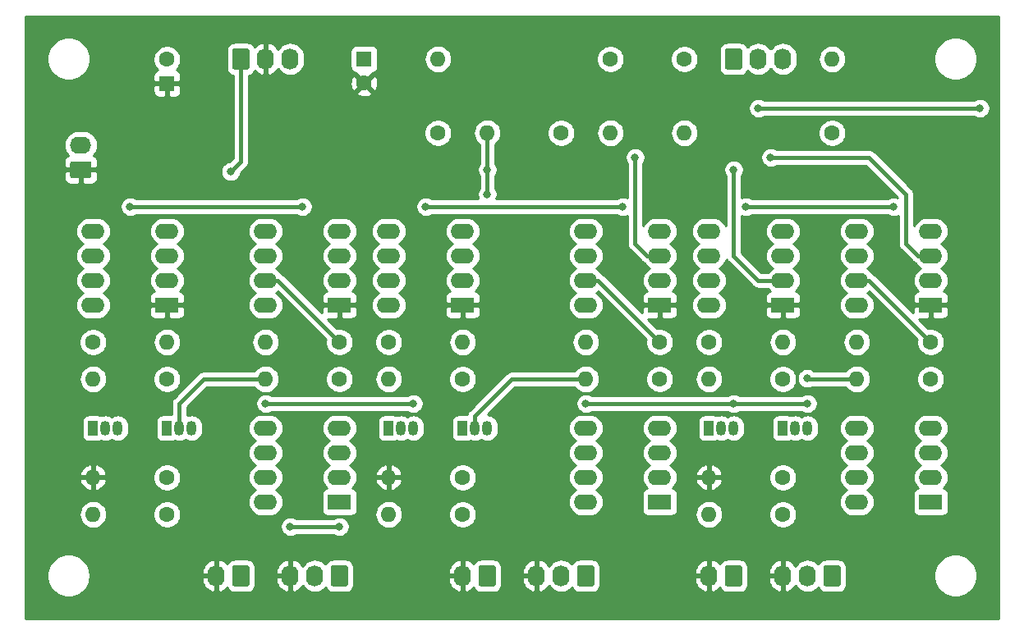
<source format=gbr>
G04 #@! TF.GenerationSoftware,KiCad,Pcbnew,5.1.2+dfsg1-1*
G04 #@! TF.CreationDate,2019-06-25T15:59:38-05:00*
G04 #@! TF.ProjectId,potentiostat,706f7465-6e74-4696-9f73-7461742e6b69,A*
G04 #@! TF.SameCoordinates,Original*
G04 #@! TF.FileFunction,Copper,L1,Top*
G04 #@! TF.FilePolarity,Positive*
%FSLAX46Y46*%
G04 Gerber Fmt 4.6, Leading zero omitted, Abs format (unit mm)*
G04 Created by KiCad (PCBNEW 5.1.2+dfsg1-1) date 2019-06-25 15:59:38*
%MOMM*%
%LPD*%
G04 APERTURE LIST*
%ADD10O,2.200000X1.740000*%
%ADD11C,0.100000*%
%ADD12C,1.740000*%
%ADD13O,2.400000X1.600000*%
%ADD14R,2.400000X1.600000*%
%ADD15R,1.050000X1.500000*%
%ADD16O,1.050000X1.500000*%
%ADD17O,1.600000X1.600000*%
%ADD18C,1.600000*%
%ADD19O,1.740000X2.200000*%
%ADD20R,1.600000X1.600000*%
%ADD21C,0.800000*%
%ADD22C,0.381000*%
%ADD23C,0.254000*%
G04 APERTURE END LIST*
D10*
X82550000Y-102870000D03*
D11*
G36*
X83424505Y-104541204D02*
G01*
X83448773Y-104544804D01*
X83472572Y-104550765D01*
X83495671Y-104559030D01*
X83517850Y-104569520D01*
X83538893Y-104582132D01*
X83558599Y-104596747D01*
X83576777Y-104613223D01*
X83593253Y-104631401D01*
X83607868Y-104651107D01*
X83620480Y-104672150D01*
X83630970Y-104694329D01*
X83639235Y-104717428D01*
X83645196Y-104741227D01*
X83648796Y-104765495D01*
X83650000Y-104789999D01*
X83650000Y-106030001D01*
X83648796Y-106054505D01*
X83645196Y-106078773D01*
X83639235Y-106102572D01*
X83630970Y-106125671D01*
X83620480Y-106147850D01*
X83607868Y-106168893D01*
X83593253Y-106188599D01*
X83576777Y-106206777D01*
X83558599Y-106223253D01*
X83538893Y-106237868D01*
X83517850Y-106250480D01*
X83495671Y-106260970D01*
X83472572Y-106269235D01*
X83448773Y-106275196D01*
X83424505Y-106278796D01*
X83400001Y-106280000D01*
X81699999Y-106280000D01*
X81675495Y-106278796D01*
X81651227Y-106275196D01*
X81627428Y-106269235D01*
X81604329Y-106260970D01*
X81582150Y-106250480D01*
X81561107Y-106237868D01*
X81541401Y-106223253D01*
X81523223Y-106206777D01*
X81506747Y-106188599D01*
X81492132Y-106168893D01*
X81479520Y-106147850D01*
X81469030Y-106125671D01*
X81460765Y-106102572D01*
X81454804Y-106078773D01*
X81451204Y-106054505D01*
X81450000Y-106030001D01*
X81450000Y-104789999D01*
X81451204Y-104765495D01*
X81454804Y-104741227D01*
X81460765Y-104717428D01*
X81469030Y-104694329D01*
X81479520Y-104672150D01*
X81492132Y-104651107D01*
X81506747Y-104631401D01*
X81523223Y-104613223D01*
X81541401Y-104596747D01*
X81561107Y-104582132D01*
X81582150Y-104569520D01*
X81604329Y-104559030D01*
X81627428Y-104550765D01*
X81651227Y-104544804D01*
X81675495Y-104541204D01*
X81699999Y-104540000D01*
X83400001Y-104540000D01*
X83424505Y-104541204D01*
X83424505Y-104541204D01*
G37*
D12*
X82550000Y-105410000D03*
D13*
X101600000Y-119380000D03*
X109220000Y-111760000D03*
X101600000Y-116840000D03*
X109220000Y-114300000D03*
X101600000Y-114300000D03*
X109220000Y-116840000D03*
X101600000Y-111760000D03*
D14*
X109220000Y-119380000D03*
D15*
X147320000Y-132080000D03*
D16*
X149860000Y-132080000D03*
X148590000Y-132080000D03*
D17*
X147320000Y-137160000D03*
D18*
X154940000Y-137160000D03*
D13*
X162560000Y-119380000D03*
X170180000Y-111760000D03*
X162560000Y-116840000D03*
X170180000Y-114300000D03*
X162560000Y-114300000D03*
X170180000Y-116840000D03*
X162560000Y-111760000D03*
D14*
X170180000Y-119380000D03*
D17*
X119380000Y-93980000D03*
D18*
X119380000Y-101600000D03*
D17*
X124460000Y-101600000D03*
D18*
X132080000Y-101600000D03*
D17*
X137160000Y-101600000D03*
D18*
X137160000Y-93980000D03*
D13*
X147320000Y-119380000D03*
X154940000Y-111760000D03*
X147320000Y-116840000D03*
X154940000Y-114300000D03*
X147320000Y-114300000D03*
X154940000Y-116840000D03*
X147320000Y-111760000D03*
D14*
X154940000Y-119380000D03*
D13*
X162560000Y-139700000D03*
X170180000Y-132080000D03*
X162560000Y-137160000D03*
X170180000Y-134620000D03*
X162560000Y-134620000D03*
X170180000Y-137160000D03*
X162560000Y-132080000D03*
D14*
X170180000Y-139700000D03*
D13*
X114300000Y-119380000D03*
X121920000Y-111760000D03*
X114300000Y-116840000D03*
X121920000Y-114300000D03*
X114300000Y-114300000D03*
X121920000Y-116840000D03*
X114300000Y-111760000D03*
D14*
X121920000Y-119380000D03*
D13*
X134620000Y-119380000D03*
X142240000Y-111760000D03*
X134620000Y-116840000D03*
X142240000Y-114300000D03*
X134620000Y-114300000D03*
X142240000Y-116840000D03*
X134620000Y-111760000D03*
D14*
X142240000Y-119380000D03*
D13*
X134620000Y-139700000D03*
X142240000Y-132080000D03*
X134620000Y-137160000D03*
X142240000Y-134620000D03*
X134620000Y-134620000D03*
X142240000Y-137160000D03*
X134620000Y-132080000D03*
D14*
X142240000Y-139700000D03*
D13*
X83820000Y-119380000D03*
X91440000Y-111760000D03*
X83820000Y-116840000D03*
X91440000Y-114300000D03*
X83820000Y-114300000D03*
X91440000Y-116840000D03*
X83820000Y-111760000D03*
D14*
X91440000Y-119380000D03*
D13*
X101600000Y-139700000D03*
X109220000Y-132080000D03*
X101600000Y-137160000D03*
X109220000Y-134620000D03*
X101600000Y-134620000D03*
X109220000Y-137160000D03*
X101600000Y-132080000D03*
D14*
X109220000Y-139700000D03*
D19*
X154940000Y-93980000D03*
X152400000Y-93980000D03*
D11*
G36*
X150504505Y-92881204D02*
G01*
X150528773Y-92884804D01*
X150552572Y-92890765D01*
X150575671Y-92899030D01*
X150597850Y-92909520D01*
X150618893Y-92922132D01*
X150638599Y-92936747D01*
X150656777Y-92953223D01*
X150673253Y-92971401D01*
X150687868Y-92991107D01*
X150700480Y-93012150D01*
X150710970Y-93034329D01*
X150719235Y-93057428D01*
X150725196Y-93081227D01*
X150728796Y-93105495D01*
X150730000Y-93129999D01*
X150730000Y-94830001D01*
X150728796Y-94854505D01*
X150725196Y-94878773D01*
X150719235Y-94902572D01*
X150710970Y-94925671D01*
X150700480Y-94947850D01*
X150687868Y-94968893D01*
X150673253Y-94988599D01*
X150656777Y-95006777D01*
X150638599Y-95023253D01*
X150618893Y-95037868D01*
X150597850Y-95050480D01*
X150575671Y-95060970D01*
X150552572Y-95069235D01*
X150528773Y-95075196D01*
X150504505Y-95078796D01*
X150480001Y-95080000D01*
X149239999Y-95080000D01*
X149215495Y-95078796D01*
X149191227Y-95075196D01*
X149167428Y-95069235D01*
X149144329Y-95060970D01*
X149122150Y-95050480D01*
X149101107Y-95037868D01*
X149081401Y-95023253D01*
X149063223Y-95006777D01*
X149046747Y-94988599D01*
X149032132Y-94968893D01*
X149019520Y-94947850D01*
X149009030Y-94925671D01*
X149000765Y-94902572D01*
X148994804Y-94878773D01*
X148991204Y-94854505D01*
X148990000Y-94830001D01*
X148990000Y-93129999D01*
X148991204Y-93105495D01*
X148994804Y-93081227D01*
X149000765Y-93057428D01*
X149009030Y-93034329D01*
X149019520Y-93012150D01*
X149032132Y-92991107D01*
X149046747Y-92971401D01*
X149063223Y-92953223D01*
X149081401Y-92936747D01*
X149101107Y-92922132D01*
X149122150Y-92909520D01*
X149144329Y-92899030D01*
X149167428Y-92890765D01*
X149191227Y-92884804D01*
X149215495Y-92881204D01*
X149239999Y-92880000D01*
X150480001Y-92880000D01*
X150504505Y-92881204D01*
X150504505Y-92881204D01*
G37*
D12*
X149860000Y-93980000D03*
D17*
X147320000Y-140970000D03*
D18*
X154940000Y-140970000D03*
D17*
X147320000Y-127000000D03*
D18*
X154940000Y-127000000D03*
D17*
X162560000Y-127000000D03*
D18*
X170180000Y-127000000D03*
D17*
X154940000Y-123190000D03*
D18*
X147320000Y-123190000D03*
D17*
X162560000Y-123190000D03*
D18*
X170180000Y-123190000D03*
D17*
X114300000Y-140970000D03*
D18*
X121920000Y-140970000D03*
D17*
X114300000Y-137160000D03*
D18*
X121920000Y-137160000D03*
D17*
X114300000Y-127000000D03*
D18*
X121920000Y-127000000D03*
D17*
X134620000Y-127000000D03*
D18*
X142240000Y-127000000D03*
D17*
X121920000Y-123190000D03*
D18*
X114300000Y-123190000D03*
D17*
X134620000Y-123190000D03*
D18*
X142240000Y-123190000D03*
D17*
X83820000Y-140970000D03*
D18*
X91440000Y-140970000D03*
D17*
X83820000Y-137160000D03*
D18*
X91440000Y-137160000D03*
D17*
X83820000Y-127000000D03*
D18*
X91440000Y-127000000D03*
D17*
X101600000Y-127000000D03*
D18*
X109220000Y-127000000D03*
D17*
X91440000Y-123190000D03*
D18*
X83820000Y-123190000D03*
D17*
X101600000Y-123190000D03*
D18*
X109220000Y-123190000D03*
D17*
X160020000Y-93980000D03*
D18*
X160020000Y-101600000D03*
D17*
X144780000Y-101600000D03*
D18*
X144780000Y-93980000D03*
D15*
X154940000Y-132080000D03*
D16*
X157480000Y-132080000D03*
X156210000Y-132080000D03*
D15*
X114300000Y-132080000D03*
D16*
X116840000Y-132080000D03*
X115570000Y-132080000D03*
D15*
X121920000Y-132080000D03*
D16*
X124460000Y-132080000D03*
X123190000Y-132080000D03*
D15*
X83820000Y-132080000D03*
D16*
X86360000Y-132080000D03*
X85090000Y-132080000D03*
D15*
X91440000Y-132080000D03*
D16*
X93980000Y-132080000D03*
X92710000Y-132080000D03*
D19*
X147320000Y-147320000D03*
D11*
G36*
X150504505Y-146221204D02*
G01*
X150528773Y-146224804D01*
X150552572Y-146230765D01*
X150575671Y-146239030D01*
X150597850Y-146249520D01*
X150618893Y-146262132D01*
X150638599Y-146276747D01*
X150656777Y-146293223D01*
X150673253Y-146311401D01*
X150687868Y-146331107D01*
X150700480Y-146352150D01*
X150710970Y-146374329D01*
X150719235Y-146397428D01*
X150725196Y-146421227D01*
X150728796Y-146445495D01*
X150730000Y-146469999D01*
X150730000Y-148170001D01*
X150728796Y-148194505D01*
X150725196Y-148218773D01*
X150719235Y-148242572D01*
X150710970Y-148265671D01*
X150700480Y-148287850D01*
X150687868Y-148308893D01*
X150673253Y-148328599D01*
X150656777Y-148346777D01*
X150638599Y-148363253D01*
X150618893Y-148377868D01*
X150597850Y-148390480D01*
X150575671Y-148400970D01*
X150552572Y-148409235D01*
X150528773Y-148415196D01*
X150504505Y-148418796D01*
X150480001Y-148420000D01*
X149239999Y-148420000D01*
X149215495Y-148418796D01*
X149191227Y-148415196D01*
X149167428Y-148409235D01*
X149144329Y-148400970D01*
X149122150Y-148390480D01*
X149101107Y-148377868D01*
X149081401Y-148363253D01*
X149063223Y-148346777D01*
X149046747Y-148328599D01*
X149032132Y-148308893D01*
X149019520Y-148287850D01*
X149009030Y-148265671D01*
X149000765Y-148242572D01*
X148994804Y-148218773D01*
X148991204Y-148194505D01*
X148990000Y-148170001D01*
X148990000Y-146469999D01*
X148991204Y-146445495D01*
X148994804Y-146421227D01*
X149000765Y-146397428D01*
X149009030Y-146374329D01*
X149019520Y-146352150D01*
X149032132Y-146331107D01*
X149046747Y-146311401D01*
X149063223Y-146293223D01*
X149081401Y-146276747D01*
X149101107Y-146262132D01*
X149122150Y-146249520D01*
X149144329Y-146239030D01*
X149167428Y-146230765D01*
X149191227Y-146224804D01*
X149215495Y-146221204D01*
X149239999Y-146220000D01*
X150480001Y-146220000D01*
X150504505Y-146221204D01*
X150504505Y-146221204D01*
G37*
D12*
X149860000Y-147320000D03*
D19*
X154940000Y-147320000D03*
X157480000Y-147320000D03*
D11*
G36*
X160664505Y-146221204D02*
G01*
X160688773Y-146224804D01*
X160712572Y-146230765D01*
X160735671Y-146239030D01*
X160757850Y-146249520D01*
X160778893Y-146262132D01*
X160798599Y-146276747D01*
X160816777Y-146293223D01*
X160833253Y-146311401D01*
X160847868Y-146331107D01*
X160860480Y-146352150D01*
X160870970Y-146374329D01*
X160879235Y-146397428D01*
X160885196Y-146421227D01*
X160888796Y-146445495D01*
X160890000Y-146469999D01*
X160890000Y-148170001D01*
X160888796Y-148194505D01*
X160885196Y-148218773D01*
X160879235Y-148242572D01*
X160870970Y-148265671D01*
X160860480Y-148287850D01*
X160847868Y-148308893D01*
X160833253Y-148328599D01*
X160816777Y-148346777D01*
X160798599Y-148363253D01*
X160778893Y-148377868D01*
X160757850Y-148390480D01*
X160735671Y-148400970D01*
X160712572Y-148409235D01*
X160688773Y-148415196D01*
X160664505Y-148418796D01*
X160640001Y-148420000D01*
X159399999Y-148420000D01*
X159375495Y-148418796D01*
X159351227Y-148415196D01*
X159327428Y-148409235D01*
X159304329Y-148400970D01*
X159282150Y-148390480D01*
X159261107Y-148377868D01*
X159241401Y-148363253D01*
X159223223Y-148346777D01*
X159206747Y-148328599D01*
X159192132Y-148308893D01*
X159179520Y-148287850D01*
X159169030Y-148265671D01*
X159160765Y-148242572D01*
X159154804Y-148218773D01*
X159151204Y-148194505D01*
X159150000Y-148170001D01*
X159150000Y-146469999D01*
X159151204Y-146445495D01*
X159154804Y-146421227D01*
X159160765Y-146397428D01*
X159169030Y-146374329D01*
X159179520Y-146352150D01*
X159192132Y-146331107D01*
X159206747Y-146311401D01*
X159223223Y-146293223D01*
X159241401Y-146276747D01*
X159261107Y-146262132D01*
X159282150Y-146249520D01*
X159304329Y-146239030D01*
X159327428Y-146230765D01*
X159351227Y-146224804D01*
X159375495Y-146221204D01*
X159399999Y-146220000D01*
X160640001Y-146220000D01*
X160664505Y-146221204D01*
X160664505Y-146221204D01*
G37*
D12*
X160020000Y-147320000D03*
D19*
X121920000Y-147320000D03*
D11*
G36*
X125104505Y-146221204D02*
G01*
X125128773Y-146224804D01*
X125152572Y-146230765D01*
X125175671Y-146239030D01*
X125197850Y-146249520D01*
X125218893Y-146262132D01*
X125238599Y-146276747D01*
X125256777Y-146293223D01*
X125273253Y-146311401D01*
X125287868Y-146331107D01*
X125300480Y-146352150D01*
X125310970Y-146374329D01*
X125319235Y-146397428D01*
X125325196Y-146421227D01*
X125328796Y-146445495D01*
X125330000Y-146469999D01*
X125330000Y-148170001D01*
X125328796Y-148194505D01*
X125325196Y-148218773D01*
X125319235Y-148242572D01*
X125310970Y-148265671D01*
X125300480Y-148287850D01*
X125287868Y-148308893D01*
X125273253Y-148328599D01*
X125256777Y-148346777D01*
X125238599Y-148363253D01*
X125218893Y-148377868D01*
X125197850Y-148390480D01*
X125175671Y-148400970D01*
X125152572Y-148409235D01*
X125128773Y-148415196D01*
X125104505Y-148418796D01*
X125080001Y-148420000D01*
X123839999Y-148420000D01*
X123815495Y-148418796D01*
X123791227Y-148415196D01*
X123767428Y-148409235D01*
X123744329Y-148400970D01*
X123722150Y-148390480D01*
X123701107Y-148377868D01*
X123681401Y-148363253D01*
X123663223Y-148346777D01*
X123646747Y-148328599D01*
X123632132Y-148308893D01*
X123619520Y-148287850D01*
X123609030Y-148265671D01*
X123600765Y-148242572D01*
X123594804Y-148218773D01*
X123591204Y-148194505D01*
X123590000Y-148170001D01*
X123590000Y-146469999D01*
X123591204Y-146445495D01*
X123594804Y-146421227D01*
X123600765Y-146397428D01*
X123609030Y-146374329D01*
X123619520Y-146352150D01*
X123632132Y-146331107D01*
X123646747Y-146311401D01*
X123663223Y-146293223D01*
X123681401Y-146276747D01*
X123701107Y-146262132D01*
X123722150Y-146249520D01*
X123744329Y-146239030D01*
X123767428Y-146230765D01*
X123791227Y-146224804D01*
X123815495Y-146221204D01*
X123839999Y-146220000D01*
X125080001Y-146220000D01*
X125104505Y-146221204D01*
X125104505Y-146221204D01*
G37*
D12*
X124460000Y-147320000D03*
D19*
X129540000Y-147320000D03*
X132080000Y-147320000D03*
D11*
G36*
X135264505Y-146221204D02*
G01*
X135288773Y-146224804D01*
X135312572Y-146230765D01*
X135335671Y-146239030D01*
X135357850Y-146249520D01*
X135378893Y-146262132D01*
X135398599Y-146276747D01*
X135416777Y-146293223D01*
X135433253Y-146311401D01*
X135447868Y-146331107D01*
X135460480Y-146352150D01*
X135470970Y-146374329D01*
X135479235Y-146397428D01*
X135485196Y-146421227D01*
X135488796Y-146445495D01*
X135490000Y-146469999D01*
X135490000Y-148170001D01*
X135488796Y-148194505D01*
X135485196Y-148218773D01*
X135479235Y-148242572D01*
X135470970Y-148265671D01*
X135460480Y-148287850D01*
X135447868Y-148308893D01*
X135433253Y-148328599D01*
X135416777Y-148346777D01*
X135398599Y-148363253D01*
X135378893Y-148377868D01*
X135357850Y-148390480D01*
X135335671Y-148400970D01*
X135312572Y-148409235D01*
X135288773Y-148415196D01*
X135264505Y-148418796D01*
X135240001Y-148420000D01*
X133999999Y-148420000D01*
X133975495Y-148418796D01*
X133951227Y-148415196D01*
X133927428Y-148409235D01*
X133904329Y-148400970D01*
X133882150Y-148390480D01*
X133861107Y-148377868D01*
X133841401Y-148363253D01*
X133823223Y-148346777D01*
X133806747Y-148328599D01*
X133792132Y-148308893D01*
X133779520Y-148287850D01*
X133769030Y-148265671D01*
X133760765Y-148242572D01*
X133754804Y-148218773D01*
X133751204Y-148194505D01*
X133750000Y-148170001D01*
X133750000Y-146469999D01*
X133751204Y-146445495D01*
X133754804Y-146421227D01*
X133760765Y-146397428D01*
X133769030Y-146374329D01*
X133779520Y-146352150D01*
X133792132Y-146331107D01*
X133806747Y-146311401D01*
X133823223Y-146293223D01*
X133841401Y-146276747D01*
X133861107Y-146262132D01*
X133882150Y-146249520D01*
X133904329Y-146239030D01*
X133927428Y-146230765D01*
X133951227Y-146224804D01*
X133975495Y-146221204D01*
X133999999Y-146220000D01*
X135240001Y-146220000D01*
X135264505Y-146221204D01*
X135264505Y-146221204D01*
G37*
D12*
X134620000Y-147320000D03*
D19*
X96520000Y-147320000D03*
D11*
G36*
X99704505Y-146221204D02*
G01*
X99728773Y-146224804D01*
X99752572Y-146230765D01*
X99775671Y-146239030D01*
X99797850Y-146249520D01*
X99818893Y-146262132D01*
X99838599Y-146276747D01*
X99856777Y-146293223D01*
X99873253Y-146311401D01*
X99887868Y-146331107D01*
X99900480Y-146352150D01*
X99910970Y-146374329D01*
X99919235Y-146397428D01*
X99925196Y-146421227D01*
X99928796Y-146445495D01*
X99930000Y-146469999D01*
X99930000Y-148170001D01*
X99928796Y-148194505D01*
X99925196Y-148218773D01*
X99919235Y-148242572D01*
X99910970Y-148265671D01*
X99900480Y-148287850D01*
X99887868Y-148308893D01*
X99873253Y-148328599D01*
X99856777Y-148346777D01*
X99838599Y-148363253D01*
X99818893Y-148377868D01*
X99797850Y-148390480D01*
X99775671Y-148400970D01*
X99752572Y-148409235D01*
X99728773Y-148415196D01*
X99704505Y-148418796D01*
X99680001Y-148420000D01*
X98439999Y-148420000D01*
X98415495Y-148418796D01*
X98391227Y-148415196D01*
X98367428Y-148409235D01*
X98344329Y-148400970D01*
X98322150Y-148390480D01*
X98301107Y-148377868D01*
X98281401Y-148363253D01*
X98263223Y-148346777D01*
X98246747Y-148328599D01*
X98232132Y-148308893D01*
X98219520Y-148287850D01*
X98209030Y-148265671D01*
X98200765Y-148242572D01*
X98194804Y-148218773D01*
X98191204Y-148194505D01*
X98190000Y-148170001D01*
X98190000Y-146469999D01*
X98191204Y-146445495D01*
X98194804Y-146421227D01*
X98200765Y-146397428D01*
X98209030Y-146374329D01*
X98219520Y-146352150D01*
X98232132Y-146331107D01*
X98246747Y-146311401D01*
X98263223Y-146293223D01*
X98281401Y-146276747D01*
X98301107Y-146262132D01*
X98322150Y-146249520D01*
X98344329Y-146239030D01*
X98367428Y-146230765D01*
X98391227Y-146224804D01*
X98415495Y-146221204D01*
X98439999Y-146220000D01*
X99680001Y-146220000D01*
X99704505Y-146221204D01*
X99704505Y-146221204D01*
G37*
D12*
X99060000Y-147320000D03*
D19*
X104140000Y-147320000D03*
X106680000Y-147320000D03*
D11*
G36*
X109864505Y-146221204D02*
G01*
X109888773Y-146224804D01*
X109912572Y-146230765D01*
X109935671Y-146239030D01*
X109957850Y-146249520D01*
X109978893Y-146262132D01*
X109998599Y-146276747D01*
X110016777Y-146293223D01*
X110033253Y-146311401D01*
X110047868Y-146331107D01*
X110060480Y-146352150D01*
X110070970Y-146374329D01*
X110079235Y-146397428D01*
X110085196Y-146421227D01*
X110088796Y-146445495D01*
X110090000Y-146469999D01*
X110090000Y-148170001D01*
X110088796Y-148194505D01*
X110085196Y-148218773D01*
X110079235Y-148242572D01*
X110070970Y-148265671D01*
X110060480Y-148287850D01*
X110047868Y-148308893D01*
X110033253Y-148328599D01*
X110016777Y-148346777D01*
X109998599Y-148363253D01*
X109978893Y-148377868D01*
X109957850Y-148390480D01*
X109935671Y-148400970D01*
X109912572Y-148409235D01*
X109888773Y-148415196D01*
X109864505Y-148418796D01*
X109840001Y-148420000D01*
X108599999Y-148420000D01*
X108575495Y-148418796D01*
X108551227Y-148415196D01*
X108527428Y-148409235D01*
X108504329Y-148400970D01*
X108482150Y-148390480D01*
X108461107Y-148377868D01*
X108441401Y-148363253D01*
X108423223Y-148346777D01*
X108406747Y-148328599D01*
X108392132Y-148308893D01*
X108379520Y-148287850D01*
X108369030Y-148265671D01*
X108360765Y-148242572D01*
X108354804Y-148218773D01*
X108351204Y-148194505D01*
X108350000Y-148170001D01*
X108350000Y-146469999D01*
X108351204Y-146445495D01*
X108354804Y-146421227D01*
X108360765Y-146397428D01*
X108369030Y-146374329D01*
X108379520Y-146352150D01*
X108392132Y-146331107D01*
X108406747Y-146311401D01*
X108423223Y-146293223D01*
X108441401Y-146276747D01*
X108461107Y-146262132D01*
X108482150Y-146249520D01*
X108504329Y-146239030D01*
X108527428Y-146230765D01*
X108551227Y-146224804D01*
X108575495Y-146221204D01*
X108599999Y-146220000D01*
X109840001Y-146220000D01*
X109864505Y-146221204D01*
X109864505Y-146221204D01*
G37*
D12*
X109220000Y-147320000D03*
D19*
X104140000Y-93980000D03*
X101600000Y-93980000D03*
D11*
G36*
X99704505Y-92881204D02*
G01*
X99728773Y-92884804D01*
X99752572Y-92890765D01*
X99775671Y-92899030D01*
X99797850Y-92909520D01*
X99818893Y-92922132D01*
X99838599Y-92936747D01*
X99856777Y-92953223D01*
X99873253Y-92971401D01*
X99887868Y-92991107D01*
X99900480Y-93012150D01*
X99910970Y-93034329D01*
X99919235Y-93057428D01*
X99925196Y-93081227D01*
X99928796Y-93105495D01*
X99930000Y-93129999D01*
X99930000Y-94830001D01*
X99928796Y-94854505D01*
X99925196Y-94878773D01*
X99919235Y-94902572D01*
X99910970Y-94925671D01*
X99900480Y-94947850D01*
X99887868Y-94968893D01*
X99873253Y-94988599D01*
X99856777Y-95006777D01*
X99838599Y-95023253D01*
X99818893Y-95037868D01*
X99797850Y-95050480D01*
X99775671Y-95060970D01*
X99752572Y-95069235D01*
X99728773Y-95075196D01*
X99704505Y-95078796D01*
X99680001Y-95080000D01*
X98439999Y-95080000D01*
X98415495Y-95078796D01*
X98391227Y-95075196D01*
X98367428Y-95069235D01*
X98344329Y-95060970D01*
X98322150Y-95050480D01*
X98301107Y-95037868D01*
X98281401Y-95023253D01*
X98263223Y-95006777D01*
X98246747Y-94988599D01*
X98232132Y-94968893D01*
X98219520Y-94947850D01*
X98209030Y-94925671D01*
X98200765Y-94902572D01*
X98194804Y-94878773D01*
X98191204Y-94854505D01*
X98190000Y-94830001D01*
X98190000Y-93129999D01*
X98191204Y-93105495D01*
X98194804Y-93081227D01*
X98200765Y-93057428D01*
X98209030Y-93034329D01*
X98219520Y-93012150D01*
X98232132Y-92991107D01*
X98246747Y-92971401D01*
X98263223Y-92953223D01*
X98281401Y-92936747D01*
X98301107Y-92922132D01*
X98322150Y-92909520D01*
X98344329Y-92899030D01*
X98367428Y-92890765D01*
X98391227Y-92884804D01*
X98415495Y-92881204D01*
X98439999Y-92880000D01*
X99680001Y-92880000D01*
X99704505Y-92881204D01*
X99704505Y-92881204D01*
G37*
D12*
X99060000Y-93980000D03*
D18*
X111760000Y-96480000D03*
D20*
X111760000Y-93980000D03*
D18*
X91440000Y-94020000D03*
D20*
X91440000Y-96520000D03*
D21*
X97990000Y-105610000D03*
X157480000Y-129540000D03*
X134620000Y-129540000D03*
X116840000Y-129540000D03*
X101600000Y-129540000D03*
X149860000Y-129540000D03*
X109220000Y-142240000D03*
X104140000Y-142240000D03*
X105410000Y-109220000D03*
X87630000Y-109220000D03*
X138430000Y-109220000D03*
X118110000Y-109220000D03*
X166370000Y-109220000D03*
X151130000Y-109220000D03*
X157428045Y-126948045D03*
X152400000Y-99060000D03*
X175260000Y-99060000D03*
X139700000Y-104140000D03*
X153670000Y-104140000D03*
X124460000Y-105410000D03*
X124460000Y-107950000D03*
X149860000Y-105410000D03*
D22*
X99060000Y-104540000D02*
X97990000Y-105610000D01*
X99060000Y-99060000D02*
X99060000Y-104540000D01*
X99060000Y-93980000D02*
X99060000Y-99060000D01*
X116840000Y-129540000D02*
X101600000Y-129540000D01*
X149860000Y-129540000D02*
X134620000Y-129540000D01*
X157480000Y-129540000D02*
X149860000Y-129540000D01*
X109220000Y-142240000D02*
X104140000Y-142240000D01*
X105410000Y-109220000D02*
X87630000Y-109220000D01*
X138430000Y-109220000D02*
X118110000Y-109220000D01*
X166370000Y-109220000D02*
X151130000Y-109220000D01*
X92710000Y-132080000D02*
X92710000Y-129540000D01*
X92710000Y-129540000D02*
X95250000Y-127000000D01*
X95250000Y-127000000D02*
X101600000Y-127000000D01*
X123190000Y-132080000D02*
X123190000Y-130810000D01*
X127000000Y-127000000D02*
X134620000Y-127000000D01*
X123190000Y-130810000D02*
X127000000Y-127000000D01*
X162560000Y-127000000D02*
X157480000Y-127000000D01*
X157480000Y-127000000D02*
X157428045Y-126948045D01*
X102870000Y-116840000D02*
X109220000Y-123190000D01*
X101600000Y-116840000D02*
X102870000Y-116840000D01*
X134620000Y-116840000D02*
X135890000Y-116840000D01*
X135890000Y-116840000D02*
X142240000Y-123190000D01*
X163830000Y-116840000D02*
X162560000Y-116840000D01*
X170180000Y-123190000D02*
X163830000Y-116840000D01*
X152400000Y-99060000D02*
X175260000Y-99060000D01*
X139700000Y-104140000D02*
X139700000Y-113030000D01*
X139700000Y-113030000D02*
X140970000Y-114300000D01*
X140970000Y-114300000D02*
X142240000Y-114300000D01*
X153670000Y-104140000D02*
X163830000Y-104140000D01*
X163830000Y-104140000D02*
X167640000Y-107950000D01*
X167640000Y-107950000D02*
X167640000Y-113030000D01*
X167640000Y-113030000D02*
X168910000Y-114300000D01*
X168910000Y-114300000D02*
X170180000Y-114300000D01*
X124460000Y-105410000D02*
X124460000Y-107950000D01*
X152400000Y-116840000D02*
X154940000Y-116840000D01*
X149860000Y-105410000D02*
X149860000Y-114300000D01*
X149860000Y-114300000D02*
X152400000Y-116840000D01*
X124460000Y-105410000D02*
X124460000Y-101600000D01*
D23*
G36*
X177140001Y-151740000D02*
G01*
X76860000Y-151740000D01*
X76860000Y-147099872D01*
X79045000Y-147099872D01*
X79045000Y-147540128D01*
X79130890Y-147971925D01*
X79299369Y-148378669D01*
X79543962Y-148744729D01*
X79855271Y-149056038D01*
X80221331Y-149300631D01*
X80628075Y-149469110D01*
X81059872Y-149555000D01*
X81500128Y-149555000D01*
X81931925Y-149469110D01*
X82338669Y-149300631D01*
X82704729Y-149056038D01*
X83016038Y-148744729D01*
X83260631Y-148378669D01*
X83429110Y-147971925D01*
X83486306Y-147684380D01*
X95013134Y-147684380D01*
X95068304Y-147975773D01*
X95179262Y-148250804D01*
X95341744Y-148498903D01*
X95549506Y-148710536D01*
X95794563Y-148877571D01*
X96067498Y-148993588D01*
X96159969Y-149011302D01*
X96393000Y-148890246D01*
X96393000Y-147447000D01*
X95169414Y-147447000D01*
X95013134Y-147684380D01*
X83486306Y-147684380D01*
X83515000Y-147540128D01*
X83515000Y-147099872D01*
X83486307Y-146955620D01*
X95013134Y-146955620D01*
X95169414Y-147193000D01*
X96393000Y-147193000D01*
X96393000Y-145749754D01*
X96647000Y-145749754D01*
X96647000Y-147193000D01*
X96667000Y-147193000D01*
X96667000Y-147447000D01*
X96647000Y-147447000D01*
X96647000Y-148890246D01*
X96880031Y-149011302D01*
X96972502Y-148993588D01*
X97245437Y-148877571D01*
X97490494Y-148710536D01*
X97643493Y-148554686D01*
X97701595Y-148663387D01*
X97812038Y-148797962D01*
X97946613Y-148908405D01*
X98100149Y-148990472D01*
X98266745Y-149041008D01*
X98439999Y-149058072D01*
X99680001Y-149058072D01*
X99853255Y-149041008D01*
X100019851Y-148990472D01*
X100173387Y-148908405D01*
X100307962Y-148797962D01*
X100418405Y-148663387D01*
X100500472Y-148509851D01*
X100551008Y-148343255D01*
X100568072Y-148170001D01*
X100568072Y-147684380D01*
X102633134Y-147684380D01*
X102688304Y-147975773D01*
X102799262Y-148250804D01*
X102961744Y-148498903D01*
X103169506Y-148710536D01*
X103414563Y-148877571D01*
X103687498Y-148993588D01*
X103779969Y-149011302D01*
X104013000Y-148890246D01*
X104013000Y-147447000D01*
X102789414Y-147447000D01*
X102633134Y-147684380D01*
X100568072Y-147684380D01*
X100568072Y-146955620D01*
X102633134Y-146955620D01*
X102789414Y-147193000D01*
X104013000Y-147193000D01*
X104013000Y-145749754D01*
X104267000Y-145749754D01*
X104267000Y-147193000D01*
X104287000Y-147193000D01*
X104287000Y-147447000D01*
X104267000Y-147447000D01*
X104267000Y-148890246D01*
X104500031Y-149011302D01*
X104592502Y-148993588D01*
X104865437Y-148877571D01*
X105110494Y-148710536D01*
X105318256Y-148498903D01*
X105407698Y-148362331D01*
X105422583Y-148390178D01*
X105610655Y-148619345D01*
X105839821Y-148807417D01*
X106101275Y-148947166D01*
X106384968Y-149033224D01*
X106680000Y-149062282D01*
X106975031Y-149033224D01*
X107258724Y-148947166D01*
X107520178Y-148807417D01*
X107749345Y-148619345D01*
X107803066Y-148553886D01*
X107861595Y-148663387D01*
X107972038Y-148797962D01*
X108106613Y-148908405D01*
X108260149Y-148990472D01*
X108426745Y-149041008D01*
X108599999Y-149058072D01*
X109840001Y-149058072D01*
X110013255Y-149041008D01*
X110179851Y-148990472D01*
X110333387Y-148908405D01*
X110467962Y-148797962D01*
X110578405Y-148663387D01*
X110660472Y-148509851D01*
X110711008Y-148343255D01*
X110728072Y-148170001D01*
X110728072Y-147684380D01*
X120413134Y-147684380D01*
X120468304Y-147975773D01*
X120579262Y-148250804D01*
X120741744Y-148498903D01*
X120949506Y-148710536D01*
X121194563Y-148877571D01*
X121467498Y-148993588D01*
X121559969Y-149011302D01*
X121793000Y-148890246D01*
X121793000Y-147447000D01*
X120569414Y-147447000D01*
X120413134Y-147684380D01*
X110728072Y-147684380D01*
X110728072Y-146955620D01*
X120413134Y-146955620D01*
X120569414Y-147193000D01*
X121793000Y-147193000D01*
X121793000Y-145749754D01*
X122047000Y-145749754D01*
X122047000Y-147193000D01*
X122067000Y-147193000D01*
X122067000Y-147447000D01*
X122047000Y-147447000D01*
X122047000Y-148890246D01*
X122280031Y-149011302D01*
X122372502Y-148993588D01*
X122645437Y-148877571D01*
X122890494Y-148710536D01*
X123043493Y-148554686D01*
X123101595Y-148663387D01*
X123212038Y-148797962D01*
X123346613Y-148908405D01*
X123500149Y-148990472D01*
X123666745Y-149041008D01*
X123839999Y-149058072D01*
X125080001Y-149058072D01*
X125253255Y-149041008D01*
X125419851Y-148990472D01*
X125573387Y-148908405D01*
X125707962Y-148797962D01*
X125818405Y-148663387D01*
X125900472Y-148509851D01*
X125951008Y-148343255D01*
X125968072Y-148170001D01*
X125968072Y-147684380D01*
X128033134Y-147684380D01*
X128088304Y-147975773D01*
X128199262Y-148250804D01*
X128361744Y-148498903D01*
X128569506Y-148710536D01*
X128814563Y-148877571D01*
X129087498Y-148993588D01*
X129179969Y-149011302D01*
X129413000Y-148890246D01*
X129413000Y-147447000D01*
X128189414Y-147447000D01*
X128033134Y-147684380D01*
X125968072Y-147684380D01*
X125968072Y-146955620D01*
X128033134Y-146955620D01*
X128189414Y-147193000D01*
X129413000Y-147193000D01*
X129413000Y-145749754D01*
X129667000Y-145749754D01*
X129667000Y-147193000D01*
X129687000Y-147193000D01*
X129687000Y-147447000D01*
X129667000Y-147447000D01*
X129667000Y-148890246D01*
X129900031Y-149011302D01*
X129992502Y-148993588D01*
X130265437Y-148877571D01*
X130510494Y-148710536D01*
X130718256Y-148498903D01*
X130807698Y-148362331D01*
X130822583Y-148390178D01*
X131010655Y-148619345D01*
X131239821Y-148807417D01*
X131501275Y-148947166D01*
X131784968Y-149033224D01*
X132080000Y-149062282D01*
X132375031Y-149033224D01*
X132658724Y-148947166D01*
X132920178Y-148807417D01*
X133149345Y-148619345D01*
X133203066Y-148553886D01*
X133261595Y-148663387D01*
X133372038Y-148797962D01*
X133506613Y-148908405D01*
X133660149Y-148990472D01*
X133826745Y-149041008D01*
X133999999Y-149058072D01*
X135240001Y-149058072D01*
X135413255Y-149041008D01*
X135579851Y-148990472D01*
X135733387Y-148908405D01*
X135867962Y-148797962D01*
X135978405Y-148663387D01*
X136060472Y-148509851D01*
X136111008Y-148343255D01*
X136128072Y-148170001D01*
X136128072Y-147684380D01*
X145813134Y-147684380D01*
X145868304Y-147975773D01*
X145979262Y-148250804D01*
X146141744Y-148498903D01*
X146349506Y-148710536D01*
X146594563Y-148877571D01*
X146867498Y-148993588D01*
X146959969Y-149011302D01*
X147193000Y-148890246D01*
X147193000Y-147447000D01*
X145969414Y-147447000D01*
X145813134Y-147684380D01*
X136128072Y-147684380D01*
X136128072Y-146955620D01*
X145813134Y-146955620D01*
X145969414Y-147193000D01*
X147193000Y-147193000D01*
X147193000Y-145749754D01*
X147447000Y-145749754D01*
X147447000Y-147193000D01*
X147467000Y-147193000D01*
X147467000Y-147447000D01*
X147447000Y-147447000D01*
X147447000Y-148890246D01*
X147680031Y-149011302D01*
X147772502Y-148993588D01*
X148045437Y-148877571D01*
X148290494Y-148710536D01*
X148443493Y-148554686D01*
X148501595Y-148663387D01*
X148612038Y-148797962D01*
X148746613Y-148908405D01*
X148900149Y-148990472D01*
X149066745Y-149041008D01*
X149239999Y-149058072D01*
X150480001Y-149058072D01*
X150653255Y-149041008D01*
X150819851Y-148990472D01*
X150973387Y-148908405D01*
X151107962Y-148797962D01*
X151218405Y-148663387D01*
X151300472Y-148509851D01*
X151351008Y-148343255D01*
X151368072Y-148170001D01*
X151368072Y-147684380D01*
X153433134Y-147684380D01*
X153488304Y-147975773D01*
X153599262Y-148250804D01*
X153761744Y-148498903D01*
X153969506Y-148710536D01*
X154214563Y-148877571D01*
X154487498Y-148993588D01*
X154579969Y-149011302D01*
X154813000Y-148890246D01*
X154813000Y-147447000D01*
X153589414Y-147447000D01*
X153433134Y-147684380D01*
X151368072Y-147684380D01*
X151368072Y-146955620D01*
X153433134Y-146955620D01*
X153589414Y-147193000D01*
X154813000Y-147193000D01*
X154813000Y-145749754D01*
X155067000Y-145749754D01*
X155067000Y-147193000D01*
X155087000Y-147193000D01*
X155087000Y-147447000D01*
X155067000Y-147447000D01*
X155067000Y-148890246D01*
X155300031Y-149011302D01*
X155392502Y-148993588D01*
X155665437Y-148877571D01*
X155910494Y-148710536D01*
X156118256Y-148498903D01*
X156207698Y-148362331D01*
X156222583Y-148390178D01*
X156410655Y-148619345D01*
X156639821Y-148807417D01*
X156901275Y-148947166D01*
X157184968Y-149033224D01*
X157480000Y-149062282D01*
X157775031Y-149033224D01*
X158058724Y-148947166D01*
X158320178Y-148807417D01*
X158549345Y-148619345D01*
X158603066Y-148553886D01*
X158661595Y-148663387D01*
X158772038Y-148797962D01*
X158906613Y-148908405D01*
X159060149Y-148990472D01*
X159226745Y-149041008D01*
X159399999Y-149058072D01*
X160640001Y-149058072D01*
X160813255Y-149041008D01*
X160979851Y-148990472D01*
X161133387Y-148908405D01*
X161267962Y-148797962D01*
X161378405Y-148663387D01*
X161460472Y-148509851D01*
X161511008Y-148343255D01*
X161528072Y-148170001D01*
X161528072Y-147099872D01*
X170485000Y-147099872D01*
X170485000Y-147540128D01*
X170570890Y-147971925D01*
X170739369Y-148378669D01*
X170983962Y-148744729D01*
X171295271Y-149056038D01*
X171661331Y-149300631D01*
X172068075Y-149469110D01*
X172499872Y-149555000D01*
X172940128Y-149555000D01*
X173371925Y-149469110D01*
X173778669Y-149300631D01*
X174144729Y-149056038D01*
X174456038Y-148744729D01*
X174700631Y-148378669D01*
X174869110Y-147971925D01*
X174955000Y-147540128D01*
X174955000Y-147099872D01*
X174869110Y-146668075D01*
X174700631Y-146261331D01*
X174456038Y-145895271D01*
X174144729Y-145583962D01*
X173778669Y-145339369D01*
X173371925Y-145170890D01*
X172940128Y-145085000D01*
X172499872Y-145085000D01*
X172068075Y-145170890D01*
X171661331Y-145339369D01*
X171295271Y-145583962D01*
X170983962Y-145895271D01*
X170739369Y-146261331D01*
X170570890Y-146668075D01*
X170485000Y-147099872D01*
X161528072Y-147099872D01*
X161528072Y-146469999D01*
X161511008Y-146296745D01*
X161460472Y-146130149D01*
X161378405Y-145976613D01*
X161267962Y-145842038D01*
X161133387Y-145731595D01*
X160979851Y-145649528D01*
X160813255Y-145598992D01*
X160640001Y-145581928D01*
X159399999Y-145581928D01*
X159226745Y-145598992D01*
X159060149Y-145649528D01*
X158906613Y-145731595D01*
X158772038Y-145842038D01*
X158661595Y-145976613D01*
X158603066Y-146086114D01*
X158549345Y-146020655D01*
X158320179Y-145832583D01*
X158058725Y-145692834D01*
X157775032Y-145606776D01*
X157480000Y-145577718D01*
X157184969Y-145606776D01*
X156901276Y-145692834D01*
X156639822Y-145832583D01*
X156410655Y-146020655D01*
X156222583Y-146249821D01*
X156207698Y-146277669D01*
X156118256Y-146141097D01*
X155910494Y-145929464D01*
X155665437Y-145762429D01*
X155392502Y-145646412D01*
X155300031Y-145628698D01*
X155067000Y-145749754D01*
X154813000Y-145749754D01*
X154579969Y-145628698D01*
X154487498Y-145646412D01*
X154214563Y-145762429D01*
X153969506Y-145929464D01*
X153761744Y-146141097D01*
X153599262Y-146389196D01*
X153488304Y-146664227D01*
X153433134Y-146955620D01*
X151368072Y-146955620D01*
X151368072Y-146469999D01*
X151351008Y-146296745D01*
X151300472Y-146130149D01*
X151218405Y-145976613D01*
X151107962Y-145842038D01*
X150973387Y-145731595D01*
X150819851Y-145649528D01*
X150653255Y-145598992D01*
X150480001Y-145581928D01*
X149239999Y-145581928D01*
X149066745Y-145598992D01*
X148900149Y-145649528D01*
X148746613Y-145731595D01*
X148612038Y-145842038D01*
X148501595Y-145976613D01*
X148443493Y-146085314D01*
X148290494Y-145929464D01*
X148045437Y-145762429D01*
X147772502Y-145646412D01*
X147680031Y-145628698D01*
X147447000Y-145749754D01*
X147193000Y-145749754D01*
X146959969Y-145628698D01*
X146867498Y-145646412D01*
X146594563Y-145762429D01*
X146349506Y-145929464D01*
X146141744Y-146141097D01*
X145979262Y-146389196D01*
X145868304Y-146664227D01*
X145813134Y-146955620D01*
X136128072Y-146955620D01*
X136128072Y-146469999D01*
X136111008Y-146296745D01*
X136060472Y-146130149D01*
X135978405Y-145976613D01*
X135867962Y-145842038D01*
X135733387Y-145731595D01*
X135579851Y-145649528D01*
X135413255Y-145598992D01*
X135240001Y-145581928D01*
X133999999Y-145581928D01*
X133826745Y-145598992D01*
X133660149Y-145649528D01*
X133506613Y-145731595D01*
X133372038Y-145842038D01*
X133261595Y-145976613D01*
X133203066Y-146086114D01*
X133149345Y-146020655D01*
X132920179Y-145832583D01*
X132658725Y-145692834D01*
X132375032Y-145606776D01*
X132080000Y-145577718D01*
X131784969Y-145606776D01*
X131501276Y-145692834D01*
X131239822Y-145832583D01*
X131010655Y-146020655D01*
X130822583Y-146249821D01*
X130807698Y-146277669D01*
X130718256Y-146141097D01*
X130510494Y-145929464D01*
X130265437Y-145762429D01*
X129992502Y-145646412D01*
X129900031Y-145628698D01*
X129667000Y-145749754D01*
X129413000Y-145749754D01*
X129179969Y-145628698D01*
X129087498Y-145646412D01*
X128814563Y-145762429D01*
X128569506Y-145929464D01*
X128361744Y-146141097D01*
X128199262Y-146389196D01*
X128088304Y-146664227D01*
X128033134Y-146955620D01*
X125968072Y-146955620D01*
X125968072Y-146469999D01*
X125951008Y-146296745D01*
X125900472Y-146130149D01*
X125818405Y-145976613D01*
X125707962Y-145842038D01*
X125573387Y-145731595D01*
X125419851Y-145649528D01*
X125253255Y-145598992D01*
X125080001Y-145581928D01*
X123839999Y-145581928D01*
X123666745Y-145598992D01*
X123500149Y-145649528D01*
X123346613Y-145731595D01*
X123212038Y-145842038D01*
X123101595Y-145976613D01*
X123043493Y-146085314D01*
X122890494Y-145929464D01*
X122645437Y-145762429D01*
X122372502Y-145646412D01*
X122280031Y-145628698D01*
X122047000Y-145749754D01*
X121793000Y-145749754D01*
X121559969Y-145628698D01*
X121467498Y-145646412D01*
X121194563Y-145762429D01*
X120949506Y-145929464D01*
X120741744Y-146141097D01*
X120579262Y-146389196D01*
X120468304Y-146664227D01*
X120413134Y-146955620D01*
X110728072Y-146955620D01*
X110728072Y-146469999D01*
X110711008Y-146296745D01*
X110660472Y-146130149D01*
X110578405Y-145976613D01*
X110467962Y-145842038D01*
X110333387Y-145731595D01*
X110179851Y-145649528D01*
X110013255Y-145598992D01*
X109840001Y-145581928D01*
X108599999Y-145581928D01*
X108426745Y-145598992D01*
X108260149Y-145649528D01*
X108106613Y-145731595D01*
X107972038Y-145842038D01*
X107861595Y-145976613D01*
X107803066Y-146086114D01*
X107749345Y-146020655D01*
X107520179Y-145832583D01*
X107258725Y-145692834D01*
X106975032Y-145606776D01*
X106680000Y-145577718D01*
X106384969Y-145606776D01*
X106101276Y-145692834D01*
X105839822Y-145832583D01*
X105610655Y-146020655D01*
X105422583Y-146249821D01*
X105407698Y-146277669D01*
X105318256Y-146141097D01*
X105110494Y-145929464D01*
X104865437Y-145762429D01*
X104592502Y-145646412D01*
X104500031Y-145628698D01*
X104267000Y-145749754D01*
X104013000Y-145749754D01*
X103779969Y-145628698D01*
X103687498Y-145646412D01*
X103414563Y-145762429D01*
X103169506Y-145929464D01*
X102961744Y-146141097D01*
X102799262Y-146389196D01*
X102688304Y-146664227D01*
X102633134Y-146955620D01*
X100568072Y-146955620D01*
X100568072Y-146469999D01*
X100551008Y-146296745D01*
X100500472Y-146130149D01*
X100418405Y-145976613D01*
X100307962Y-145842038D01*
X100173387Y-145731595D01*
X100019851Y-145649528D01*
X99853255Y-145598992D01*
X99680001Y-145581928D01*
X98439999Y-145581928D01*
X98266745Y-145598992D01*
X98100149Y-145649528D01*
X97946613Y-145731595D01*
X97812038Y-145842038D01*
X97701595Y-145976613D01*
X97643493Y-146085314D01*
X97490494Y-145929464D01*
X97245437Y-145762429D01*
X96972502Y-145646412D01*
X96880031Y-145628698D01*
X96647000Y-145749754D01*
X96393000Y-145749754D01*
X96159969Y-145628698D01*
X96067498Y-145646412D01*
X95794563Y-145762429D01*
X95549506Y-145929464D01*
X95341744Y-146141097D01*
X95179262Y-146389196D01*
X95068304Y-146664227D01*
X95013134Y-146955620D01*
X83486307Y-146955620D01*
X83429110Y-146668075D01*
X83260631Y-146261331D01*
X83016038Y-145895271D01*
X82704729Y-145583962D01*
X82338669Y-145339369D01*
X81931925Y-145170890D01*
X81500128Y-145085000D01*
X81059872Y-145085000D01*
X80628075Y-145170890D01*
X80221331Y-145339369D01*
X79855271Y-145583962D01*
X79543962Y-145895271D01*
X79299369Y-146261331D01*
X79130890Y-146668075D01*
X79045000Y-147099872D01*
X76860000Y-147099872D01*
X76860000Y-140970000D01*
X82378057Y-140970000D01*
X82405764Y-141251309D01*
X82487818Y-141521808D01*
X82621068Y-141771101D01*
X82800392Y-141989608D01*
X83018899Y-142168932D01*
X83268192Y-142302182D01*
X83538691Y-142384236D01*
X83749508Y-142405000D01*
X83890492Y-142405000D01*
X84101309Y-142384236D01*
X84371808Y-142302182D01*
X84621101Y-142168932D01*
X84839608Y-141989608D01*
X85018932Y-141771101D01*
X85152182Y-141521808D01*
X85234236Y-141251309D01*
X85261943Y-140970000D01*
X85248023Y-140828665D01*
X90005000Y-140828665D01*
X90005000Y-141111335D01*
X90060147Y-141388574D01*
X90168320Y-141649727D01*
X90325363Y-141884759D01*
X90525241Y-142084637D01*
X90760273Y-142241680D01*
X91021426Y-142349853D01*
X91298665Y-142405000D01*
X91581335Y-142405000D01*
X91858574Y-142349853D01*
X92119727Y-142241680D01*
X92274804Y-142138061D01*
X103105000Y-142138061D01*
X103105000Y-142341939D01*
X103144774Y-142541898D01*
X103222795Y-142730256D01*
X103336063Y-142899774D01*
X103480226Y-143043937D01*
X103649744Y-143157205D01*
X103838102Y-143235226D01*
X104038061Y-143275000D01*
X104241939Y-143275000D01*
X104441898Y-143235226D01*
X104630256Y-143157205D01*
X104767503Y-143065500D01*
X108592497Y-143065500D01*
X108729744Y-143157205D01*
X108918102Y-143235226D01*
X109118061Y-143275000D01*
X109321939Y-143275000D01*
X109521898Y-143235226D01*
X109710256Y-143157205D01*
X109879774Y-143043937D01*
X110023937Y-142899774D01*
X110137205Y-142730256D01*
X110215226Y-142541898D01*
X110255000Y-142341939D01*
X110255000Y-142138061D01*
X110215226Y-141938102D01*
X110137205Y-141749744D01*
X110023937Y-141580226D01*
X109879774Y-141436063D01*
X109710256Y-141322795D01*
X109521898Y-141244774D01*
X109321939Y-141205000D01*
X109118061Y-141205000D01*
X108918102Y-141244774D01*
X108729744Y-141322795D01*
X108592497Y-141414500D01*
X104767503Y-141414500D01*
X104630256Y-141322795D01*
X104441898Y-141244774D01*
X104241939Y-141205000D01*
X104038061Y-141205000D01*
X103838102Y-141244774D01*
X103649744Y-141322795D01*
X103480226Y-141436063D01*
X103336063Y-141580226D01*
X103222795Y-141749744D01*
X103144774Y-141938102D01*
X103105000Y-142138061D01*
X92274804Y-142138061D01*
X92354759Y-142084637D01*
X92554637Y-141884759D01*
X92711680Y-141649727D01*
X92819853Y-141388574D01*
X92875000Y-141111335D01*
X92875000Y-140828665D01*
X92819853Y-140551426D01*
X92711680Y-140290273D01*
X92554637Y-140055241D01*
X92354759Y-139855363D01*
X92119727Y-139698320D01*
X91858574Y-139590147D01*
X91581335Y-139535000D01*
X91298665Y-139535000D01*
X91021426Y-139590147D01*
X90760273Y-139698320D01*
X90525241Y-139855363D01*
X90325363Y-140055241D01*
X90168320Y-140290273D01*
X90060147Y-140551426D01*
X90005000Y-140828665D01*
X85248023Y-140828665D01*
X85234236Y-140688691D01*
X85152182Y-140418192D01*
X85018932Y-140168899D01*
X84839608Y-139950392D01*
X84621101Y-139771068D01*
X84371808Y-139637818D01*
X84101309Y-139555764D01*
X83890492Y-139535000D01*
X83749508Y-139535000D01*
X83538691Y-139555764D01*
X83268192Y-139637818D01*
X83018899Y-139771068D01*
X82800392Y-139950392D01*
X82621068Y-140168899D01*
X82487818Y-140418192D01*
X82405764Y-140688691D01*
X82378057Y-140970000D01*
X76860000Y-140970000D01*
X76860000Y-137509039D01*
X82428096Y-137509039D01*
X82468754Y-137643087D01*
X82588963Y-137897420D01*
X82756481Y-138123414D01*
X82964869Y-138312385D01*
X83206119Y-138457070D01*
X83470960Y-138551909D01*
X83693000Y-138430624D01*
X83693000Y-137287000D01*
X83947000Y-137287000D01*
X83947000Y-138430624D01*
X84169040Y-138551909D01*
X84433881Y-138457070D01*
X84675131Y-138312385D01*
X84883519Y-138123414D01*
X85051037Y-137897420D01*
X85171246Y-137643087D01*
X85211904Y-137509039D01*
X85089915Y-137287000D01*
X83947000Y-137287000D01*
X83693000Y-137287000D01*
X82550085Y-137287000D01*
X82428096Y-137509039D01*
X76860000Y-137509039D01*
X76860000Y-136810961D01*
X82428096Y-136810961D01*
X82550085Y-137033000D01*
X83693000Y-137033000D01*
X83693000Y-135889376D01*
X83947000Y-135889376D01*
X83947000Y-137033000D01*
X85089915Y-137033000D01*
X85097790Y-137018665D01*
X90005000Y-137018665D01*
X90005000Y-137301335D01*
X90060147Y-137578574D01*
X90168320Y-137839727D01*
X90325363Y-138074759D01*
X90525241Y-138274637D01*
X90760273Y-138431680D01*
X91021426Y-138539853D01*
X91298665Y-138595000D01*
X91581335Y-138595000D01*
X91858574Y-138539853D01*
X92119727Y-138431680D01*
X92354759Y-138274637D01*
X92554637Y-138074759D01*
X92711680Y-137839727D01*
X92819853Y-137578574D01*
X92875000Y-137301335D01*
X92875000Y-137018665D01*
X92819853Y-136741426D01*
X92711680Y-136480273D01*
X92554637Y-136245241D01*
X92354759Y-136045363D01*
X92119727Y-135888320D01*
X91858574Y-135780147D01*
X91581335Y-135725000D01*
X91298665Y-135725000D01*
X91021426Y-135780147D01*
X90760273Y-135888320D01*
X90525241Y-136045363D01*
X90325363Y-136245241D01*
X90168320Y-136480273D01*
X90060147Y-136741426D01*
X90005000Y-137018665D01*
X85097790Y-137018665D01*
X85211904Y-136810961D01*
X85171246Y-136676913D01*
X85051037Y-136422580D01*
X84883519Y-136196586D01*
X84675131Y-136007615D01*
X84433881Y-135862930D01*
X84169040Y-135768091D01*
X83947000Y-135889376D01*
X83693000Y-135889376D01*
X83470960Y-135768091D01*
X83206119Y-135862930D01*
X82964869Y-136007615D01*
X82756481Y-136196586D01*
X82588963Y-136422580D01*
X82468754Y-136676913D01*
X82428096Y-136810961D01*
X76860000Y-136810961D01*
X76860000Y-131330000D01*
X82656928Y-131330000D01*
X82656928Y-132830000D01*
X82669188Y-132954482D01*
X82705498Y-133074180D01*
X82764463Y-133184494D01*
X82843815Y-133281185D01*
X82940506Y-133360537D01*
X83050820Y-133419502D01*
X83170518Y-133455812D01*
X83295000Y-133468072D01*
X84345000Y-133468072D01*
X84469482Y-133455812D01*
X84589180Y-133419502D01*
X84653902Y-133384907D01*
X84862601Y-133448215D01*
X85090000Y-133470612D01*
X85317400Y-133448215D01*
X85536060Y-133381885D01*
X85725001Y-133280894D01*
X85913941Y-133381885D01*
X86132601Y-133448215D01*
X86360000Y-133470612D01*
X86587400Y-133448215D01*
X86806060Y-133381885D01*
X87007579Y-133274171D01*
X87184212Y-133129212D01*
X87329171Y-132952579D01*
X87436885Y-132751059D01*
X87503215Y-132532399D01*
X87520000Y-132361978D01*
X87520000Y-131798021D01*
X87503215Y-131627600D01*
X87436885Y-131408940D01*
X87394691Y-131330000D01*
X90276928Y-131330000D01*
X90276928Y-132830000D01*
X90289188Y-132954482D01*
X90325498Y-133074180D01*
X90384463Y-133184494D01*
X90463815Y-133281185D01*
X90560506Y-133360537D01*
X90670820Y-133419502D01*
X90790518Y-133455812D01*
X90915000Y-133468072D01*
X91965000Y-133468072D01*
X92089482Y-133455812D01*
X92209180Y-133419502D01*
X92273902Y-133384907D01*
X92482601Y-133448215D01*
X92710000Y-133470612D01*
X92937400Y-133448215D01*
X93156060Y-133381885D01*
X93345001Y-133280894D01*
X93533941Y-133381885D01*
X93752601Y-133448215D01*
X93980000Y-133470612D01*
X94207400Y-133448215D01*
X94426060Y-133381885D01*
X94627579Y-133274171D01*
X94804212Y-133129212D01*
X94949171Y-132952579D01*
X95056885Y-132751059D01*
X95123215Y-132532399D01*
X95140000Y-132361978D01*
X95140000Y-132080000D01*
X99758057Y-132080000D01*
X99785764Y-132361309D01*
X99867818Y-132631808D01*
X100001068Y-132881101D01*
X100180392Y-133099608D01*
X100398899Y-133278932D01*
X100531858Y-133350000D01*
X100398899Y-133421068D01*
X100180392Y-133600392D01*
X100001068Y-133818899D01*
X99867818Y-134068192D01*
X99785764Y-134338691D01*
X99758057Y-134620000D01*
X99785764Y-134901309D01*
X99867818Y-135171808D01*
X100001068Y-135421101D01*
X100180392Y-135639608D01*
X100398899Y-135818932D01*
X100531858Y-135890000D01*
X100398899Y-135961068D01*
X100180392Y-136140392D01*
X100001068Y-136358899D01*
X99867818Y-136608192D01*
X99785764Y-136878691D01*
X99758057Y-137160000D01*
X99785764Y-137441309D01*
X99867818Y-137711808D01*
X100001068Y-137961101D01*
X100180392Y-138179608D01*
X100398899Y-138358932D01*
X100531858Y-138430000D01*
X100398899Y-138501068D01*
X100180392Y-138680392D01*
X100001068Y-138898899D01*
X99867818Y-139148192D01*
X99785764Y-139418691D01*
X99758057Y-139700000D01*
X99785764Y-139981309D01*
X99867818Y-140251808D01*
X100001068Y-140501101D01*
X100180392Y-140719608D01*
X100398899Y-140898932D01*
X100648192Y-141032182D01*
X100918691Y-141114236D01*
X101129508Y-141135000D01*
X102070492Y-141135000D01*
X102281309Y-141114236D01*
X102551808Y-141032182D01*
X102801101Y-140898932D01*
X103019608Y-140719608D01*
X103198932Y-140501101D01*
X103332182Y-140251808D01*
X103414236Y-139981309D01*
X103441943Y-139700000D01*
X103414236Y-139418691D01*
X103332182Y-139148192D01*
X103198932Y-138898899D01*
X103019608Y-138680392D01*
X102801101Y-138501068D01*
X102668142Y-138430000D01*
X102801101Y-138358932D01*
X103019608Y-138179608D01*
X103198932Y-137961101D01*
X103332182Y-137711808D01*
X103414236Y-137441309D01*
X103441943Y-137160000D01*
X103414236Y-136878691D01*
X103332182Y-136608192D01*
X103198932Y-136358899D01*
X103019608Y-136140392D01*
X102801101Y-135961068D01*
X102668142Y-135890000D01*
X102801101Y-135818932D01*
X103019608Y-135639608D01*
X103198932Y-135421101D01*
X103332182Y-135171808D01*
X103414236Y-134901309D01*
X103441943Y-134620000D01*
X103414236Y-134338691D01*
X103332182Y-134068192D01*
X103198932Y-133818899D01*
X103019608Y-133600392D01*
X102801101Y-133421068D01*
X102668142Y-133350000D01*
X102801101Y-133278932D01*
X103019608Y-133099608D01*
X103198932Y-132881101D01*
X103332182Y-132631808D01*
X103414236Y-132361309D01*
X103441943Y-132080000D01*
X107378057Y-132080000D01*
X107405764Y-132361309D01*
X107487818Y-132631808D01*
X107621068Y-132881101D01*
X107800392Y-133099608D01*
X108018899Y-133278932D01*
X108151858Y-133350000D01*
X108018899Y-133421068D01*
X107800392Y-133600392D01*
X107621068Y-133818899D01*
X107487818Y-134068192D01*
X107405764Y-134338691D01*
X107378057Y-134620000D01*
X107405764Y-134901309D01*
X107487818Y-135171808D01*
X107621068Y-135421101D01*
X107800392Y-135639608D01*
X108018899Y-135818932D01*
X108151858Y-135890000D01*
X108018899Y-135961068D01*
X107800392Y-136140392D01*
X107621068Y-136358899D01*
X107487818Y-136608192D01*
X107405764Y-136878691D01*
X107378057Y-137160000D01*
X107405764Y-137441309D01*
X107487818Y-137711808D01*
X107621068Y-137961101D01*
X107800392Y-138179608D01*
X107913482Y-138272419D01*
X107895518Y-138274188D01*
X107775820Y-138310498D01*
X107665506Y-138369463D01*
X107568815Y-138448815D01*
X107489463Y-138545506D01*
X107430498Y-138655820D01*
X107394188Y-138775518D01*
X107381928Y-138900000D01*
X107381928Y-140500000D01*
X107394188Y-140624482D01*
X107430498Y-140744180D01*
X107489463Y-140854494D01*
X107568815Y-140951185D01*
X107665506Y-141030537D01*
X107775820Y-141089502D01*
X107895518Y-141125812D01*
X108020000Y-141138072D01*
X110420000Y-141138072D01*
X110544482Y-141125812D01*
X110664180Y-141089502D01*
X110774494Y-141030537D01*
X110848258Y-140970000D01*
X112858057Y-140970000D01*
X112885764Y-141251309D01*
X112967818Y-141521808D01*
X113101068Y-141771101D01*
X113280392Y-141989608D01*
X113498899Y-142168932D01*
X113748192Y-142302182D01*
X114018691Y-142384236D01*
X114229508Y-142405000D01*
X114370492Y-142405000D01*
X114581309Y-142384236D01*
X114851808Y-142302182D01*
X115101101Y-142168932D01*
X115319608Y-141989608D01*
X115498932Y-141771101D01*
X115632182Y-141521808D01*
X115714236Y-141251309D01*
X115741943Y-140970000D01*
X115728023Y-140828665D01*
X120485000Y-140828665D01*
X120485000Y-141111335D01*
X120540147Y-141388574D01*
X120648320Y-141649727D01*
X120805363Y-141884759D01*
X121005241Y-142084637D01*
X121240273Y-142241680D01*
X121501426Y-142349853D01*
X121778665Y-142405000D01*
X122061335Y-142405000D01*
X122338574Y-142349853D01*
X122599727Y-142241680D01*
X122834759Y-142084637D01*
X123034637Y-141884759D01*
X123191680Y-141649727D01*
X123299853Y-141388574D01*
X123355000Y-141111335D01*
X123355000Y-140828665D01*
X123299853Y-140551426D01*
X123191680Y-140290273D01*
X123034637Y-140055241D01*
X122834759Y-139855363D01*
X122599727Y-139698320D01*
X122338574Y-139590147D01*
X122061335Y-139535000D01*
X121778665Y-139535000D01*
X121501426Y-139590147D01*
X121240273Y-139698320D01*
X121005241Y-139855363D01*
X120805363Y-140055241D01*
X120648320Y-140290273D01*
X120540147Y-140551426D01*
X120485000Y-140828665D01*
X115728023Y-140828665D01*
X115714236Y-140688691D01*
X115632182Y-140418192D01*
X115498932Y-140168899D01*
X115319608Y-139950392D01*
X115101101Y-139771068D01*
X114851808Y-139637818D01*
X114581309Y-139555764D01*
X114370492Y-139535000D01*
X114229508Y-139535000D01*
X114018691Y-139555764D01*
X113748192Y-139637818D01*
X113498899Y-139771068D01*
X113280392Y-139950392D01*
X113101068Y-140168899D01*
X112967818Y-140418192D01*
X112885764Y-140688691D01*
X112858057Y-140970000D01*
X110848258Y-140970000D01*
X110871185Y-140951185D01*
X110950537Y-140854494D01*
X111009502Y-140744180D01*
X111045812Y-140624482D01*
X111058072Y-140500000D01*
X111058072Y-138900000D01*
X111045812Y-138775518D01*
X111009502Y-138655820D01*
X110950537Y-138545506D01*
X110871185Y-138448815D01*
X110774494Y-138369463D01*
X110664180Y-138310498D01*
X110544482Y-138274188D01*
X110526518Y-138272419D01*
X110639608Y-138179608D01*
X110818932Y-137961101D01*
X110952182Y-137711808D01*
X111013690Y-137509039D01*
X112908096Y-137509039D01*
X112948754Y-137643087D01*
X113068963Y-137897420D01*
X113236481Y-138123414D01*
X113444869Y-138312385D01*
X113686119Y-138457070D01*
X113950960Y-138551909D01*
X114173000Y-138430624D01*
X114173000Y-137287000D01*
X114427000Y-137287000D01*
X114427000Y-138430624D01*
X114649040Y-138551909D01*
X114913881Y-138457070D01*
X115155131Y-138312385D01*
X115363519Y-138123414D01*
X115531037Y-137897420D01*
X115651246Y-137643087D01*
X115691904Y-137509039D01*
X115569915Y-137287000D01*
X114427000Y-137287000D01*
X114173000Y-137287000D01*
X113030085Y-137287000D01*
X112908096Y-137509039D01*
X111013690Y-137509039D01*
X111034236Y-137441309D01*
X111061943Y-137160000D01*
X111034236Y-136878691D01*
X111013691Y-136810961D01*
X112908096Y-136810961D01*
X113030085Y-137033000D01*
X114173000Y-137033000D01*
X114173000Y-135889376D01*
X114427000Y-135889376D01*
X114427000Y-137033000D01*
X115569915Y-137033000D01*
X115577790Y-137018665D01*
X120485000Y-137018665D01*
X120485000Y-137301335D01*
X120540147Y-137578574D01*
X120648320Y-137839727D01*
X120805363Y-138074759D01*
X121005241Y-138274637D01*
X121240273Y-138431680D01*
X121501426Y-138539853D01*
X121778665Y-138595000D01*
X122061335Y-138595000D01*
X122338574Y-138539853D01*
X122599727Y-138431680D01*
X122834759Y-138274637D01*
X123034637Y-138074759D01*
X123191680Y-137839727D01*
X123299853Y-137578574D01*
X123355000Y-137301335D01*
X123355000Y-137018665D01*
X123299853Y-136741426D01*
X123191680Y-136480273D01*
X123034637Y-136245241D01*
X122834759Y-136045363D01*
X122599727Y-135888320D01*
X122338574Y-135780147D01*
X122061335Y-135725000D01*
X121778665Y-135725000D01*
X121501426Y-135780147D01*
X121240273Y-135888320D01*
X121005241Y-136045363D01*
X120805363Y-136245241D01*
X120648320Y-136480273D01*
X120540147Y-136741426D01*
X120485000Y-137018665D01*
X115577790Y-137018665D01*
X115691904Y-136810961D01*
X115651246Y-136676913D01*
X115531037Y-136422580D01*
X115363519Y-136196586D01*
X115155131Y-136007615D01*
X114913881Y-135862930D01*
X114649040Y-135768091D01*
X114427000Y-135889376D01*
X114173000Y-135889376D01*
X113950960Y-135768091D01*
X113686119Y-135862930D01*
X113444869Y-136007615D01*
X113236481Y-136196586D01*
X113068963Y-136422580D01*
X112948754Y-136676913D01*
X112908096Y-136810961D01*
X111013691Y-136810961D01*
X110952182Y-136608192D01*
X110818932Y-136358899D01*
X110639608Y-136140392D01*
X110421101Y-135961068D01*
X110288142Y-135890000D01*
X110421101Y-135818932D01*
X110639608Y-135639608D01*
X110818932Y-135421101D01*
X110952182Y-135171808D01*
X111034236Y-134901309D01*
X111061943Y-134620000D01*
X111034236Y-134338691D01*
X110952182Y-134068192D01*
X110818932Y-133818899D01*
X110639608Y-133600392D01*
X110421101Y-133421068D01*
X110288142Y-133350000D01*
X110421101Y-133278932D01*
X110639608Y-133099608D01*
X110818932Y-132881101D01*
X110952182Y-132631808D01*
X111034236Y-132361309D01*
X111061943Y-132080000D01*
X111034236Y-131798691D01*
X110952182Y-131528192D01*
X110846247Y-131330000D01*
X113136928Y-131330000D01*
X113136928Y-132830000D01*
X113149188Y-132954482D01*
X113185498Y-133074180D01*
X113244463Y-133184494D01*
X113323815Y-133281185D01*
X113420506Y-133360537D01*
X113530820Y-133419502D01*
X113650518Y-133455812D01*
X113775000Y-133468072D01*
X114825000Y-133468072D01*
X114949482Y-133455812D01*
X115069180Y-133419502D01*
X115133902Y-133384907D01*
X115342601Y-133448215D01*
X115570000Y-133470612D01*
X115797400Y-133448215D01*
X116016060Y-133381885D01*
X116205001Y-133280894D01*
X116393941Y-133381885D01*
X116612601Y-133448215D01*
X116840000Y-133470612D01*
X117067400Y-133448215D01*
X117286060Y-133381885D01*
X117487579Y-133274171D01*
X117664212Y-133129212D01*
X117809171Y-132952579D01*
X117916885Y-132751059D01*
X117983215Y-132532399D01*
X118000000Y-132361978D01*
X118000000Y-131798021D01*
X117983215Y-131627600D01*
X117916885Y-131408940D01*
X117874691Y-131330000D01*
X120756928Y-131330000D01*
X120756928Y-132830000D01*
X120769188Y-132954482D01*
X120805498Y-133074180D01*
X120864463Y-133184494D01*
X120943815Y-133281185D01*
X121040506Y-133360537D01*
X121150820Y-133419502D01*
X121270518Y-133455812D01*
X121395000Y-133468072D01*
X122445000Y-133468072D01*
X122569482Y-133455812D01*
X122689180Y-133419502D01*
X122753902Y-133384907D01*
X122962601Y-133448215D01*
X123190000Y-133470612D01*
X123417400Y-133448215D01*
X123636060Y-133381885D01*
X123825001Y-133280894D01*
X124013941Y-133381885D01*
X124232601Y-133448215D01*
X124460000Y-133470612D01*
X124687400Y-133448215D01*
X124906060Y-133381885D01*
X125107579Y-133274171D01*
X125284212Y-133129212D01*
X125429171Y-132952579D01*
X125536885Y-132751059D01*
X125603215Y-132532399D01*
X125620000Y-132361978D01*
X125620000Y-132080000D01*
X132778057Y-132080000D01*
X132805764Y-132361309D01*
X132887818Y-132631808D01*
X133021068Y-132881101D01*
X133200392Y-133099608D01*
X133418899Y-133278932D01*
X133551858Y-133350000D01*
X133418899Y-133421068D01*
X133200392Y-133600392D01*
X133021068Y-133818899D01*
X132887818Y-134068192D01*
X132805764Y-134338691D01*
X132778057Y-134620000D01*
X132805764Y-134901309D01*
X132887818Y-135171808D01*
X133021068Y-135421101D01*
X133200392Y-135639608D01*
X133418899Y-135818932D01*
X133551858Y-135890000D01*
X133418899Y-135961068D01*
X133200392Y-136140392D01*
X133021068Y-136358899D01*
X132887818Y-136608192D01*
X132805764Y-136878691D01*
X132778057Y-137160000D01*
X132805764Y-137441309D01*
X132887818Y-137711808D01*
X133021068Y-137961101D01*
X133200392Y-138179608D01*
X133418899Y-138358932D01*
X133551858Y-138430000D01*
X133418899Y-138501068D01*
X133200392Y-138680392D01*
X133021068Y-138898899D01*
X132887818Y-139148192D01*
X132805764Y-139418691D01*
X132778057Y-139700000D01*
X132805764Y-139981309D01*
X132887818Y-140251808D01*
X133021068Y-140501101D01*
X133200392Y-140719608D01*
X133418899Y-140898932D01*
X133668192Y-141032182D01*
X133938691Y-141114236D01*
X134149508Y-141135000D01*
X135090492Y-141135000D01*
X135301309Y-141114236D01*
X135571808Y-141032182D01*
X135821101Y-140898932D01*
X136039608Y-140719608D01*
X136218932Y-140501101D01*
X136352182Y-140251808D01*
X136434236Y-139981309D01*
X136461943Y-139700000D01*
X136434236Y-139418691D01*
X136352182Y-139148192D01*
X136218932Y-138898899D01*
X136039608Y-138680392D01*
X135821101Y-138501068D01*
X135688142Y-138430000D01*
X135821101Y-138358932D01*
X136039608Y-138179608D01*
X136218932Y-137961101D01*
X136352182Y-137711808D01*
X136434236Y-137441309D01*
X136461943Y-137160000D01*
X136434236Y-136878691D01*
X136352182Y-136608192D01*
X136218932Y-136358899D01*
X136039608Y-136140392D01*
X135821101Y-135961068D01*
X135688142Y-135890000D01*
X135821101Y-135818932D01*
X136039608Y-135639608D01*
X136218932Y-135421101D01*
X136352182Y-135171808D01*
X136434236Y-134901309D01*
X136461943Y-134620000D01*
X136434236Y-134338691D01*
X136352182Y-134068192D01*
X136218932Y-133818899D01*
X136039608Y-133600392D01*
X135821101Y-133421068D01*
X135688142Y-133350000D01*
X135821101Y-133278932D01*
X136039608Y-133099608D01*
X136218932Y-132881101D01*
X136352182Y-132631808D01*
X136434236Y-132361309D01*
X136461943Y-132080000D01*
X140398057Y-132080000D01*
X140425764Y-132361309D01*
X140507818Y-132631808D01*
X140641068Y-132881101D01*
X140820392Y-133099608D01*
X141038899Y-133278932D01*
X141171858Y-133350000D01*
X141038899Y-133421068D01*
X140820392Y-133600392D01*
X140641068Y-133818899D01*
X140507818Y-134068192D01*
X140425764Y-134338691D01*
X140398057Y-134620000D01*
X140425764Y-134901309D01*
X140507818Y-135171808D01*
X140641068Y-135421101D01*
X140820392Y-135639608D01*
X141038899Y-135818932D01*
X141171858Y-135890000D01*
X141038899Y-135961068D01*
X140820392Y-136140392D01*
X140641068Y-136358899D01*
X140507818Y-136608192D01*
X140425764Y-136878691D01*
X140398057Y-137160000D01*
X140425764Y-137441309D01*
X140507818Y-137711808D01*
X140641068Y-137961101D01*
X140820392Y-138179608D01*
X140933482Y-138272419D01*
X140915518Y-138274188D01*
X140795820Y-138310498D01*
X140685506Y-138369463D01*
X140588815Y-138448815D01*
X140509463Y-138545506D01*
X140450498Y-138655820D01*
X140414188Y-138775518D01*
X140401928Y-138900000D01*
X140401928Y-140500000D01*
X140414188Y-140624482D01*
X140450498Y-140744180D01*
X140509463Y-140854494D01*
X140588815Y-140951185D01*
X140685506Y-141030537D01*
X140795820Y-141089502D01*
X140915518Y-141125812D01*
X141040000Y-141138072D01*
X143440000Y-141138072D01*
X143564482Y-141125812D01*
X143684180Y-141089502D01*
X143794494Y-141030537D01*
X143868258Y-140970000D01*
X145878057Y-140970000D01*
X145905764Y-141251309D01*
X145987818Y-141521808D01*
X146121068Y-141771101D01*
X146300392Y-141989608D01*
X146518899Y-142168932D01*
X146768192Y-142302182D01*
X147038691Y-142384236D01*
X147249508Y-142405000D01*
X147390492Y-142405000D01*
X147601309Y-142384236D01*
X147871808Y-142302182D01*
X148121101Y-142168932D01*
X148339608Y-141989608D01*
X148518932Y-141771101D01*
X148652182Y-141521808D01*
X148734236Y-141251309D01*
X148761943Y-140970000D01*
X148748023Y-140828665D01*
X153505000Y-140828665D01*
X153505000Y-141111335D01*
X153560147Y-141388574D01*
X153668320Y-141649727D01*
X153825363Y-141884759D01*
X154025241Y-142084637D01*
X154260273Y-142241680D01*
X154521426Y-142349853D01*
X154798665Y-142405000D01*
X155081335Y-142405000D01*
X155358574Y-142349853D01*
X155619727Y-142241680D01*
X155854759Y-142084637D01*
X156054637Y-141884759D01*
X156211680Y-141649727D01*
X156319853Y-141388574D01*
X156375000Y-141111335D01*
X156375000Y-140828665D01*
X156319853Y-140551426D01*
X156211680Y-140290273D01*
X156054637Y-140055241D01*
X155854759Y-139855363D01*
X155619727Y-139698320D01*
X155358574Y-139590147D01*
X155081335Y-139535000D01*
X154798665Y-139535000D01*
X154521426Y-139590147D01*
X154260273Y-139698320D01*
X154025241Y-139855363D01*
X153825363Y-140055241D01*
X153668320Y-140290273D01*
X153560147Y-140551426D01*
X153505000Y-140828665D01*
X148748023Y-140828665D01*
X148734236Y-140688691D01*
X148652182Y-140418192D01*
X148518932Y-140168899D01*
X148339608Y-139950392D01*
X148121101Y-139771068D01*
X147871808Y-139637818D01*
X147601309Y-139555764D01*
X147390492Y-139535000D01*
X147249508Y-139535000D01*
X147038691Y-139555764D01*
X146768192Y-139637818D01*
X146518899Y-139771068D01*
X146300392Y-139950392D01*
X146121068Y-140168899D01*
X145987818Y-140418192D01*
X145905764Y-140688691D01*
X145878057Y-140970000D01*
X143868258Y-140970000D01*
X143891185Y-140951185D01*
X143970537Y-140854494D01*
X144029502Y-140744180D01*
X144065812Y-140624482D01*
X144078072Y-140500000D01*
X144078072Y-138900000D01*
X144065812Y-138775518D01*
X144029502Y-138655820D01*
X143970537Y-138545506D01*
X143891185Y-138448815D01*
X143794494Y-138369463D01*
X143684180Y-138310498D01*
X143564482Y-138274188D01*
X143546518Y-138272419D01*
X143659608Y-138179608D01*
X143838932Y-137961101D01*
X143972182Y-137711808D01*
X144033690Y-137509039D01*
X145928096Y-137509039D01*
X145968754Y-137643087D01*
X146088963Y-137897420D01*
X146256481Y-138123414D01*
X146464869Y-138312385D01*
X146706119Y-138457070D01*
X146970960Y-138551909D01*
X147193000Y-138430624D01*
X147193000Y-137287000D01*
X147447000Y-137287000D01*
X147447000Y-138430624D01*
X147669040Y-138551909D01*
X147933881Y-138457070D01*
X148175131Y-138312385D01*
X148383519Y-138123414D01*
X148551037Y-137897420D01*
X148671246Y-137643087D01*
X148711904Y-137509039D01*
X148589915Y-137287000D01*
X147447000Y-137287000D01*
X147193000Y-137287000D01*
X146050085Y-137287000D01*
X145928096Y-137509039D01*
X144033690Y-137509039D01*
X144054236Y-137441309D01*
X144081943Y-137160000D01*
X144054236Y-136878691D01*
X144033691Y-136810961D01*
X145928096Y-136810961D01*
X146050085Y-137033000D01*
X147193000Y-137033000D01*
X147193000Y-135889376D01*
X147447000Y-135889376D01*
X147447000Y-137033000D01*
X148589915Y-137033000D01*
X148597790Y-137018665D01*
X153505000Y-137018665D01*
X153505000Y-137301335D01*
X153560147Y-137578574D01*
X153668320Y-137839727D01*
X153825363Y-138074759D01*
X154025241Y-138274637D01*
X154260273Y-138431680D01*
X154521426Y-138539853D01*
X154798665Y-138595000D01*
X155081335Y-138595000D01*
X155358574Y-138539853D01*
X155619727Y-138431680D01*
X155854759Y-138274637D01*
X156054637Y-138074759D01*
X156211680Y-137839727D01*
X156319853Y-137578574D01*
X156375000Y-137301335D01*
X156375000Y-137018665D01*
X156319853Y-136741426D01*
X156211680Y-136480273D01*
X156054637Y-136245241D01*
X155854759Y-136045363D01*
X155619727Y-135888320D01*
X155358574Y-135780147D01*
X155081335Y-135725000D01*
X154798665Y-135725000D01*
X154521426Y-135780147D01*
X154260273Y-135888320D01*
X154025241Y-136045363D01*
X153825363Y-136245241D01*
X153668320Y-136480273D01*
X153560147Y-136741426D01*
X153505000Y-137018665D01*
X148597790Y-137018665D01*
X148711904Y-136810961D01*
X148671246Y-136676913D01*
X148551037Y-136422580D01*
X148383519Y-136196586D01*
X148175131Y-136007615D01*
X147933881Y-135862930D01*
X147669040Y-135768091D01*
X147447000Y-135889376D01*
X147193000Y-135889376D01*
X146970960Y-135768091D01*
X146706119Y-135862930D01*
X146464869Y-136007615D01*
X146256481Y-136196586D01*
X146088963Y-136422580D01*
X145968754Y-136676913D01*
X145928096Y-136810961D01*
X144033691Y-136810961D01*
X143972182Y-136608192D01*
X143838932Y-136358899D01*
X143659608Y-136140392D01*
X143441101Y-135961068D01*
X143308142Y-135890000D01*
X143441101Y-135818932D01*
X143659608Y-135639608D01*
X143838932Y-135421101D01*
X143972182Y-135171808D01*
X144054236Y-134901309D01*
X144081943Y-134620000D01*
X144054236Y-134338691D01*
X143972182Y-134068192D01*
X143838932Y-133818899D01*
X143659608Y-133600392D01*
X143441101Y-133421068D01*
X143308142Y-133350000D01*
X143441101Y-133278932D01*
X143659608Y-133099608D01*
X143838932Y-132881101D01*
X143972182Y-132631808D01*
X144054236Y-132361309D01*
X144081943Y-132080000D01*
X144054236Y-131798691D01*
X143972182Y-131528192D01*
X143866247Y-131330000D01*
X146156928Y-131330000D01*
X146156928Y-132830000D01*
X146169188Y-132954482D01*
X146205498Y-133074180D01*
X146264463Y-133184494D01*
X146343815Y-133281185D01*
X146440506Y-133360537D01*
X146550820Y-133419502D01*
X146670518Y-133455812D01*
X146795000Y-133468072D01*
X147845000Y-133468072D01*
X147969482Y-133455812D01*
X148089180Y-133419502D01*
X148153902Y-133384907D01*
X148362601Y-133448215D01*
X148590000Y-133470612D01*
X148817400Y-133448215D01*
X149036060Y-133381885D01*
X149225001Y-133280894D01*
X149413941Y-133381885D01*
X149632601Y-133448215D01*
X149860000Y-133470612D01*
X150087400Y-133448215D01*
X150306060Y-133381885D01*
X150507579Y-133274171D01*
X150684212Y-133129212D01*
X150829171Y-132952579D01*
X150936885Y-132751059D01*
X151003215Y-132532399D01*
X151020000Y-132361978D01*
X151020000Y-131798021D01*
X151003215Y-131627600D01*
X150936885Y-131408940D01*
X150894691Y-131330000D01*
X153776928Y-131330000D01*
X153776928Y-132830000D01*
X153789188Y-132954482D01*
X153825498Y-133074180D01*
X153884463Y-133184494D01*
X153963815Y-133281185D01*
X154060506Y-133360537D01*
X154170820Y-133419502D01*
X154290518Y-133455812D01*
X154415000Y-133468072D01*
X155465000Y-133468072D01*
X155589482Y-133455812D01*
X155709180Y-133419502D01*
X155773902Y-133384907D01*
X155982601Y-133448215D01*
X156210000Y-133470612D01*
X156437400Y-133448215D01*
X156656060Y-133381885D01*
X156845001Y-133280894D01*
X157033941Y-133381885D01*
X157252601Y-133448215D01*
X157480000Y-133470612D01*
X157707400Y-133448215D01*
X157926060Y-133381885D01*
X158127579Y-133274171D01*
X158304212Y-133129212D01*
X158449171Y-132952579D01*
X158556885Y-132751059D01*
X158623215Y-132532399D01*
X158640000Y-132361978D01*
X158640000Y-132080000D01*
X160718057Y-132080000D01*
X160745764Y-132361309D01*
X160827818Y-132631808D01*
X160961068Y-132881101D01*
X161140392Y-133099608D01*
X161358899Y-133278932D01*
X161491858Y-133350000D01*
X161358899Y-133421068D01*
X161140392Y-133600392D01*
X160961068Y-133818899D01*
X160827818Y-134068192D01*
X160745764Y-134338691D01*
X160718057Y-134620000D01*
X160745764Y-134901309D01*
X160827818Y-135171808D01*
X160961068Y-135421101D01*
X161140392Y-135639608D01*
X161358899Y-135818932D01*
X161491858Y-135890000D01*
X161358899Y-135961068D01*
X161140392Y-136140392D01*
X160961068Y-136358899D01*
X160827818Y-136608192D01*
X160745764Y-136878691D01*
X160718057Y-137160000D01*
X160745764Y-137441309D01*
X160827818Y-137711808D01*
X160961068Y-137961101D01*
X161140392Y-138179608D01*
X161358899Y-138358932D01*
X161491858Y-138430000D01*
X161358899Y-138501068D01*
X161140392Y-138680392D01*
X160961068Y-138898899D01*
X160827818Y-139148192D01*
X160745764Y-139418691D01*
X160718057Y-139700000D01*
X160745764Y-139981309D01*
X160827818Y-140251808D01*
X160961068Y-140501101D01*
X161140392Y-140719608D01*
X161358899Y-140898932D01*
X161608192Y-141032182D01*
X161878691Y-141114236D01*
X162089508Y-141135000D01*
X163030492Y-141135000D01*
X163241309Y-141114236D01*
X163511808Y-141032182D01*
X163761101Y-140898932D01*
X163979608Y-140719608D01*
X164158932Y-140501101D01*
X164292182Y-140251808D01*
X164374236Y-139981309D01*
X164401943Y-139700000D01*
X164374236Y-139418691D01*
X164292182Y-139148192D01*
X164158932Y-138898899D01*
X163979608Y-138680392D01*
X163761101Y-138501068D01*
X163628142Y-138430000D01*
X163761101Y-138358932D01*
X163979608Y-138179608D01*
X164158932Y-137961101D01*
X164292182Y-137711808D01*
X164374236Y-137441309D01*
X164401943Y-137160000D01*
X164374236Y-136878691D01*
X164292182Y-136608192D01*
X164158932Y-136358899D01*
X163979608Y-136140392D01*
X163761101Y-135961068D01*
X163628142Y-135890000D01*
X163761101Y-135818932D01*
X163979608Y-135639608D01*
X164158932Y-135421101D01*
X164292182Y-135171808D01*
X164374236Y-134901309D01*
X164401943Y-134620000D01*
X164374236Y-134338691D01*
X164292182Y-134068192D01*
X164158932Y-133818899D01*
X163979608Y-133600392D01*
X163761101Y-133421068D01*
X163628142Y-133350000D01*
X163761101Y-133278932D01*
X163979608Y-133099608D01*
X164158932Y-132881101D01*
X164292182Y-132631808D01*
X164374236Y-132361309D01*
X164401943Y-132080000D01*
X168338057Y-132080000D01*
X168365764Y-132361309D01*
X168447818Y-132631808D01*
X168581068Y-132881101D01*
X168760392Y-133099608D01*
X168978899Y-133278932D01*
X169111858Y-133350000D01*
X168978899Y-133421068D01*
X168760392Y-133600392D01*
X168581068Y-133818899D01*
X168447818Y-134068192D01*
X168365764Y-134338691D01*
X168338057Y-134620000D01*
X168365764Y-134901309D01*
X168447818Y-135171808D01*
X168581068Y-135421101D01*
X168760392Y-135639608D01*
X168978899Y-135818932D01*
X169111858Y-135890000D01*
X168978899Y-135961068D01*
X168760392Y-136140392D01*
X168581068Y-136358899D01*
X168447818Y-136608192D01*
X168365764Y-136878691D01*
X168338057Y-137160000D01*
X168365764Y-137441309D01*
X168447818Y-137711808D01*
X168581068Y-137961101D01*
X168760392Y-138179608D01*
X168873482Y-138272419D01*
X168855518Y-138274188D01*
X168735820Y-138310498D01*
X168625506Y-138369463D01*
X168528815Y-138448815D01*
X168449463Y-138545506D01*
X168390498Y-138655820D01*
X168354188Y-138775518D01*
X168341928Y-138900000D01*
X168341928Y-140500000D01*
X168354188Y-140624482D01*
X168390498Y-140744180D01*
X168449463Y-140854494D01*
X168528815Y-140951185D01*
X168625506Y-141030537D01*
X168735820Y-141089502D01*
X168855518Y-141125812D01*
X168980000Y-141138072D01*
X171380000Y-141138072D01*
X171504482Y-141125812D01*
X171624180Y-141089502D01*
X171734494Y-141030537D01*
X171831185Y-140951185D01*
X171910537Y-140854494D01*
X171969502Y-140744180D01*
X172005812Y-140624482D01*
X172018072Y-140500000D01*
X172018072Y-138900000D01*
X172005812Y-138775518D01*
X171969502Y-138655820D01*
X171910537Y-138545506D01*
X171831185Y-138448815D01*
X171734494Y-138369463D01*
X171624180Y-138310498D01*
X171504482Y-138274188D01*
X171486518Y-138272419D01*
X171599608Y-138179608D01*
X171778932Y-137961101D01*
X171912182Y-137711808D01*
X171994236Y-137441309D01*
X172021943Y-137160000D01*
X171994236Y-136878691D01*
X171912182Y-136608192D01*
X171778932Y-136358899D01*
X171599608Y-136140392D01*
X171381101Y-135961068D01*
X171248142Y-135890000D01*
X171381101Y-135818932D01*
X171599608Y-135639608D01*
X171778932Y-135421101D01*
X171912182Y-135171808D01*
X171994236Y-134901309D01*
X172021943Y-134620000D01*
X171994236Y-134338691D01*
X171912182Y-134068192D01*
X171778932Y-133818899D01*
X171599608Y-133600392D01*
X171381101Y-133421068D01*
X171248142Y-133350000D01*
X171381101Y-133278932D01*
X171599608Y-133099608D01*
X171778932Y-132881101D01*
X171912182Y-132631808D01*
X171994236Y-132361309D01*
X172021943Y-132080000D01*
X171994236Y-131798691D01*
X171912182Y-131528192D01*
X171778932Y-131278899D01*
X171599608Y-131060392D01*
X171381101Y-130881068D01*
X171131808Y-130747818D01*
X170861309Y-130665764D01*
X170650492Y-130645000D01*
X169709508Y-130645000D01*
X169498691Y-130665764D01*
X169228192Y-130747818D01*
X168978899Y-130881068D01*
X168760392Y-131060392D01*
X168581068Y-131278899D01*
X168447818Y-131528192D01*
X168365764Y-131798691D01*
X168338057Y-132080000D01*
X164401943Y-132080000D01*
X164374236Y-131798691D01*
X164292182Y-131528192D01*
X164158932Y-131278899D01*
X163979608Y-131060392D01*
X163761101Y-130881068D01*
X163511808Y-130747818D01*
X163241309Y-130665764D01*
X163030492Y-130645000D01*
X162089508Y-130645000D01*
X161878691Y-130665764D01*
X161608192Y-130747818D01*
X161358899Y-130881068D01*
X161140392Y-131060392D01*
X160961068Y-131278899D01*
X160827818Y-131528192D01*
X160745764Y-131798691D01*
X160718057Y-132080000D01*
X158640000Y-132080000D01*
X158640000Y-131798021D01*
X158623215Y-131627600D01*
X158556885Y-131408940D01*
X158449171Y-131207421D01*
X158304212Y-131030788D01*
X158127578Y-130885829D01*
X157926059Y-130778115D01*
X157707399Y-130711785D01*
X157480000Y-130689388D01*
X157252600Y-130711785D01*
X157033940Y-130778115D01*
X156844999Y-130879106D01*
X156656059Y-130778115D01*
X156437399Y-130711785D01*
X156210000Y-130689388D01*
X155982600Y-130711785D01*
X155773902Y-130775093D01*
X155709180Y-130740498D01*
X155589482Y-130704188D01*
X155465000Y-130691928D01*
X154415000Y-130691928D01*
X154290518Y-130704188D01*
X154170820Y-130740498D01*
X154060506Y-130799463D01*
X153963815Y-130878815D01*
X153884463Y-130975506D01*
X153825498Y-131085820D01*
X153789188Y-131205518D01*
X153776928Y-131330000D01*
X150894691Y-131330000D01*
X150829171Y-131207421D01*
X150684212Y-131030788D01*
X150507578Y-130885829D01*
X150306059Y-130778115D01*
X150087399Y-130711785D01*
X149860000Y-130689388D01*
X149632600Y-130711785D01*
X149413940Y-130778115D01*
X149224999Y-130879106D01*
X149036059Y-130778115D01*
X148817399Y-130711785D01*
X148590000Y-130689388D01*
X148362600Y-130711785D01*
X148153902Y-130775093D01*
X148089180Y-130740498D01*
X147969482Y-130704188D01*
X147845000Y-130691928D01*
X146795000Y-130691928D01*
X146670518Y-130704188D01*
X146550820Y-130740498D01*
X146440506Y-130799463D01*
X146343815Y-130878815D01*
X146264463Y-130975506D01*
X146205498Y-131085820D01*
X146169188Y-131205518D01*
X146156928Y-131330000D01*
X143866247Y-131330000D01*
X143838932Y-131278899D01*
X143659608Y-131060392D01*
X143441101Y-130881068D01*
X143191808Y-130747818D01*
X142921309Y-130665764D01*
X142710492Y-130645000D01*
X141769508Y-130645000D01*
X141558691Y-130665764D01*
X141288192Y-130747818D01*
X141038899Y-130881068D01*
X140820392Y-131060392D01*
X140641068Y-131278899D01*
X140507818Y-131528192D01*
X140425764Y-131798691D01*
X140398057Y-132080000D01*
X136461943Y-132080000D01*
X136434236Y-131798691D01*
X136352182Y-131528192D01*
X136218932Y-131278899D01*
X136039608Y-131060392D01*
X135821101Y-130881068D01*
X135571808Y-130747818D01*
X135301309Y-130665764D01*
X135090492Y-130645000D01*
X134149508Y-130645000D01*
X133938691Y-130665764D01*
X133668192Y-130747818D01*
X133418899Y-130881068D01*
X133200392Y-131060392D01*
X133021068Y-131278899D01*
X132887818Y-131528192D01*
X132805764Y-131798691D01*
X132778057Y-132080000D01*
X125620000Y-132080000D01*
X125620000Y-131798021D01*
X125603215Y-131627600D01*
X125536885Y-131408940D01*
X125429171Y-131207421D01*
X125284212Y-131030788D01*
X125107578Y-130885829D01*
X124906059Y-130778115D01*
X124687399Y-130711785D01*
X124476426Y-130691006D01*
X125729371Y-129438061D01*
X133585000Y-129438061D01*
X133585000Y-129641939D01*
X133624774Y-129841898D01*
X133702795Y-130030256D01*
X133816063Y-130199774D01*
X133960226Y-130343937D01*
X134129744Y-130457205D01*
X134318102Y-130535226D01*
X134518061Y-130575000D01*
X134721939Y-130575000D01*
X134921898Y-130535226D01*
X135110256Y-130457205D01*
X135247503Y-130365500D01*
X149232497Y-130365500D01*
X149369744Y-130457205D01*
X149558102Y-130535226D01*
X149758061Y-130575000D01*
X149961939Y-130575000D01*
X150161898Y-130535226D01*
X150350256Y-130457205D01*
X150487503Y-130365500D01*
X156852497Y-130365500D01*
X156989744Y-130457205D01*
X157178102Y-130535226D01*
X157378061Y-130575000D01*
X157581939Y-130575000D01*
X157781898Y-130535226D01*
X157970256Y-130457205D01*
X158139774Y-130343937D01*
X158283937Y-130199774D01*
X158397205Y-130030256D01*
X158475226Y-129841898D01*
X158515000Y-129641939D01*
X158515000Y-129438061D01*
X158475226Y-129238102D01*
X158397205Y-129049744D01*
X158283937Y-128880226D01*
X158139774Y-128736063D01*
X157970256Y-128622795D01*
X157781898Y-128544774D01*
X157581939Y-128505000D01*
X157378061Y-128505000D01*
X157178102Y-128544774D01*
X156989744Y-128622795D01*
X156852497Y-128714500D01*
X150487503Y-128714500D01*
X150350256Y-128622795D01*
X150161898Y-128544774D01*
X149961939Y-128505000D01*
X149758061Y-128505000D01*
X149558102Y-128544774D01*
X149369744Y-128622795D01*
X149232497Y-128714500D01*
X135247503Y-128714500D01*
X135110256Y-128622795D01*
X134921898Y-128544774D01*
X134721939Y-128505000D01*
X134518061Y-128505000D01*
X134318102Y-128544774D01*
X134129744Y-128622795D01*
X133960226Y-128736063D01*
X133816063Y-128880226D01*
X133702795Y-129049744D01*
X133624774Y-129238102D01*
X133585000Y-129438061D01*
X125729371Y-129438061D01*
X127341934Y-127825500D01*
X133441092Y-127825500D01*
X133600392Y-128019608D01*
X133818899Y-128198932D01*
X134068192Y-128332182D01*
X134338691Y-128414236D01*
X134549508Y-128435000D01*
X134690492Y-128435000D01*
X134901309Y-128414236D01*
X135171808Y-128332182D01*
X135421101Y-128198932D01*
X135639608Y-128019608D01*
X135818932Y-127801101D01*
X135952182Y-127551808D01*
X136034236Y-127281309D01*
X136061943Y-127000000D01*
X136048023Y-126858665D01*
X140805000Y-126858665D01*
X140805000Y-127141335D01*
X140860147Y-127418574D01*
X140968320Y-127679727D01*
X141125363Y-127914759D01*
X141325241Y-128114637D01*
X141560273Y-128271680D01*
X141821426Y-128379853D01*
X142098665Y-128435000D01*
X142381335Y-128435000D01*
X142658574Y-128379853D01*
X142919727Y-128271680D01*
X143154759Y-128114637D01*
X143354637Y-127914759D01*
X143511680Y-127679727D01*
X143619853Y-127418574D01*
X143675000Y-127141335D01*
X143675000Y-127000000D01*
X145878057Y-127000000D01*
X145905764Y-127281309D01*
X145987818Y-127551808D01*
X146121068Y-127801101D01*
X146300392Y-128019608D01*
X146518899Y-128198932D01*
X146768192Y-128332182D01*
X147038691Y-128414236D01*
X147249508Y-128435000D01*
X147390492Y-128435000D01*
X147601309Y-128414236D01*
X147871808Y-128332182D01*
X148121101Y-128198932D01*
X148339608Y-128019608D01*
X148518932Y-127801101D01*
X148652182Y-127551808D01*
X148734236Y-127281309D01*
X148761943Y-127000000D01*
X148748023Y-126858665D01*
X153505000Y-126858665D01*
X153505000Y-127141335D01*
X153560147Y-127418574D01*
X153668320Y-127679727D01*
X153825363Y-127914759D01*
X154025241Y-128114637D01*
X154260273Y-128271680D01*
X154521426Y-128379853D01*
X154798665Y-128435000D01*
X155081335Y-128435000D01*
X155358574Y-128379853D01*
X155619727Y-128271680D01*
X155854759Y-128114637D01*
X156054637Y-127914759D01*
X156211680Y-127679727D01*
X156319853Y-127418574D01*
X156375000Y-127141335D01*
X156375000Y-126858665D01*
X156372502Y-126846106D01*
X156393045Y-126846106D01*
X156393045Y-127049984D01*
X156432819Y-127249943D01*
X156510840Y-127438301D01*
X156624108Y-127607819D01*
X156768271Y-127751982D01*
X156937789Y-127865250D01*
X157126147Y-127943271D01*
X157326106Y-127983045D01*
X157529984Y-127983045D01*
X157729943Y-127943271D01*
X157918301Y-127865250D01*
X157977791Y-127825500D01*
X161381092Y-127825500D01*
X161540392Y-128019608D01*
X161758899Y-128198932D01*
X162008192Y-128332182D01*
X162278691Y-128414236D01*
X162489508Y-128435000D01*
X162630492Y-128435000D01*
X162841309Y-128414236D01*
X163111808Y-128332182D01*
X163361101Y-128198932D01*
X163579608Y-128019608D01*
X163758932Y-127801101D01*
X163892182Y-127551808D01*
X163974236Y-127281309D01*
X164001943Y-127000000D01*
X163988023Y-126858665D01*
X168745000Y-126858665D01*
X168745000Y-127141335D01*
X168800147Y-127418574D01*
X168908320Y-127679727D01*
X169065363Y-127914759D01*
X169265241Y-128114637D01*
X169500273Y-128271680D01*
X169761426Y-128379853D01*
X170038665Y-128435000D01*
X170321335Y-128435000D01*
X170598574Y-128379853D01*
X170859727Y-128271680D01*
X171094759Y-128114637D01*
X171294637Y-127914759D01*
X171451680Y-127679727D01*
X171559853Y-127418574D01*
X171615000Y-127141335D01*
X171615000Y-126858665D01*
X171559853Y-126581426D01*
X171451680Y-126320273D01*
X171294637Y-126085241D01*
X171094759Y-125885363D01*
X170859727Y-125728320D01*
X170598574Y-125620147D01*
X170321335Y-125565000D01*
X170038665Y-125565000D01*
X169761426Y-125620147D01*
X169500273Y-125728320D01*
X169265241Y-125885363D01*
X169065363Y-126085241D01*
X168908320Y-126320273D01*
X168800147Y-126581426D01*
X168745000Y-126858665D01*
X163988023Y-126858665D01*
X163974236Y-126718691D01*
X163892182Y-126448192D01*
X163758932Y-126198899D01*
X163579608Y-125980392D01*
X163361101Y-125801068D01*
X163111808Y-125667818D01*
X162841309Y-125585764D01*
X162630492Y-125565000D01*
X162489508Y-125565000D01*
X162278691Y-125585764D01*
X162008192Y-125667818D01*
X161758899Y-125801068D01*
X161540392Y-125980392D01*
X161381092Y-126174500D01*
X158118211Y-126174500D01*
X158087819Y-126144108D01*
X157918301Y-126030840D01*
X157729943Y-125952819D01*
X157529984Y-125913045D01*
X157326106Y-125913045D01*
X157126147Y-125952819D01*
X156937789Y-126030840D01*
X156768271Y-126144108D01*
X156624108Y-126288271D01*
X156510840Y-126457789D01*
X156432819Y-126646147D01*
X156393045Y-126846106D01*
X156372502Y-126846106D01*
X156319853Y-126581426D01*
X156211680Y-126320273D01*
X156054637Y-126085241D01*
X155854759Y-125885363D01*
X155619727Y-125728320D01*
X155358574Y-125620147D01*
X155081335Y-125565000D01*
X154798665Y-125565000D01*
X154521426Y-125620147D01*
X154260273Y-125728320D01*
X154025241Y-125885363D01*
X153825363Y-126085241D01*
X153668320Y-126320273D01*
X153560147Y-126581426D01*
X153505000Y-126858665D01*
X148748023Y-126858665D01*
X148734236Y-126718691D01*
X148652182Y-126448192D01*
X148518932Y-126198899D01*
X148339608Y-125980392D01*
X148121101Y-125801068D01*
X147871808Y-125667818D01*
X147601309Y-125585764D01*
X147390492Y-125565000D01*
X147249508Y-125565000D01*
X147038691Y-125585764D01*
X146768192Y-125667818D01*
X146518899Y-125801068D01*
X146300392Y-125980392D01*
X146121068Y-126198899D01*
X145987818Y-126448192D01*
X145905764Y-126718691D01*
X145878057Y-127000000D01*
X143675000Y-127000000D01*
X143675000Y-126858665D01*
X143619853Y-126581426D01*
X143511680Y-126320273D01*
X143354637Y-126085241D01*
X143154759Y-125885363D01*
X142919727Y-125728320D01*
X142658574Y-125620147D01*
X142381335Y-125565000D01*
X142098665Y-125565000D01*
X141821426Y-125620147D01*
X141560273Y-125728320D01*
X141325241Y-125885363D01*
X141125363Y-126085241D01*
X140968320Y-126320273D01*
X140860147Y-126581426D01*
X140805000Y-126858665D01*
X136048023Y-126858665D01*
X136034236Y-126718691D01*
X135952182Y-126448192D01*
X135818932Y-126198899D01*
X135639608Y-125980392D01*
X135421101Y-125801068D01*
X135171808Y-125667818D01*
X134901309Y-125585764D01*
X134690492Y-125565000D01*
X134549508Y-125565000D01*
X134338691Y-125585764D01*
X134068192Y-125667818D01*
X133818899Y-125801068D01*
X133600392Y-125980392D01*
X133441092Y-126174500D01*
X127040550Y-126174500D01*
X127000000Y-126170506D01*
X126959449Y-126174500D01*
X126959447Y-126174500D01*
X126838174Y-126186444D01*
X126682566Y-126233647D01*
X126539157Y-126310301D01*
X126444958Y-126387608D01*
X126444957Y-126387609D01*
X126413459Y-126413459D01*
X126387611Y-126444955D01*
X122634961Y-130197607D01*
X122603460Y-130223459D01*
X122577609Y-130254959D01*
X122500301Y-130349158D01*
X122423647Y-130492567D01*
X122376445Y-130648174D01*
X122372135Y-130691928D01*
X121395000Y-130691928D01*
X121270518Y-130704188D01*
X121150820Y-130740498D01*
X121040506Y-130799463D01*
X120943815Y-130878815D01*
X120864463Y-130975506D01*
X120805498Y-131085820D01*
X120769188Y-131205518D01*
X120756928Y-131330000D01*
X117874691Y-131330000D01*
X117809171Y-131207421D01*
X117664212Y-131030788D01*
X117487578Y-130885829D01*
X117286059Y-130778115D01*
X117067399Y-130711785D01*
X116840000Y-130689388D01*
X116612600Y-130711785D01*
X116393940Y-130778115D01*
X116204999Y-130879106D01*
X116016059Y-130778115D01*
X115797399Y-130711785D01*
X115570000Y-130689388D01*
X115342600Y-130711785D01*
X115133902Y-130775093D01*
X115069180Y-130740498D01*
X114949482Y-130704188D01*
X114825000Y-130691928D01*
X113775000Y-130691928D01*
X113650518Y-130704188D01*
X113530820Y-130740498D01*
X113420506Y-130799463D01*
X113323815Y-130878815D01*
X113244463Y-130975506D01*
X113185498Y-131085820D01*
X113149188Y-131205518D01*
X113136928Y-131330000D01*
X110846247Y-131330000D01*
X110818932Y-131278899D01*
X110639608Y-131060392D01*
X110421101Y-130881068D01*
X110171808Y-130747818D01*
X109901309Y-130665764D01*
X109690492Y-130645000D01*
X108749508Y-130645000D01*
X108538691Y-130665764D01*
X108268192Y-130747818D01*
X108018899Y-130881068D01*
X107800392Y-131060392D01*
X107621068Y-131278899D01*
X107487818Y-131528192D01*
X107405764Y-131798691D01*
X107378057Y-132080000D01*
X103441943Y-132080000D01*
X103414236Y-131798691D01*
X103332182Y-131528192D01*
X103198932Y-131278899D01*
X103019608Y-131060392D01*
X102801101Y-130881068D01*
X102551808Y-130747818D01*
X102281309Y-130665764D01*
X102070492Y-130645000D01*
X101129508Y-130645000D01*
X100918691Y-130665764D01*
X100648192Y-130747818D01*
X100398899Y-130881068D01*
X100180392Y-131060392D01*
X100001068Y-131278899D01*
X99867818Y-131528192D01*
X99785764Y-131798691D01*
X99758057Y-132080000D01*
X95140000Y-132080000D01*
X95140000Y-131798021D01*
X95123215Y-131627600D01*
X95056885Y-131408940D01*
X94949171Y-131207421D01*
X94804212Y-131030788D01*
X94627578Y-130885829D01*
X94426059Y-130778115D01*
X94207399Y-130711785D01*
X93980000Y-130689388D01*
X93752600Y-130711785D01*
X93535500Y-130777642D01*
X93535500Y-129881932D01*
X93979371Y-129438061D01*
X100565000Y-129438061D01*
X100565000Y-129641939D01*
X100604774Y-129841898D01*
X100682795Y-130030256D01*
X100796063Y-130199774D01*
X100940226Y-130343937D01*
X101109744Y-130457205D01*
X101298102Y-130535226D01*
X101498061Y-130575000D01*
X101701939Y-130575000D01*
X101901898Y-130535226D01*
X102090256Y-130457205D01*
X102227503Y-130365500D01*
X116212497Y-130365500D01*
X116349744Y-130457205D01*
X116538102Y-130535226D01*
X116738061Y-130575000D01*
X116941939Y-130575000D01*
X117141898Y-130535226D01*
X117330256Y-130457205D01*
X117499774Y-130343937D01*
X117643937Y-130199774D01*
X117757205Y-130030256D01*
X117835226Y-129841898D01*
X117875000Y-129641939D01*
X117875000Y-129438061D01*
X117835226Y-129238102D01*
X117757205Y-129049744D01*
X117643937Y-128880226D01*
X117499774Y-128736063D01*
X117330256Y-128622795D01*
X117141898Y-128544774D01*
X116941939Y-128505000D01*
X116738061Y-128505000D01*
X116538102Y-128544774D01*
X116349744Y-128622795D01*
X116212497Y-128714500D01*
X102227503Y-128714500D01*
X102090256Y-128622795D01*
X101901898Y-128544774D01*
X101701939Y-128505000D01*
X101498061Y-128505000D01*
X101298102Y-128544774D01*
X101109744Y-128622795D01*
X100940226Y-128736063D01*
X100796063Y-128880226D01*
X100682795Y-129049744D01*
X100604774Y-129238102D01*
X100565000Y-129438061D01*
X93979371Y-129438061D01*
X95591933Y-127825500D01*
X100421092Y-127825500D01*
X100580392Y-128019608D01*
X100798899Y-128198932D01*
X101048192Y-128332182D01*
X101318691Y-128414236D01*
X101529508Y-128435000D01*
X101670492Y-128435000D01*
X101881309Y-128414236D01*
X102151808Y-128332182D01*
X102401101Y-128198932D01*
X102619608Y-128019608D01*
X102798932Y-127801101D01*
X102932182Y-127551808D01*
X103014236Y-127281309D01*
X103041943Y-127000000D01*
X103028023Y-126858665D01*
X107785000Y-126858665D01*
X107785000Y-127141335D01*
X107840147Y-127418574D01*
X107948320Y-127679727D01*
X108105363Y-127914759D01*
X108305241Y-128114637D01*
X108540273Y-128271680D01*
X108801426Y-128379853D01*
X109078665Y-128435000D01*
X109361335Y-128435000D01*
X109638574Y-128379853D01*
X109899727Y-128271680D01*
X110134759Y-128114637D01*
X110334637Y-127914759D01*
X110491680Y-127679727D01*
X110599853Y-127418574D01*
X110655000Y-127141335D01*
X110655000Y-127000000D01*
X112858057Y-127000000D01*
X112885764Y-127281309D01*
X112967818Y-127551808D01*
X113101068Y-127801101D01*
X113280392Y-128019608D01*
X113498899Y-128198932D01*
X113748192Y-128332182D01*
X114018691Y-128414236D01*
X114229508Y-128435000D01*
X114370492Y-128435000D01*
X114581309Y-128414236D01*
X114851808Y-128332182D01*
X115101101Y-128198932D01*
X115319608Y-128019608D01*
X115498932Y-127801101D01*
X115632182Y-127551808D01*
X115714236Y-127281309D01*
X115741943Y-127000000D01*
X115728023Y-126858665D01*
X120485000Y-126858665D01*
X120485000Y-127141335D01*
X120540147Y-127418574D01*
X120648320Y-127679727D01*
X120805363Y-127914759D01*
X121005241Y-128114637D01*
X121240273Y-128271680D01*
X121501426Y-128379853D01*
X121778665Y-128435000D01*
X122061335Y-128435000D01*
X122338574Y-128379853D01*
X122599727Y-128271680D01*
X122834759Y-128114637D01*
X123034637Y-127914759D01*
X123191680Y-127679727D01*
X123299853Y-127418574D01*
X123355000Y-127141335D01*
X123355000Y-126858665D01*
X123299853Y-126581426D01*
X123191680Y-126320273D01*
X123034637Y-126085241D01*
X122834759Y-125885363D01*
X122599727Y-125728320D01*
X122338574Y-125620147D01*
X122061335Y-125565000D01*
X121778665Y-125565000D01*
X121501426Y-125620147D01*
X121240273Y-125728320D01*
X121005241Y-125885363D01*
X120805363Y-126085241D01*
X120648320Y-126320273D01*
X120540147Y-126581426D01*
X120485000Y-126858665D01*
X115728023Y-126858665D01*
X115714236Y-126718691D01*
X115632182Y-126448192D01*
X115498932Y-126198899D01*
X115319608Y-125980392D01*
X115101101Y-125801068D01*
X114851808Y-125667818D01*
X114581309Y-125585764D01*
X114370492Y-125565000D01*
X114229508Y-125565000D01*
X114018691Y-125585764D01*
X113748192Y-125667818D01*
X113498899Y-125801068D01*
X113280392Y-125980392D01*
X113101068Y-126198899D01*
X112967818Y-126448192D01*
X112885764Y-126718691D01*
X112858057Y-127000000D01*
X110655000Y-127000000D01*
X110655000Y-126858665D01*
X110599853Y-126581426D01*
X110491680Y-126320273D01*
X110334637Y-126085241D01*
X110134759Y-125885363D01*
X109899727Y-125728320D01*
X109638574Y-125620147D01*
X109361335Y-125565000D01*
X109078665Y-125565000D01*
X108801426Y-125620147D01*
X108540273Y-125728320D01*
X108305241Y-125885363D01*
X108105363Y-126085241D01*
X107948320Y-126320273D01*
X107840147Y-126581426D01*
X107785000Y-126858665D01*
X103028023Y-126858665D01*
X103014236Y-126718691D01*
X102932182Y-126448192D01*
X102798932Y-126198899D01*
X102619608Y-125980392D01*
X102401101Y-125801068D01*
X102151808Y-125667818D01*
X101881309Y-125585764D01*
X101670492Y-125565000D01*
X101529508Y-125565000D01*
X101318691Y-125585764D01*
X101048192Y-125667818D01*
X100798899Y-125801068D01*
X100580392Y-125980392D01*
X100421092Y-126174500D01*
X95290542Y-126174500D01*
X95249999Y-126170507D01*
X95209456Y-126174500D01*
X95209447Y-126174500D01*
X95088174Y-126186444D01*
X94932566Y-126233647D01*
X94830373Y-126288271D01*
X94789156Y-126310302D01*
X94758265Y-126335654D01*
X94663459Y-126413459D01*
X94637608Y-126444959D01*
X92154961Y-128927607D01*
X92123460Y-128953459D01*
X92097609Y-128984959D01*
X92020301Y-129079158D01*
X91943647Y-129222567D01*
X91896445Y-129378174D01*
X91880506Y-129540000D01*
X91884501Y-129580560D01*
X91884501Y-130691928D01*
X90915000Y-130691928D01*
X90790518Y-130704188D01*
X90670820Y-130740498D01*
X90560506Y-130799463D01*
X90463815Y-130878815D01*
X90384463Y-130975506D01*
X90325498Y-131085820D01*
X90289188Y-131205518D01*
X90276928Y-131330000D01*
X87394691Y-131330000D01*
X87329171Y-131207421D01*
X87184212Y-131030788D01*
X87007578Y-130885829D01*
X86806059Y-130778115D01*
X86587399Y-130711785D01*
X86360000Y-130689388D01*
X86132600Y-130711785D01*
X85913940Y-130778115D01*
X85724999Y-130879106D01*
X85536059Y-130778115D01*
X85317399Y-130711785D01*
X85090000Y-130689388D01*
X84862600Y-130711785D01*
X84653902Y-130775093D01*
X84589180Y-130740498D01*
X84469482Y-130704188D01*
X84345000Y-130691928D01*
X83295000Y-130691928D01*
X83170518Y-130704188D01*
X83050820Y-130740498D01*
X82940506Y-130799463D01*
X82843815Y-130878815D01*
X82764463Y-130975506D01*
X82705498Y-131085820D01*
X82669188Y-131205518D01*
X82656928Y-131330000D01*
X76860000Y-131330000D01*
X76860000Y-127000000D01*
X82378057Y-127000000D01*
X82405764Y-127281309D01*
X82487818Y-127551808D01*
X82621068Y-127801101D01*
X82800392Y-128019608D01*
X83018899Y-128198932D01*
X83268192Y-128332182D01*
X83538691Y-128414236D01*
X83749508Y-128435000D01*
X83890492Y-128435000D01*
X84101309Y-128414236D01*
X84371808Y-128332182D01*
X84621101Y-128198932D01*
X84839608Y-128019608D01*
X85018932Y-127801101D01*
X85152182Y-127551808D01*
X85234236Y-127281309D01*
X85261943Y-127000000D01*
X85248023Y-126858665D01*
X90005000Y-126858665D01*
X90005000Y-127141335D01*
X90060147Y-127418574D01*
X90168320Y-127679727D01*
X90325363Y-127914759D01*
X90525241Y-128114637D01*
X90760273Y-128271680D01*
X91021426Y-128379853D01*
X91298665Y-128435000D01*
X91581335Y-128435000D01*
X91858574Y-128379853D01*
X92119727Y-128271680D01*
X92354759Y-128114637D01*
X92554637Y-127914759D01*
X92711680Y-127679727D01*
X92819853Y-127418574D01*
X92875000Y-127141335D01*
X92875000Y-126858665D01*
X92819853Y-126581426D01*
X92711680Y-126320273D01*
X92554637Y-126085241D01*
X92354759Y-125885363D01*
X92119727Y-125728320D01*
X91858574Y-125620147D01*
X91581335Y-125565000D01*
X91298665Y-125565000D01*
X91021426Y-125620147D01*
X90760273Y-125728320D01*
X90525241Y-125885363D01*
X90325363Y-126085241D01*
X90168320Y-126320273D01*
X90060147Y-126581426D01*
X90005000Y-126858665D01*
X85248023Y-126858665D01*
X85234236Y-126718691D01*
X85152182Y-126448192D01*
X85018932Y-126198899D01*
X84839608Y-125980392D01*
X84621101Y-125801068D01*
X84371808Y-125667818D01*
X84101309Y-125585764D01*
X83890492Y-125565000D01*
X83749508Y-125565000D01*
X83538691Y-125585764D01*
X83268192Y-125667818D01*
X83018899Y-125801068D01*
X82800392Y-125980392D01*
X82621068Y-126198899D01*
X82487818Y-126448192D01*
X82405764Y-126718691D01*
X82378057Y-127000000D01*
X76860000Y-127000000D01*
X76860000Y-123048665D01*
X82385000Y-123048665D01*
X82385000Y-123331335D01*
X82440147Y-123608574D01*
X82548320Y-123869727D01*
X82705363Y-124104759D01*
X82905241Y-124304637D01*
X83140273Y-124461680D01*
X83401426Y-124569853D01*
X83678665Y-124625000D01*
X83961335Y-124625000D01*
X84238574Y-124569853D01*
X84499727Y-124461680D01*
X84734759Y-124304637D01*
X84934637Y-124104759D01*
X85091680Y-123869727D01*
X85199853Y-123608574D01*
X85255000Y-123331335D01*
X85255000Y-123190000D01*
X89998057Y-123190000D01*
X90025764Y-123471309D01*
X90107818Y-123741808D01*
X90241068Y-123991101D01*
X90420392Y-124209608D01*
X90638899Y-124388932D01*
X90888192Y-124522182D01*
X91158691Y-124604236D01*
X91369508Y-124625000D01*
X91510492Y-124625000D01*
X91721309Y-124604236D01*
X91991808Y-124522182D01*
X92241101Y-124388932D01*
X92459608Y-124209608D01*
X92638932Y-123991101D01*
X92772182Y-123741808D01*
X92854236Y-123471309D01*
X92881943Y-123190000D01*
X100158057Y-123190000D01*
X100185764Y-123471309D01*
X100267818Y-123741808D01*
X100401068Y-123991101D01*
X100580392Y-124209608D01*
X100798899Y-124388932D01*
X101048192Y-124522182D01*
X101318691Y-124604236D01*
X101529508Y-124625000D01*
X101670492Y-124625000D01*
X101881309Y-124604236D01*
X102151808Y-124522182D01*
X102401101Y-124388932D01*
X102619608Y-124209608D01*
X102798932Y-123991101D01*
X102932182Y-123741808D01*
X103014236Y-123471309D01*
X103041943Y-123190000D01*
X103014236Y-122908691D01*
X102932182Y-122638192D01*
X102798932Y-122388899D01*
X102619608Y-122170392D01*
X102401101Y-121991068D01*
X102151808Y-121857818D01*
X101881309Y-121775764D01*
X101670492Y-121755000D01*
X101529508Y-121755000D01*
X101318691Y-121775764D01*
X101048192Y-121857818D01*
X100798899Y-121991068D01*
X100580392Y-122170392D01*
X100401068Y-122388899D01*
X100267818Y-122638192D01*
X100185764Y-122908691D01*
X100158057Y-123190000D01*
X92881943Y-123190000D01*
X92854236Y-122908691D01*
X92772182Y-122638192D01*
X92638932Y-122388899D01*
X92459608Y-122170392D01*
X92241101Y-121991068D01*
X91991808Y-121857818D01*
X91721309Y-121775764D01*
X91510492Y-121755000D01*
X91369508Y-121755000D01*
X91158691Y-121775764D01*
X90888192Y-121857818D01*
X90638899Y-121991068D01*
X90420392Y-122170392D01*
X90241068Y-122388899D01*
X90107818Y-122638192D01*
X90025764Y-122908691D01*
X89998057Y-123190000D01*
X85255000Y-123190000D01*
X85255000Y-123048665D01*
X85199853Y-122771426D01*
X85091680Y-122510273D01*
X84934637Y-122275241D01*
X84734759Y-122075363D01*
X84499727Y-121918320D01*
X84238574Y-121810147D01*
X83961335Y-121755000D01*
X83678665Y-121755000D01*
X83401426Y-121810147D01*
X83140273Y-121918320D01*
X82905241Y-122075363D01*
X82705363Y-122275241D01*
X82548320Y-122510273D01*
X82440147Y-122771426D01*
X82385000Y-123048665D01*
X76860000Y-123048665D01*
X76860000Y-111760000D01*
X81978057Y-111760000D01*
X82005764Y-112041309D01*
X82087818Y-112311808D01*
X82221068Y-112561101D01*
X82400392Y-112779608D01*
X82618899Y-112958932D01*
X82751858Y-113030000D01*
X82618899Y-113101068D01*
X82400392Y-113280392D01*
X82221068Y-113498899D01*
X82087818Y-113748192D01*
X82005764Y-114018691D01*
X81978057Y-114300000D01*
X82005764Y-114581309D01*
X82087818Y-114851808D01*
X82221068Y-115101101D01*
X82400392Y-115319608D01*
X82618899Y-115498932D01*
X82751858Y-115570000D01*
X82618899Y-115641068D01*
X82400392Y-115820392D01*
X82221068Y-116038899D01*
X82087818Y-116288192D01*
X82005764Y-116558691D01*
X81978057Y-116840000D01*
X82005764Y-117121309D01*
X82087818Y-117391808D01*
X82221068Y-117641101D01*
X82400392Y-117859608D01*
X82618899Y-118038932D01*
X82751858Y-118110000D01*
X82618899Y-118181068D01*
X82400392Y-118360392D01*
X82221068Y-118578899D01*
X82087818Y-118828192D01*
X82005764Y-119098691D01*
X81978057Y-119380000D01*
X82005764Y-119661309D01*
X82087818Y-119931808D01*
X82221068Y-120181101D01*
X82400392Y-120399608D01*
X82618899Y-120578932D01*
X82868192Y-120712182D01*
X83138691Y-120794236D01*
X83349508Y-120815000D01*
X84290492Y-120815000D01*
X84501309Y-120794236D01*
X84771808Y-120712182D01*
X85021101Y-120578932D01*
X85239608Y-120399608D01*
X85418932Y-120181101D01*
X85419520Y-120180000D01*
X89601928Y-120180000D01*
X89614188Y-120304482D01*
X89650498Y-120424180D01*
X89709463Y-120534494D01*
X89788815Y-120631185D01*
X89885506Y-120710537D01*
X89995820Y-120769502D01*
X90115518Y-120805812D01*
X90240000Y-120818072D01*
X91154250Y-120815000D01*
X91313000Y-120656250D01*
X91313000Y-119507000D01*
X91567000Y-119507000D01*
X91567000Y-120656250D01*
X91725750Y-120815000D01*
X92640000Y-120818072D01*
X92764482Y-120805812D01*
X92884180Y-120769502D01*
X92994494Y-120710537D01*
X93091185Y-120631185D01*
X93170537Y-120534494D01*
X93229502Y-120424180D01*
X93265812Y-120304482D01*
X93278072Y-120180000D01*
X93275000Y-119665750D01*
X93116250Y-119507000D01*
X91567000Y-119507000D01*
X91313000Y-119507000D01*
X89763750Y-119507000D01*
X89605000Y-119665750D01*
X89601928Y-120180000D01*
X85419520Y-120180000D01*
X85552182Y-119931808D01*
X85634236Y-119661309D01*
X85661943Y-119380000D01*
X85634236Y-119098691D01*
X85552182Y-118828192D01*
X85418932Y-118578899D01*
X85239608Y-118360392D01*
X85021101Y-118181068D01*
X84888142Y-118110000D01*
X85021101Y-118038932D01*
X85239608Y-117859608D01*
X85418932Y-117641101D01*
X85552182Y-117391808D01*
X85634236Y-117121309D01*
X85661943Y-116840000D01*
X85634236Y-116558691D01*
X85552182Y-116288192D01*
X85418932Y-116038899D01*
X85239608Y-115820392D01*
X85021101Y-115641068D01*
X84888142Y-115570000D01*
X85021101Y-115498932D01*
X85239608Y-115319608D01*
X85418932Y-115101101D01*
X85552182Y-114851808D01*
X85634236Y-114581309D01*
X85661943Y-114300000D01*
X85634236Y-114018691D01*
X85552182Y-113748192D01*
X85418932Y-113498899D01*
X85239608Y-113280392D01*
X85021101Y-113101068D01*
X84888142Y-113030000D01*
X85021101Y-112958932D01*
X85239608Y-112779608D01*
X85418932Y-112561101D01*
X85552182Y-112311808D01*
X85634236Y-112041309D01*
X85661943Y-111760000D01*
X89598057Y-111760000D01*
X89625764Y-112041309D01*
X89707818Y-112311808D01*
X89841068Y-112561101D01*
X90020392Y-112779608D01*
X90238899Y-112958932D01*
X90371858Y-113030000D01*
X90238899Y-113101068D01*
X90020392Y-113280392D01*
X89841068Y-113498899D01*
X89707818Y-113748192D01*
X89625764Y-114018691D01*
X89598057Y-114300000D01*
X89625764Y-114581309D01*
X89707818Y-114851808D01*
X89841068Y-115101101D01*
X90020392Y-115319608D01*
X90238899Y-115498932D01*
X90371858Y-115570000D01*
X90238899Y-115641068D01*
X90020392Y-115820392D01*
X89841068Y-116038899D01*
X89707818Y-116288192D01*
X89625764Y-116558691D01*
X89598057Y-116840000D01*
X89625764Y-117121309D01*
X89707818Y-117391808D01*
X89841068Y-117641101D01*
X90020392Y-117859608D01*
X90133482Y-117952419D01*
X90115518Y-117954188D01*
X89995820Y-117990498D01*
X89885506Y-118049463D01*
X89788815Y-118128815D01*
X89709463Y-118225506D01*
X89650498Y-118335820D01*
X89614188Y-118455518D01*
X89601928Y-118580000D01*
X89605000Y-119094250D01*
X89763750Y-119253000D01*
X91313000Y-119253000D01*
X91313000Y-119233000D01*
X91567000Y-119233000D01*
X91567000Y-119253000D01*
X93116250Y-119253000D01*
X93275000Y-119094250D01*
X93278072Y-118580000D01*
X93265812Y-118455518D01*
X93229502Y-118335820D01*
X93170537Y-118225506D01*
X93091185Y-118128815D01*
X92994494Y-118049463D01*
X92884180Y-117990498D01*
X92764482Y-117954188D01*
X92746518Y-117952419D01*
X92859608Y-117859608D01*
X93038932Y-117641101D01*
X93172182Y-117391808D01*
X93254236Y-117121309D01*
X93281943Y-116840000D01*
X93254236Y-116558691D01*
X93172182Y-116288192D01*
X93038932Y-116038899D01*
X92859608Y-115820392D01*
X92641101Y-115641068D01*
X92508142Y-115570000D01*
X92641101Y-115498932D01*
X92859608Y-115319608D01*
X93038932Y-115101101D01*
X93172182Y-114851808D01*
X93254236Y-114581309D01*
X93281943Y-114300000D01*
X93254236Y-114018691D01*
X93172182Y-113748192D01*
X93038932Y-113498899D01*
X92859608Y-113280392D01*
X92641101Y-113101068D01*
X92508142Y-113030000D01*
X92641101Y-112958932D01*
X92859608Y-112779608D01*
X93038932Y-112561101D01*
X93172182Y-112311808D01*
X93254236Y-112041309D01*
X93281943Y-111760000D01*
X99758057Y-111760000D01*
X99785764Y-112041309D01*
X99867818Y-112311808D01*
X100001068Y-112561101D01*
X100180392Y-112779608D01*
X100398899Y-112958932D01*
X100531858Y-113030000D01*
X100398899Y-113101068D01*
X100180392Y-113280392D01*
X100001068Y-113498899D01*
X99867818Y-113748192D01*
X99785764Y-114018691D01*
X99758057Y-114300000D01*
X99785764Y-114581309D01*
X99867818Y-114851808D01*
X100001068Y-115101101D01*
X100180392Y-115319608D01*
X100398899Y-115498932D01*
X100531858Y-115570000D01*
X100398899Y-115641068D01*
X100180392Y-115820392D01*
X100001068Y-116038899D01*
X99867818Y-116288192D01*
X99785764Y-116558691D01*
X99758057Y-116840000D01*
X99785764Y-117121309D01*
X99867818Y-117391808D01*
X100001068Y-117641101D01*
X100180392Y-117859608D01*
X100398899Y-118038932D01*
X100531858Y-118110000D01*
X100398899Y-118181068D01*
X100180392Y-118360392D01*
X100001068Y-118578899D01*
X99867818Y-118828192D01*
X99785764Y-119098691D01*
X99758057Y-119380000D01*
X99785764Y-119661309D01*
X99867818Y-119931808D01*
X100001068Y-120181101D01*
X100180392Y-120399608D01*
X100398899Y-120578932D01*
X100648192Y-120712182D01*
X100918691Y-120794236D01*
X101129508Y-120815000D01*
X102070492Y-120815000D01*
X102281309Y-120794236D01*
X102551808Y-120712182D01*
X102801101Y-120578932D01*
X103019608Y-120399608D01*
X103198932Y-120181101D01*
X103332182Y-119931808D01*
X103414236Y-119661309D01*
X103441943Y-119380000D01*
X103414236Y-119098691D01*
X103332182Y-118828192D01*
X103198932Y-118578899D01*
X103019608Y-118360392D01*
X102801101Y-118181068D01*
X102668142Y-118110000D01*
X102801101Y-118038932D01*
X102856245Y-117993677D01*
X107805943Y-122943376D01*
X107785000Y-123048665D01*
X107785000Y-123331335D01*
X107840147Y-123608574D01*
X107948320Y-123869727D01*
X108105363Y-124104759D01*
X108305241Y-124304637D01*
X108540273Y-124461680D01*
X108801426Y-124569853D01*
X109078665Y-124625000D01*
X109361335Y-124625000D01*
X109638574Y-124569853D01*
X109899727Y-124461680D01*
X110134759Y-124304637D01*
X110334637Y-124104759D01*
X110491680Y-123869727D01*
X110599853Y-123608574D01*
X110655000Y-123331335D01*
X110655000Y-123048665D01*
X112865000Y-123048665D01*
X112865000Y-123331335D01*
X112920147Y-123608574D01*
X113028320Y-123869727D01*
X113185363Y-124104759D01*
X113385241Y-124304637D01*
X113620273Y-124461680D01*
X113881426Y-124569853D01*
X114158665Y-124625000D01*
X114441335Y-124625000D01*
X114718574Y-124569853D01*
X114979727Y-124461680D01*
X115214759Y-124304637D01*
X115414637Y-124104759D01*
X115571680Y-123869727D01*
X115679853Y-123608574D01*
X115735000Y-123331335D01*
X115735000Y-123190000D01*
X120478057Y-123190000D01*
X120505764Y-123471309D01*
X120587818Y-123741808D01*
X120721068Y-123991101D01*
X120900392Y-124209608D01*
X121118899Y-124388932D01*
X121368192Y-124522182D01*
X121638691Y-124604236D01*
X121849508Y-124625000D01*
X121990492Y-124625000D01*
X122201309Y-124604236D01*
X122471808Y-124522182D01*
X122721101Y-124388932D01*
X122939608Y-124209608D01*
X123118932Y-123991101D01*
X123252182Y-123741808D01*
X123334236Y-123471309D01*
X123361943Y-123190000D01*
X133178057Y-123190000D01*
X133205764Y-123471309D01*
X133287818Y-123741808D01*
X133421068Y-123991101D01*
X133600392Y-124209608D01*
X133818899Y-124388932D01*
X134068192Y-124522182D01*
X134338691Y-124604236D01*
X134549508Y-124625000D01*
X134690492Y-124625000D01*
X134901309Y-124604236D01*
X135171808Y-124522182D01*
X135421101Y-124388932D01*
X135639608Y-124209608D01*
X135818932Y-123991101D01*
X135952182Y-123741808D01*
X136034236Y-123471309D01*
X136061943Y-123190000D01*
X136034236Y-122908691D01*
X135952182Y-122638192D01*
X135818932Y-122388899D01*
X135639608Y-122170392D01*
X135421101Y-121991068D01*
X135171808Y-121857818D01*
X134901309Y-121775764D01*
X134690492Y-121755000D01*
X134549508Y-121755000D01*
X134338691Y-121775764D01*
X134068192Y-121857818D01*
X133818899Y-121991068D01*
X133600392Y-122170392D01*
X133421068Y-122388899D01*
X133287818Y-122638192D01*
X133205764Y-122908691D01*
X133178057Y-123190000D01*
X123361943Y-123190000D01*
X123334236Y-122908691D01*
X123252182Y-122638192D01*
X123118932Y-122388899D01*
X122939608Y-122170392D01*
X122721101Y-121991068D01*
X122471808Y-121857818D01*
X122201309Y-121775764D01*
X121990492Y-121755000D01*
X121849508Y-121755000D01*
X121638691Y-121775764D01*
X121368192Y-121857818D01*
X121118899Y-121991068D01*
X120900392Y-122170392D01*
X120721068Y-122388899D01*
X120587818Y-122638192D01*
X120505764Y-122908691D01*
X120478057Y-123190000D01*
X115735000Y-123190000D01*
X115735000Y-123048665D01*
X115679853Y-122771426D01*
X115571680Y-122510273D01*
X115414637Y-122275241D01*
X115214759Y-122075363D01*
X114979727Y-121918320D01*
X114718574Y-121810147D01*
X114441335Y-121755000D01*
X114158665Y-121755000D01*
X113881426Y-121810147D01*
X113620273Y-121918320D01*
X113385241Y-122075363D01*
X113185363Y-122275241D01*
X113028320Y-122510273D01*
X112920147Y-122771426D01*
X112865000Y-123048665D01*
X110655000Y-123048665D01*
X110599853Y-122771426D01*
X110491680Y-122510273D01*
X110334637Y-122275241D01*
X110134759Y-122075363D01*
X109899727Y-121918320D01*
X109638574Y-121810147D01*
X109361335Y-121755000D01*
X109078665Y-121755000D01*
X108973376Y-121775943D01*
X108015014Y-120817581D01*
X108020000Y-120818072D01*
X108934250Y-120815000D01*
X109093000Y-120656250D01*
X109093000Y-119507000D01*
X109347000Y-119507000D01*
X109347000Y-120656250D01*
X109505750Y-120815000D01*
X110420000Y-120818072D01*
X110544482Y-120805812D01*
X110664180Y-120769502D01*
X110774494Y-120710537D01*
X110871185Y-120631185D01*
X110950537Y-120534494D01*
X111009502Y-120424180D01*
X111045812Y-120304482D01*
X111058072Y-120180000D01*
X111055000Y-119665750D01*
X110896250Y-119507000D01*
X109347000Y-119507000D01*
X109093000Y-119507000D01*
X107543750Y-119507000D01*
X107385000Y-119665750D01*
X107381928Y-120180000D01*
X107382419Y-120184986D01*
X103482398Y-116284966D01*
X103456541Y-116253459D01*
X103330842Y-116150301D01*
X103229533Y-116096150D01*
X103198932Y-116038899D01*
X103019608Y-115820392D01*
X102801101Y-115641068D01*
X102668142Y-115570000D01*
X102801101Y-115498932D01*
X103019608Y-115319608D01*
X103198932Y-115101101D01*
X103332182Y-114851808D01*
X103414236Y-114581309D01*
X103441943Y-114300000D01*
X103414236Y-114018691D01*
X103332182Y-113748192D01*
X103198932Y-113498899D01*
X103019608Y-113280392D01*
X102801101Y-113101068D01*
X102668142Y-113030000D01*
X102801101Y-112958932D01*
X103019608Y-112779608D01*
X103198932Y-112561101D01*
X103332182Y-112311808D01*
X103414236Y-112041309D01*
X103441943Y-111760000D01*
X107378057Y-111760000D01*
X107405764Y-112041309D01*
X107487818Y-112311808D01*
X107621068Y-112561101D01*
X107800392Y-112779608D01*
X108018899Y-112958932D01*
X108151858Y-113030000D01*
X108018899Y-113101068D01*
X107800392Y-113280392D01*
X107621068Y-113498899D01*
X107487818Y-113748192D01*
X107405764Y-114018691D01*
X107378057Y-114300000D01*
X107405764Y-114581309D01*
X107487818Y-114851808D01*
X107621068Y-115101101D01*
X107800392Y-115319608D01*
X108018899Y-115498932D01*
X108151858Y-115570000D01*
X108018899Y-115641068D01*
X107800392Y-115820392D01*
X107621068Y-116038899D01*
X107487818Y-116288192D01*
X107405764Y-116558691D01*
X107378057Y-116840000D01*
X107405764Y-117121309D01*
X107487818Y-117391808D01*
X107621068Y-117641101D01*
X107800392Y-117859608D01*
X107913482Y-117952419D01*
X107895518Y-117954188D01*
X107775820Y-117990498D01*
X107665506Y-118049463D01*
X107568815Y-118128815D01*
X107489463Y-118225506D01*
X107430498Y-118335820D01*
X107394188Y-118455518D01*
X107381928Y-118580000D01*
X107385000Y-119094250D01*
X107543750Y-119253000D01*
X109093000Y-119253000D01*
X109093000Y-119233000D01*
X109347000Y-119233000D01*
X109347000Y-119253000D01*
X110896250Y-119253000D01*
X111055000Y-119094250D01*
X111058072Y-118580000D01*
X111045812Y-118455518D01*
X111009502Y-118335820D01*
X110950537Y-118225506D01*
X110871185Y-118128815D01*
X110774494Y-118049463D01*
X110664180Y-117990498D01*
X110544482Y-117954188D01*
X110526518Y-117952419D01*
X110639608Y-117859608D01*
X110818932Y-117641101D01*
X110952182Y-117391808D01*
X111034236Y-117121309D01*
X111061943Y-116840000D01*
X111034236Y-116558691D01*
X110952182Y-116288192D01*
X110818932Y-116038899D01*
X110639608Y-115820392D01*
X110421101Y-115641068D01*
X110288142Y-115570000D01*
X110421101Y-115498932D01*
X110639608Y-115319608D01*
X110818932Y-115101101D01*
X110952182Y-114851808D01*
X111034236Y-114581309D01*
X111061943Y-114300000D01*
X111034236Y-114018691D01*
X110952182Y-113748192D01*
X110818932Y-113498899D01*
X110639608Y-113280392D01*
X110421101Y-113101068D01*
X110288142Y-113030000D01*
X110421101Y-112958932D01*
X110639608Y-112779608D01*
X110818932Y-112561101D01*
X110952182Y-112311808D01*
X111034236Y-112041309D01*
X111061943Y-111760000D01*
X112458057Y-111760000D01*
X112485764Y-112041309D01*
X112567818Y-112311808D01*
X112701068Y-112561101D01*
X112880392Y-112779608D01*
X113098899Y-112958932D01*
X113231858Y-113030000D01*
X113098899Y-113101068D01*
X112880392Y-113280392D01*
X112701068Y-113498899D01*
X112567818Y-113748192D01*
X112485764Y-114018691D01*
X112458057Y-114300000D01*
X112485764Y-114581309D01*
X112567818Y-114851808D01*
X112701068Y-115101101D01*
X112880392Y-115319608D01*
X113098899Y-115498932D01*
X113231858Y-115570000D01*
X113098899Y-115641068D01*
X112880392Y-115820392D01*
X112701068Y-116038899D01*
X112567818Y-116288192D01*
X112485764Y-116558691D01*
X112458057Y-116840000D01*
X112485764Y-117121309D01*
X112567818Y-117391808D01*
X112701068Y-117641101D01*
X112880392Y-117859608D01*
X113098899Y-118038932D01*
X113231858Y-118110000D01*
X113098899Y-118181068D01*
X112880392Y-118360392D01*
X112701068Y-118578899D01*
X112567818Y-118828192D01*
X112485764Y-119098691D01*
X112458057Y-119380000D01*
X112485764Y-119661309D01*
X112567818Y-119931808D01*
X112701068Y-120181101D01*
X112880392Y-120399608D01*
X113098899Y-120578932D01*
X113348192Y-120712182D01*
X113618691Y-120794236D01*
X113829508Y-120815000D01*
X114770492Y-120815000D01*
X114981309Y-120794236D01*
X115251808Y-120712182D01*
X115501101Y-120578932D01*
X115719608Y-120399608D01*
X115898932Y-120181101D01*
X115899520Y-120180000D01*
X120081928Y-120180000D01*
X120094188Y-120304482D01*
X120130498Y-120424180D01*
X120189463Y-120534494D01*
X120268815Y-120631185D01*
X120365506Y-120710537D01*
X120475820Y-120769502D01*
X120595518Y-120805812D01*
X120720000Y-120818072D01*
X121634250Y-120815000D01*
X121793000Y-120656250D01*
X121793000Y-119507000D01*
X122047000Y-119507000D01*
X122047000Y-120656250D01*
X122205750Y-120815000D01*
X123120000Y-120818072D01*
X123244482Y-120805812D01*
X123364180Y-120769502D01*
X123474494Y-120710537D01*
X123571185Y-120631185D01*
X123650537Y-120534494D01*
X123709502Y-120424180D01*
X123745812Y-120304482D01*
X123758072Y-120180000D01*
X123755000Y-119665750D01*
X123596250Y-119507000D01*
X122047000Y-119507000D01*
X121793000Y-119507000D01*
X120243750Y-119507000D01*
X120085000Y-119665750D01*
X120081928Y-120180000D01*
X115899520Y-120180000D01*
X116032182Y-119931808D01*
X116114236Y-119661309D01*
X116141943Y-119380000D01*
X116114236Y-119098691D01*
X116032182Y-118828192D01*
X115898932Y-118578899D01*
X115719608Y-118360392D01*
X115501101Y-118181068D01*
X115368142Y-118110000D01*
X115501101Y-118038932D01*
X115719608Y-117859608D01*
X115898932Y-117641101D01*
X116032182Y-117391808D01*
X116114236Y-117121309D01*
X116141943Y-116840000D01*
X116114236Y-116558691D01*
X116032182Y-116288192D01*
X115898932Y-116038899D01*
X115719608Y-115820392D01*
X115501101Y-115641068D01*
X115368142Y-115570000D01*
X115501101Y-115498932D01*
X115719608Y-115319608D01*
X115898932Y-115101101D01*
X116032182Y-114851808D01*
X116114236Y-114581309D01*
X116141943Y-114300000D01*
X116114236Y-114018691D01*
X116032182Y-113748192D01*
X115898932Y-113498899D01*
X115719608Y-113280392D01*
X115501101Y-113101068D01*
X115368142Y-113030000D01*
X115501101Y-112958932D01*
X115719608Y-112779608D01*
X115898932Y-112561101D01*
X116032182Y-112311808D01*
X116114236Y-112041309D01*
X116141943Y-111760000D01*
X120078057Y-111760000D01*
X120105764Y-112041309D01*
X120187818Y-112311808D01*
X120321068Y-112561101D01*
X120500392Y-112779608D01*
X120718899Y-112958932D01*
X120851858Y-113030000D01*
X120718899Y-113101068D01*
X120500392Y-113280392D01*
X120321068Y-113498899D01*
X120187818Y-113748192D01*
X120105764Y-114018691D01*
X120078057Y-114300000D01*
X120105764Y-114581309D01*
X120187818Y-114851808D01*
X120321068Y-115101101D01*
X120500392Y-115319608D01*
X120718899Y-115498932D01*
X120851858Y-115570000D01*
X120718899Y-115641068D01*
X120500392Y-115820392D01*
X120321068Y-116038899D01*
X120187818Y-116288192D01*
X120105764Y-116558691D01*
X120078057Y-116840000D01*
X120105764Y-117121309D01*
X120187818Y-117391808D01*
X120321068Y-117641101D01*
X120500392Y-117859608D01*
X120613482Y-117952419D01*
X120595518Y-117954188D01*
X120475820Y-117990498D01*
X120365506Y-118049463D01*
X120268815Y-118128815D01*
X120189463Y-118225506D01*
X120130498Y-118335820D01*
X120094188Y-118455518D01*
X120081928Y-118580000D01*
X120085000Y-119094250D01*
X120243750Y-119253000D01*
X121793000Y-119253000D01*
X121793000Y-119233000D01*
X122047000Y-119233000D01*
X122047000Y-119253000D01*
X123596250Y-119253000D01*
X123755000Y-119094250D01*
X123758072Y-118580000D01*
X123745812Y-118455518D01*
X123709502Y-118335820D01*
X123650537Y-118225506D01*
X123571185Y-118128815D01*
X123474494Y-118049463D01*
X123364180Y-117990498D01*
X123244482Y-117954188D01*
X123226518Y-117952419D01*
X123339608Y-117859608D01*
X123518932Y-117641101D01*
X123652182Y-117391808D01*
X123734236Y-117121309D01*
X123761943Y-116840000D01*
X123734236Y-116558691D01*
X123652182Y-116288192D01*
X123518932Y-116038899D01*
X123339608Y-115820392D01*
X123121101Y-115641068D01*
X122988142Y-115570000D01*
X123121101Y-115498932D01*
X123339608Y-115319608D01*
X123518932Y-115101101D01*
X123652182Y-114851808D01*
X123734236Y-114581309D01*
X123761943Y-114300000D01*
X123734236Y-114018691D01*
X123652182Y-113748192D01*
X123518932Y-113498899D01*
X123339608Y-113280392D01*
X123121101Y-113101068D01*
X122988142Y-113030000D01*
X123121101Y-112958932D01*
X123339608Y-112779608D01*
X123518932Y-112561101D01*
X123652182Y-112311808D01*
X123734236Y-112041309D01*
X123761943Y-111760000D01*
X132778057Y-111760000D01*
X132805764Y-112041309D01*
X132887818Y-112311808D01*
X133021068Y-112561101D01*
X133200392Y-112779608D01*
X133418899Y-112958932D01*
X133551858Y-113030000D01*
X133418899Y-113101068D01*
X133200392Y-113280392D01*
X133021068Y-113498899D01*
X132887818Y-113748192D01*
X132805764Y-114018691D01*
X132778057Y-114300000D01*
X132805764Y-114581309D01*
X132887818Y-114851808D01*
X133021068Y-115101101D01*
X133200392Y-115319608D01*
X133418899Y-115498932D01*
X133551858Y-115570000D01*
X133418899Y-115641068D01*
X133200392Y-115820392D01*
X133021068Y-116038899D01*
X132887818Y-116288192D01*
X132805764Y-116558691D01*
X132778057Y-116840000D01*
X132805764Y-117121309D01*
X132887818Y-117391808D01*
X133021068Y-117641101D01*
X133200392Y-117859608D01*
X133418899Y-118038932D01*
X133551858Y-118110000D01*
X133418899Y-118181068D01*
X133200392Y-118360392D01*
X133021068Y-118578899D01*
X132887818Y-118828192D01*
X132805764Y-119098691D01*
X132778057Y-119380000D01*
X132805764Y-119661309D01*
X132887818Y-119931808D01*
X133021068Y-120181101D01*
X133200392Y-120399608D01*
X133418899Y-120578932D01*
X133668192Y-120712182D01*
X133938691Y-120794236D01*
X134149508Y-120815000D01*
X135090492Y-120815000D01*
X135301309Y-120794236D01*
X135571808Y-120712182D01*
X135821101Y-120578932D01*
X136039608Y-120399608D01*
X136218932Y-120181101D01*
X136352182Y-119931808D01*
X136434236Y-119661309D01*
X136461943Y-119380000D01*
X136434236Y-119098691D01*
X136352182Y-118828192D01*
X136218932Y-118578899D01*
X136039608Y-118360392D01*
X135821101Y-118181068D01*
X135688142Y-118110000D01*
X135821101Y-118038932D01*
X135876245Y-117993677D01*
X140825943Y-122943376D01*
X140805000Y-123048665D01*
X140805000Y-123331335D01*
X140860147Y-123608574D01*
X140968320Y-123869727D01*
X141125363Y-124104759D01*
X141325241Y-124304637D01*
X141560273Y-124461680D01*
X141821426Y-124569853D01*
X142098665Y-124625000D01*
X142381335Y-124625000D01*
X142658574Y-124569853D01*
X142919727Y-124461680D01*
X143154759Y-124304637D01*
X143354637Y-124104759D01*
X143511680Y-123869727D01*
X143619853Y-123608574D01*
X143675000Y-123331335D01*
X143675000Y-123048665D01*
X145885000Y-123048665D01*
X145885000Y-123331335D01*
X145940147Y-123608574D01*
X146048320Y-123869727D01*
X146205363Y-124104759D01*
X146405241Y-124304637D01*
X146640273Y-124461680D01*
X146901426Y-124569853D01*
X147178665Y-124625000D01*
X147461335Y-124625000D01*
X147738574Y-124569853D01*
X147999727Y-124461680D01*
X148234759Y-124304637D01*
X148434637Y-124104759D01*
X148591680Y-123869727D01*
X148699853Y-123608574D01*
X148755000Y-123331335D01*
X148755000Y-123190000D01*
X153498057Y-123190000D01*
X153525764Y-123471309D01*
X153607818Y-123741808D01*
X153741068Y-123991101D01*
X153920392Y-124209608D01*
X154138899Y-124388932D01*
X154388192Y-124522182D01*
X154658691Y-124604236D01*
X154869508Y-124625000D01*
X155010492Y-124625000D01*
X155221309Y-124604236D01*
X155491808Y-124522182D01*
X155741101Y-124388932D01*
X155959608Y-124209608D01*
X156138932Y-123991101D01*
X156272182Y-123741808D01*
X156354236Y-123471309D01*
X156381943Y-123190000D01*
X161118057Y-123190000D01*
X161145764Y-123471309D01*
X161227818Y-123741808D01*
X161361068Y-123991101D01*
X161540392Y-124209608D01*
X161758899Y-124388932D01*
X162008192Y-124522182D01*
X162278691Y-124604236D01*
X162489508Y-124625000D01*
X162630492Y-124625000D01*
X162841309Y-124604236D01*
X163111808Y-124522182D01*
X163361101Y-124388932D01*
X163579608Y-124209608D01*
X163758932Y-123991101D01*
X163892182Y-123741808D01*
X163974236Y-123471309D01*
X164001943Y-123190000D01*
X163974236Y-122908691D01*
X163892182Y-122638192D01*
X163758932Y-122388899D01*
X163579608Y-122170392D01*
X163361101Y-121991068D01*
X163111808Y-121857818D01*
X162841309Y-121775764D01*
X162630492Y-121755000D01*
X162489508Y-121755000D01*
X162278691Y-121775764D01*
X162008192Y-121857818D01*
X161758899Y-121991068D01*
X161540392Y-122170392D01*
X161361068Y-122388899D01*
X161227818Y-122638192D01*
X161145764Y-122908691D01*
X161118057Y-123190000D01*
X156381943Y-123190000D01*
X156354236Y-122908691D01*
X156272182Y-122638192D01*
X156138932Y-122388899D01*
X155959608Y-122170392D01*
X155741101Y-121991068D01*
X155491808Y-121857818D01*
X155221309Y-121775764D01*
X155010492Y-121755000D01*
X154869508Y-121755000D01*
X154658691Y-121775764D01*
X154388192Y-121857818D01*
X154138899Y-121991068D01*
X153920392Y-122170392D01*
X153741068Y-122388899D01*
X153607818Y-122638192D01*
X153525764Y-122908691D01*
X153498057Y-123190000D01*
X148755000Y-123190000D01*
X148755000Y-123048665D01*
X148699853Y-122771426D01*
X148591680Y-122510273D01*
X148434637Y-122275241D01*
X148234759Y-122075363D01*
X147999727Y-121918320D01*
X147738574Y-121810147D01*
X147461335Y-121755000D01*
X147178665Y-121755000D01*
X146901426Y-121810147D01*
X146640273Y-121918320D01*
X146405241Y-122075363D01*
X146205363Y-122275241D01*
X146048320Y-122510273D01*
X145940147Y-122771426D01*
X145885000Y-123048665D01*
X143675000Y-123048665D01*
X143619853Y-122771426D01*
X143511680Y-122510273D01*
X143354637Y-122275241D01*
X143154759Y-122075363D01*
X142919727Y-121918320D01*
X142658574Y-121810147D01*
X142381335Y-121755000D01*
X142098665Y-121755000D01*
X141993376Y-121775943D01*
X141035014Y-120817581D01*
X141040000Y-120818072D01*
X141954250Y-120815000D01*
X142113000Y-120656250D01*
X142113000Y-119507000D01*
X142367000Y-119507000D01*
X142367000Y-120656250D01*
X142525750Y-120815000D01*
X143440000Y-120818072D01*
X143564482Y-120805812D01*
X143684180Y-120769502D01*
X143794494Y-120710537D01*
X143891185Y-120631185D01*
X143970537Y-120534494D01*
X144029502Y-120424180D01*
X144065812Y-120304482D01*
X144078072Y-120180000D01*
X144075000Y-119665750D01*
X143916250Y-119507000D01*
X142367000Y-119507000D01*
X142113000Y-119507000D01*
X140563750Y-119507000D01*
X140405000Y-119665750D01*
X140401928Y-120180000D01*
X140402419Y-120184986D01*
X136502398Y-116284966D01*
X136476541Y-116253459D01*
X136350842Y-116150301D01*
X136249533Y-116096150D01*
X136218932Y-116038899D01*
X136039608Y-115820392D01*
X135821101Y-115641068D01*
X135688142Y-115570000D01*
X135821101Y-115498932D01*
X136039608Y-115319608D01*
X136218932Y-115101101D01*
X136352182Y-114851808D01*
X136434236Y-114581309D01*
X136461943Y-114300000D01*
X136434236Y-114018691D01*
X136352182Y-113748192D01*
X136218932Y-113498899D01*
X136039608Y-113280392D01*
X135821101Y-113101068D01*
X135688142Y-113030000D01*
X135821101Y-112958932D01*
X136039608Y-112779608D01*
X136218932Y-112561101D01*
X136352182Y-112311808D01*
X136434236Y-112041309D01*
X136461943Y-111760000D01*
X136434236Y-111478691D01*
X136352182Y-111208192D01*
X136218932Y-110958899D01*
X136039608Y-110740392D01*
X135821101Y-110561068D01*
X135571808Y-110427818D01*
X135301309Y-110345764D01*
X135090492Y-110325000D01*
X134149508Y-110325000D01*
X133938691Y-110345764D01*
X133668192Y-110427818D01*
X133418899Y-110561068D01*
X133200392Y-110740392D01*
X133021068Y-110958899D01*
X132887818Y-111208192D01*
X132805764Y-111478691D01*
X132778057Y-111760000D01*
X123761943Y-111760000D01*
X123734236Y-111478691D01*
X123652182Y-111208192D01*
X123518932Y-110958899D01*
X123339608Y-110740392D01*
X123121101Y-110561068D01*
X122871808Y-110427818D01*
X122601309Y-110345764D01*
X122390492Y-110325000D01*
X121449508Y-110325000D01*
X121238691Y-110345764D01*
X120968192Y-110427818D01*
X120718899Y-110561068D01*
X120500392Y-110740392D01*
X120321068Y-110958899D01*
X120187818Y-111208192D01*
X120105764Y-111478691D01*
X120078057Y-111760000D01*
X116141943Y-111760000D01*
X116114236Y-111478691D01*
X116032182Y-111208192D01*
X115898932Y-110958899D01*
X115719608Y-110740392D01*
X115501101Y-110561068D01*
X115251808Y-110427818D01*
X114981309Y-110345764D01*
X114770492Y-110325000D01*
X113829508Y-110325000D01*
X113618691Y-110345764D01*
X113348192Y-110427818D01*
X113098899Y-110561068D01*
X112880392Y-110740392D01*
X112701068Y-110958899D01*
X112567818Y-111208192D01*
X112485764Y-111478691D01*
X112458057Y-111760000D01*
X111061943Y-111760000D01*
X111034236Y-111478691D01*
X110952182Y-111208192D01*
X110818932Y-110958899D01*
X110639608Y-110740392D01*
X110421101Y-110561068D01*
X110171808Y-110427818D01*
X109901309Y-110345764D01*
X109690492Y-110325000D01*
X108749508Y-110325000D01*
X108538691Y-110345764D01*
X108268192Y-110427818D01*
X108018899Y-110561068D01*
X107800392Y-110740392D01*
X107621068Y-110958899D01*
X107487818Y-111208192D01*
X107405764Y-111478691D01*
X107378057Y-111760000D01*
X103441943Y-111760000D01*
X103414236Y-111478691D01*
X103332182Y-111208192D01*
X103198932Y-110958899D01*
X103019608Y-110740392D01*
X102801101Y-110561068D01*
X102551808Y-110427818D01*
X102281309Y-110345764D01*
X102070492Y-110325000D01*
X101129508Y-110325000D01*
X100918691Y-110345764D01*
X100648192Y-110427818D01*
X100398899Y-110561068D01*
X100180392Y-110740392D01*
X100001068Y-110958899D01*
X99867818Y-111208192D01*
X99785764Y-111478691D01*
X99758057Y-111760000D01*
X93281943Y-111760000D01*
X93254236Y-111478691D01*
X93172182Y-111208192D01*
X93038932Y-110958899D01*
X92859608Y-110740392D01*
X92641101Y-110561068D01*
X92391808Y-110427818D01*
X92121309Y-110345764D01*
X91910492Y-110325000D01*
X90969508Y-110325000D01*
X90758691Y-110345764D01*
X90488192Y-110427818D01*
X90238899Y-110561068D01*
X90020392Y-110740392D01*
X89841068Y-110958899D01*
X89707818Y-111208192D01*
X89625764Y-111478691D01*
X89598057Y-111760000D01*
X85661943Y-111760000D01*
X85634236Y-111478691D01*
X85552182Y-111208192D01*
X85418932Y-110958899D01*
X85239608Y-110740392D01*
X85021101Y-110561068D01*
X84771808Y-110427818D01*
X84501309Y-110345764D01*
X84290492Y-110325000D01*
X83349508Y-110325000D01*
X83138691Y-110345764D01*
X82868192Y-110427818D01*
X82618899Y-110561068D01*
X82400392Y-110740392D01*
X82221068Y-110958899D01*
X82087818Y-111208192D01*
X82005764Y-111478691D01*
X81978057Y-111760000D01*
X76860000Y-111760000D01*
X76860000Y-109118061D01*
X86595000Y-109118061D01*
X86595000Y-109321939D01*
X86634774Y-109521898D01*
X86712795Y-109710256D01*
X86826063Y-109879774D01*
X86970226Y-110023937D01*
X87139744Y-110137205D01*
X87328102Y-110215226D01*
X87528061Y-110255000D01*
X87731939Y-110255000D01*
X87931898Y-110215226D01*
X88120256Y-110137205D01*
X88257503Y-110045500D01*
X104782497Y-110045500D01*
X104919744Y-110137205D01*
X105108102Y-110215226D01*
X105308061Y-110255000D01*
X105511939Y-110255000D01*
X105711898Y-110215226D01*
X105900256Y-110137205D01*
X106069774Y-110023937D01*
X106213937Y-109879774D01*
X106327205Y-109710256D01*
X106405226Y-109521898D01*
X106445000Y-109321939D01*
X106445000Y-109118061D01*
X117075000Y-109118061D01*
X117075000Y-109321939D01*
X117114774Y-109521898D01*
X117192795Y-109710256D01*
X117306063Y-109879774D01*
X117450226Y-110023937D01*
X117619744Y-110137205D01*
X117808102Y-110215226D01*
X118008061Y-110255000D01*
X118211939Y-110255000D01*
X118411898Y-110215226D01*
X118600256Y-110137205D01*
X118737503Y-110045500D01*
X137802497Y-110045500D01*
X137939744Y-110137205D01*
X138128102Y-110215226D01*
X138328061Y-110255000D01*
X138531939Y-110255000D01*
X138731898Y-110215226D01*
X138874501Y-110156158D01*
X138874501Y-112989440D01*
X138870506Y-113030000D01*
X138886445Y-113191826D01*
X138933647Y-113347433D01*
X139010301Y-113490842D01*
X139045431Y-113533647D01*
X139113460Y-113616541D01*
X139144961Y-113642393D01*
X140357606Y-114855039D01*
X140383459Y-114886541D01*
X140447596Y-114939177D01*
X140509157Y-114989699D01*
X140559111Y-115016399D01*
X140610467Y-115043850D01*
X140641068Y-115101101D01*
X140820392Y-115319608D01*
X141038899Y-115498932D01*
X141171858Y-115570000D01*
X141038899Y-115641068D01*
X140820392Y-115820392D01*
X140641068Y-116038899D01*
X140507818Y-116288192D01*
X140425764Y-116558691D01*
X140398057Y-116840000D01*
X140425764Y-117121309D01*
X140507818Y-117391808D01*
X140641068Y-117641101D01*
X140820392Y-117859608D01*
X140933482Y-117952419D01*
X140915518Y-117954188D01*
X140795820Y-117990498D01*
X140685506Y-118049463D01*
X140588815Y-118128815D01*
X140509463Y-118225506D01*
X140450498Y-118335820D01*
X140414188Y-118455518D01*
X140401928Y-118580000D01*
X140405000Y-119094250D01*
X140563750Y-119253000D01*
X142113000Y-119253000D01*
X142113000Y-119233000D01*
X142367000Y-119233000D01*
X142367000Y-119253000D01*
X143916250Y-119253000D01*
X144075000Y-119094250D01*
X144078072Y-118580000D01*
X144065812Y-118455518D01*
X144029502Y-118335820D01*
X143970537Y-118225506D01*
X143891185Y-118128815D01*
X143794494Y-118049463D01*
X143684180Y-117990498D01*
X143564482Y-117954188D01*
X143546518Y-117952419D01*
X143659608Y-117859608D01*
X143838932Y-117641101D01*
X143972182Y-117391808D01*
X144054236Y-117121309D01*
X144081943Y-116840000D01*
X144054236Y-116558691D01*
X143972182Y-116288192D01*
X143838932Y-116038899D01*
X143659608Y-115820392D01*
X143441101Y-115641068D01*
X143308142Y-115570000D01*
X143441101Y-115498932D01*
X143659608Y-115319608D01*
X143838932Y-115101101D01*
X143972182Y-114851808D01*
X144054236Y-114581309D01*
X144081943Y-114300000D01*
X144054236Y-114018691D01*
X143972182Y-113748192D01*
X143838932Y-113498899D01*
X143659608Y-113280392D01*
X143441101Y-113101068D01*
X143308142Y-113030000D01*
X143441101Y-112958932D01*
X143659608Y-112779608D01*
X143838932Y-112561101D01*
X143972182Y-112311808D01*
X144054236Y-112041309D01*
X144081943Y-111760000D01*
X145478057Y-111760000D01*
X145505764Y-112041309D01*
X145587818Y-112311808D01*
X145721068Y-112561101D01*
X145900392Y-112779608D01*
X146118899Y-112958932D01*
X146251858Y-113030000D01*
X146118899Y-113101068D01*
X145900392Y-113280392D01*
X145721068Y-113498899D01*
X145587818Y-113748192D01*
X145505764Y-114018691D01*
X145478057Y-114300000D01*
X145505764Y-114581309D01*
X145587818Y-114851808D01*
X145721068Y-115101101D01*
X145900392Y-115319608D01*
X146118899Y-115498932D01*
X146251858Y-115570000D01*
X146118899Y-115641068D01*
X145900392Y-115820392D01*
X145721068Y-116038899D01*
X145587818Y-116288192D01*
X145505764Y-116558691D01*
X145478057Y-116840000D01*
X145505764Y-117121309D01*
X145587818Y-117391808D01*
X145721068Y-117641101D01*
X145900392Y-117859608D01*
X146118899Y-118038932D01*
X146251858Y-118110000D01*
X146118899Y-118181068D01*
X145900392Y-118360392D01*
X145721068Y-118578899D01*
X145587818Y-118828192D01*
X145505764Y-119098691D01*
X145478057Y-119380000D01*
X145505764Y-119661309D01*
X145587818Y-119931808D01*
X145721068Y-120181101D01*
X145900392Y-120399608D01*
X146118899Y-120578932D01*
X146368192Y-120712182D01*
X146638691Y-120794236D01*
X146849508Y-120815000D01*
X147790492Y-120815000D01*
X148001309Y-120794236D01*
X148271808Y-120712182D01*
X148521101Y-120578932D01*
X148739608Y-120399608D01*
X148918932Y-120181101D01*
X148919520Y-120180000D01*
X153101928Y-120180000D01*
X153114188Y-120304482D01*
X153150498Y-120424180D01*
X153209463Y-120534494D01*
X153288815Y-120631185D01*
X153385506Y-120710537D01*
X153495820Y-120769502D01*
X153615518Y-120805812D01*
X153740000Y-120818072D01*
X154654250Y-120815000D01*
X154813000Y-120656250D01*
X154813000Y-119507000D01*
X155067000Y-119507000D01*
X155067000Y-120656250D01*
X155225750Y-120815000D01*
X156140000Y-120818072D01*
X156264482Y-120805812D01*
X156384180Y-120769502D01*
X156494494Y-120710537D01*
X156591185Y-120631185D01*
X156670537Y-120534494D01*
X156729502Y-120424180D01*
X156765812Y-120304482D01*
X156778072Y-120180000D01*
X156775000Y-119665750D01*
X156616250Y-119507000D01*
X155067000Y-119507000D01*
X154813000Y-119507000D01*
X153263750Y-119507000D01*
X153105000Y-119665750D01*
X153101928Y-120180000D01*
X148919520Y-120180000D01*
X149052182Y-119931808D01*
X149134236Y-119661309D01*
X149161943Y-119380000D01*
X149134236Y-119098691D01*
X149052182Y-118828192D01*
X148918932Y-118578899D01*
X148739608Y-118360392D01*
X148521101Y-118181068D01*
X148388142Y-118110000D01*
X148521101Y-118038932D01*
X148739608Y-117859608D01*
X148918932Y-117641101D01*
X149052182Y-117391808D01*
X149134236Y-117121309D01*
X149161943Y-116840000D01*
X149134236Y-116558691D01*
X149052182Y-116288192D01*
X148918932Y-116038899D01*
X148739608Y-115820392D01*
X148521101Y-115641068D01*
X148388142Y-115570000D01*
X148521101Y-115498932D01*
X148739608Y-115319608D01*
X148918932Y-115101101D01*
X149052182Y-114851808D01*
X149112550Y-114652798D01*
X149170301Y-114760842D01*
X149231863Y-114835854D01*
X149273460Y-114886541D01*
X149304961Y-114912393D01*
X151787606Y-117395039D01*
X151813459Y-117426541D01*
X151883033Y-117483639D01*
X151939156Y-117529698D01*
X151939158Y-117529699D01*
X152082566Y-117606353D01*
X152238174Y-117653556D01*
X152359447Y-117665500D01*
X152359456Y-117665500D01*
X152399999Y-117669493D01*
X152440542Y-117665500D01*
X153361092Y-117665500D01*
X153520392Y-117859608D01*
X153633482Y-117952419D01*
X153615518Y-117954188D01*
X153495820Y-117990498D01*
X153385506Y-118049463D01*
X153288815Y-118128815D01*
X153209463Y-118225506D01*
X153150498Y-118335820D01*
X153114188Y-118455518D01*
X153101928Y-118580000D01*
X153105000Y-119094250D01*
X153263750Y-119253000D01*
X154813000Y-119253000D01*
X154813000Y-119233000D01*
X155067000Y-119233000D01*
X155067000Y-119253000D01*
X156616250Y-119253000D01*
X156775000Y-119094250D01*
X156778072Y-118580000D01*
X156765812Y-118455518D01*
X156729502Y-118335820D01*
X156670537Y-118225506D01*
X156591185Y-118128815D01*
X156494494Y-118049463D01*
X156384180Y-117990498D01*
X156264482Y-117954188D01*
X156246518Y-117952419D01*
X156359608Y-117859608D01*
X156538932Y-117641101D01*
X156672182Y-117391808D01*
X156754236Y-117121309D01*
X156781943Y-116840000D01*
X156754236Y-116558691D01*
X156672182Y-116288192D01*
X156538932Y-116038899D01*
X156359608Y-115820392D01*
X156141101Y-115641068D01*
X156008142Y-115570000D01*
X156141101Y-115498932D01*
X156359608Y-115319608D01*
X156538932Y-115101101D01*
X156672182Y-114851808D01*
X156754236Y-114581309D01*
X156781943Y-114300000D01*
X156754236Y-114018691D01*
X156672182Y-113748192D01*
X156538932Y-113498899D01*
X156359608Y-113280392D01*
X156141101Y-113101068D01*
X156008142Y-113030000D01*
X156141101Y-112958932D01*
X156359608Y-112779608D01*
X156538932Y-112561101D01*
X156672182Y-112311808D01*
X156754236Y-112041309D01*
X156781943Y-111760000D01*
X160718057Y-111760000D01*
X160745764Y-112041309D01*
X160827818Y-112311808D01*
X160961068Y-112561101D01*
X161140392Y-112779608D01*
X161358899Y-112958932D01*
X161491858Y-113030000D01*
X161358899Y-113101068D01*
X161140392Y-113280392D01*
X160961068Y-113498899D01*
X160827818Y-113748192D01*
X160745764Y-114018691D01*
X160718057Y-114300000D01*
X160745764Y-114581309D01*
X160827818Y-114851808D01*
X160961068Y-115101101D01*
X161140392Y-115319608D01*
X161358899Y-115498932D01*
X161491858Y-115570000D01*
X161358899Y-115641068D01*
X161140392Y-115820392D01*
X160961068Y-116038899D01*
X160827818Y-116288192D01*
X160745764Y-116558691D01*
X160718057Y-116840000D01*
X160745764Y-117121309D01*
X160827818Y-117391808D01*
X160961068Y-117641101D01*
X161140392Y-117859608D01*
X161358899Y-118038932D01*
X161491858Y-118110000D01*
X161358899Y-118181068D01*
X161140392Y-118360392D01*
X160961068Y-118578899D01*
X160827818Y-118828192D01*
X160745764Y-119098691D01*
X160718057Y-119380000D01*
X160745764Y-119661309D01*
X160827818Y-119931808D01*
X160961068Y-120181101D01*
X161140392Y-120399608D01*
X161358899Y-120578932D01*
X161608192Y-120712182D01*
X161878691Y-120794236D01*
X162089508Y-120815000D01*
X163030492Y-120815000D01*
X163241309Y-120794236D01*
X163511808Y-120712182D01*
X163761101Y-120578932D01*
X163979608Y-120399608D01*
X164158932Y-120181101D01*
X164292182Y-119931808D01*
X164374236Y-119661309D01*
X164401943Y-119380000D01*
X164374236Y-119098691D01*
X164292182Y-118828192D01*
X164158932Y-118578899D01*
X163979608Y-118360392D01*
X163761101Y-118181068D01*
X163628142Y-118110000D01*
X163761101Y-118038932D01*
X163816245Y-117993677D01*
X168765943Y-122943376D01*
X168745000Y-123048665D01*
X168745000Y-123331335D01*
X168800147Y-123608574D01*
X168908320Y-123869727D01*
X169065363Y-124104759D01*
X169265241Y-124304637D01*
X169500273Y-124461680D01*
X169761426Y-124569853D01*
X170038665Y-124625000D01*
X170321335Y-124625000D01*
X170598574Y-124569853D01*
X170859727Y-124461680D01*
X171094759Y-124304637D01*
X171294637Y-124104759D01*
X171451680Y-123869727D01*
X171559853Y-123608574D01*
X171615000Y-123331335D01*
X171615000Y-123048665D01*
X171559853Y-122771426D01*
X171451680Y-122510273D01*
X171294637Y-122275241D01*
X171094759Y-122075363D01*
X170859727Y-121918320D01*
X170598574Y-121810147D01*
X170321335Y-121755000D01*
X170038665Y-121755000D01*
X169933376Y-121775943D01*
X168975014Y-120817581D01*
X168980000Y-120818072D01*
X169894250Y-120815000D01*
X170053000Y-120656250D01*
X170053000Y-119507000D01*
X170307000Y-119507000D01*
X170307000Y-120656250D01*
X170465750Y-120815000D01*
X171380000Y-120818072D01*
X171504482Y-120805812D01*
X171624180Y-120769502D01*
X171734494Y-120710537D01*
X171831185Y-120631185D01*
X171910537Y-120534494D01*
X171969502Y-120424180D01*
X172005812Y-120304482D01*
X172018072Y-120180000D01*
X172015000Y-119665750D01*
X171856250Y-119507000D01*
X170307000Y-119507000D01*
X170053000Y-119507000D01*
X168503750Y-119507000D01*
X168345000Y-119665750D01*
X168341928Y-120180000D01*
X168342419Y-120184986D01*
X164442398Y-116284966D01*
X164416541Y-116253459D01*
X164290842Y-116150301D01*
X164189533Y-116096150D01*
X164158932Y-116038899D01*
X163979608Y-115820392D01*
X163761101Y-115641068D01*
X163628142Y-115570000D01*
X163761101Y-115498932D01*
X163979608Y-115319608D01*
X164158932Y-115101101D01*
X164292182Y-114851808D01*
X164374236Y-114581309D01*
X164401943Y-114300000D01*
X164374236Y-114018691D01*
X164292182Y-113748192D01*
X164158932Y-113498899D01*
X163979608Y-113280392D01*
X163761101Y-113101068D01*
X163628142Y-113030000D01*
X163761101Y-112958932D01*
X163979608Y-112779608D01*
X164158932Y-112561101D01*
X164292182Y-112311808D01*
X164374236Y-112041309D01*
X164401943Y-111760000D01*
X164374236Y-111478691D01*
X164292182Y-111208192D01*
X164158932Y-110958899D01*
X163979608Y-110740392D01*
X163761101Y-110561068D01*
X163511808Y-110427818D01*
X163241309Y-110345764D01*
X163030492Y-110325000D01*
X162089508Y-110325000D01*
X161878691Y-110345764D01*
X161608192Y-110427818D01*
X161358899Y-110561068D01*
X161140392Y-110740392D01*
X160961068Y-110958899D01*
X160827818Y-111208192D01*
X160745764Y-111478691D01*
X160718057Y-111760000D01*
X156781943Y-111760000D01*
X156754236Y-111478691D01*
X156672182Y-111208192D01*
X156538932Y-110958899D01*
X156359608Y-110740392D01*
X156141101Y-110561068D01*
X155891808Y-110427818D01*
X155621309Y-110345764D01*
X155410492Y-110325000D01*
X154469508Y-110325000D01*
X154258691Y-110345764D01*
X153988192Y-110427818D01*
X153738899Y-110561068D01*
X153520392Y-110740392D01*
X153341068Y-110958899D01*
X153207818Y-111208192D01*
X153125764Y-111478691D01*
X153098057Y-111760000D01*
X153125764Y-112041309D01*
X153207818Y-112311808D01*
X153341068Y-112561101D01*
X153520392Y-112779608D01*
X153738899Y-112958932D01*
X153871858Y-113030000D01*
X153738899Y-113101068D01*
X153520392Y-113280392D01*
X153341068Y-113498899D01*
X153207818Y-113748192D01*
X153125764Y-114018691D01*
X153098057Y-114300000D01*
X153125764Y-114581309D01*
X153207818Y-114851808D01*
X153341068Y-115101101D01*
X153520392Y-115319608D01*
X153738899Y-115498932D01*
X153871858Y-115570000D01*
X153738899Y-115641068D01*
X153520392Y-115820392D01*
X153361092Y-116014500D01*
X152741933Y-116014500D01*
X150685500Y-113958068D01*
X150685500Y-110156158D01*
X150828102Y-110215226D01*
X151028061Y-110255000D01*
X151231939Y-110255000D01*
X151431898Y-110215226D01*
X151620256Y-110137205D01*
X151757503Y-110045500D01*
X165742497Y-110045500D01*
X165879744Y-110137205D01*
X166068102Y-110215226D01*
X166268061Y-110255000D01*
X166471939Y-110255000D01*
X166671898Y-110215226D01*
X166814500Y-110156158D01*
X166814501Y-112989440D01*
X166810506Y-113030000D01*
X166826445Y-113191826D01*
X166873647Y-113347433D01*
X166950301Y-113490842D01*
X166985431Y-113533647D01*
X167053460Y-113616541D01*
X167084961Y-113642393D01*
X168297606Y-114855039D01*
X168323459Y-114886541D01*
X168387596Y-114939177D01*
X168449157Y-114989699D01*
X168499111Y-115016399D01*
X168550467Y-115043850D01*
X168581068Y-115101101D01*
X168760392Y-115319608D01*
X168978899Y-115498932D01*
X169111858Y-115570000D01*
X168978899Y-115641068D01*
X168760392Y-115820392D01*
X168581068Y-116038899D01*
X168447818Y-116288192D01*
X168365764Y-116558691D01*
X168338057Y-116840000D01*
X168365764Y-117121309D01*
X168447818Y-117391808D01*
X168581068Y-117641101D01*
X168760392Y-117859608D01*
X168873482Y-117952419D01*
X168855518Y-117954188D01*
X168735820Y-117990498D01*
X168625506Y-118049463D01*
X168528815Y-118128815D01*
X168449463Y-118225506D01*
X168390498Y-118335820D01*
X168354188Y-118455518D01*
X168341928Y-118580000D01*
X168345000Y-119094250D01*
X168503750Y-119253000D01*
X170053000Y-119253000D01*
X170053000Y-119233000D01*
X170307000Y-119233000D01*
X170307000Y-119253000D01*
X171856250Y-119253000D01*
X172015000Y-119094250D01*
X172018072Y-118580000D01*
X172005812Y-118455518D01*
X171969502Y-118335820D01*
X171910537Y-118225506D01*
X171831185Y-118128815D01*
X171734494Y-118049463D01*
X171624180Y-117990498D01*
X171504482Y-117954188D01*
X171486518Y-117952419D01*
X171599608Y-117859608D01*
X171778932Y-117641101D01*
X171912182Y-117391808D01*
X171994236Y-117121309D01*
X172021943Y-116840000D01*
X171994236Y-116558691D01*
X171912182Y-116288192D01*
X171778932Y-116038899D01*
X171599608Y-115820392D01*
X171381101Y-115641068D01*
X171248142Y-115570000D01*
X171381101Y-115498932D01*
X171599608Y-115319608D01*
X171778932Y-115101101D01*
X171912182Y-114851808D01*
X171994236Y-114581309D01*
X172021943Y-114300000D01*
X171994236Y-114018691D01*
X171912182Y-113748192D01*
X171778932Y-113498899D01*
X171599608Y-113280392D01*
X171381101Y-113101068D01*
X171248142Y-113030000D01*
X171381101Y-112958932D01*
X171599608Y-112779608D01*
X171778932Y-112561101D01*
X171912182Y-112311808D01*
X171994236Y-112041309D01*
X172021943Y-111760000D01*
X171994236Y-111478691D01*
X171912182Y-111208192D01*
X171778932Y-110958899D01*
X171599608Y-110740392D01*
X171381101Y-110561068D01*
X171131808Y-110427818D01*
X170861309Y-110345764D01*
X170650492Y-110325000D01*
X169709508Y-110325000D01*
X169498691Y-110345764D01*
X169228192Y-110427818D01*
X168978899Y-110561068D01*
X168760392Y-110740392D01*
X168581068Y-110958899D01*
X168465500Y-111175111D01*
X168465500Y-107990550D01*
X168469494Y-107950000D01*
X168459454Y-107848061D01*
X168453556Y-107788174D01*
X168406353Y-107632566D01*
X168329700Y-107489159D01*
X168329699Y-107489157D01*
X168252392Y-107394958D01*
X168252389Y-107394955D01*
X168226541Y-107363459D01*
X168195046Y-107337612D01*
X164442398Y-103584966D01*
X164416541Y-103553459D01*
X164290842Y-103450301D01*
X164147434Y-103373647D01*
X163991826Y-103326444D01*
X163870553Y-103314500D01*
X163870550Y-103314500D01*
X163830000Y-103310506D01*
X163789450Y-103314500D01*
X154297503Y-103314500D01*
X154160256Y-103222795D01*
X153971898Y-103144774D01*
X153771939Y-103105000D01*
X153568061Y-103105000D01*
X153368102Y-103144774D01*
X153179744Y-103222795D01*
X153010226Y-103336063D01*
X152866063Y-103480226D01*
X152752795Y-103649744D01*
X152674774Y-103838102D01*
X152635000Y-104038061D01*
X152635000Y-104241939D01*
X152674774Y-104441898D01*
X152752795Y-104630256D01*
X152866063Y-104799774D01*
X153010226Y-104943937D01*
X153179744Y-105057205D01*
X153368102Y-105135226D01*
X153568061Y-105175000D01*
X153771939Y-105175000D01*
X153971898Y-105135226D01*
X154160256Y-105057205D01*
X154297503Y-104965500D01*
X163488068Y-104965500D01*
X166800686Y-108278120D01*
X166671898Y-108224774D01*
X166471939Y-108185000D01*
X166268061Y-108185000D01*
X166068102Y-108224774D01*
X165879744Y-108302795D01*
X165742497Y-108394500D01*
X151757503Y-108394500D01*
X151620256Y-108302795D01*
X151431898Y-108224774D01*
X151231939Y-108185000D01*
X151028061Y-108185000D01*
X150828102Y-108224774D01*
X150685500Y-108283842D01*
X150685500Y-106037503D01*
X150777205Y-105900256D01*
X150855226Y-105711898D01*
X150895000Y-105511939D01*
X150895000Y-105308061D01*
X150855226Y-105108102D01*
X150777205Y-104919744D01*
X150663937Y-104750226D01*
X150519774Y-104606063D01*
X150350256Y-104492795D01*
X150161898Y-104414774D01*
X149961939Y-104375000D01*
X149758061Y-104375000D01*
X149558102Y-104414774D01*
X149369744Y-104492795D01*
X149200226Y-104606063D01*
X149056063Y-104750226D01*
X148942795Y-104919744D01*
X148864774Y-105108102D01*
X148825000Y-105308061D01*
X148825000Y-105511939D01*
X148864774Y-105711898D01*
X148942795Y-105900256D01*
X149034500Y-106037503D01*
X149034501Y-111175113D01*
X148918932Y-110958899D01*
X148739608Y-110740392D01*
X148521101Y-110561068D01*
X148271808Y-110427818D01*
X148001309Y-110345764D01*
X147790492Y-110325000D01*
X146849508Y-110325000D01*
X146638691Y-110345764D01*
X146368192Y-110427818D01*
X146118899Y-110561068D01*
X145900392Y-110740392D01*
X145721068Y-110958899D01*
X145587818Y-111208192D01*
X145505764Y-111478691D01*
X145478057Y-111760000D01*
X144081943Y-111760000D01*
X144054236Y-111478691D01*
X143972182Y-111208192D01*
X143838932Y-110958899D01*
X143659608Y-110740392D01*
X143441101Y-110561068D01*
X143191808Y-110427818D01*
X142921309Y-110345764D01*
X142710492Y-110325000D01*
X141769508Y-110325000D01*
X141558691Y-110345764D01*
X141288192Y-110427818D01*
X141038899Y-110561068D01*
X140820392Y-110740392D01*
X140641068Y-110958899D01*
X140525500Y-111175111D01*
X140525500Y-104767503D01*
X140617205Y-104630256D01*
X140695226Y-104441898D01*
X140735000Y-104241939D01*
X140735000Y-104038061D01*
X140695226Y-103838102D01*
X140617205Y-103649744D01*
X140503937Y-103480226D01*
X140359774Y-103336063D01*
X140190256Y-103222795D01*
X140001898Y-103144774D01*
X139801939Y-103105000D01*
X139598061Y-103105000D01*
X139398102Y-103144774D01*
X139209744Y-103222795D01*
X139040226Y-103336063D01*
X138896063Y-103480226D01*
X138782795Y-103649744D01*
X138704774Y-103838102D01*
X138665000Y-104038061D01*
X138665000Y-104241939D01*
X138704774Y-104441898D01*
X138782795Y-104630256D01*
X138874500Y-104767503D01*
X138874500Y-108283842D01*
X138731898Y-108224774D01*
X138531939Y-108185000D01*
X138328061Y-108185000D01*
X138128102Y-108224774D01*
X137939744Y-108302795D01*
X137802497Y-108394500D01*
X125396158Y-108394500D01*
X125455226Y-108251898D01*
X125495000Y-108051939D01*
X125495000Y-107848061D01*
X125455226Y-107648102D01*
X125377205Y-107459744D01*
X125285500Y-107322497D01*
X125285500Y-106037503D01*
X125377205Y-105900256D01*
X125455226Y-105711898D01*
X125495000Y-105511939D01*
X125495000Y-105308061D01*
X125455226Y-105108102D01*
X125377205Y-104919744D01*
X125285500Y-104782497D01*
X125285500Y-102778908D01*
X125479608Y-102619608D01*
X125658932Y-102401101D01*
X125792182Y-102151808D01*
X125874236Y-101881309D01*
X125901943Y-101600000D01*
X125888023Y-101458665D01*
X130645000Y-101458665D01*
X130645000Y-101741335D01*
X130700147Y-102018574D01*
X130808320Y-102279727D01*
X130965363Y-102514759D01*
X131165241Y-102714637D01*
X131400273Y-102871680D01*
X131661426Y-102979853D01*
X131938665Y-103035000D01*
X132221335Y-103035000D01*
X132498574Y-102979853D01*
X132759727Y-102871680D01*
X132994759Y-102714637D01*
X133194637Y-102514759D01*
X133351680Y-102279727D01*
X133459853Y-102018574D01*
X133515000Y-101741335D01*
X133515000Y-101600000D01*
X135718057Y-101600000D01*
X135745764Y-101881309D01*
X135827818Y-102151808D01*
X135961068Y-102401101D01*
X136140392Y-102619608D01*
X136358899Y-102798932D01*
X136608192Y-102932182D01*
X136878691Y-103014236D01*
X137089508Y-103035000D01*
X137230492Y-103035000D01*
X137441309Y-103014236D01*
X137711808Y-102932182D01*
X137961101Y-102798932D01*
X138179608Y-102619608D01*
X138358932Y-102401101D01*
X138492182Y-102151808D01*
X138574236Y-101881309D01*
X138601943Y-101600000D01*
X143338057Y-101600000D01*
X143365764Y-101881309D01*
X143447818Y-102151808D01*
X143581068Y-102401101D01*
X143760392Y-102619608D01*
X143978899Y-102798932D01*
X144228192Y-102932182D01*
X144498691Y-103014236D01*
X144709508Y-103035000D01*
X144850492Y-103035000D01*
X145061309Y-103014236D01*
X145331808Y-102932182D01*
X145581101Y-102798932D01*
X145799608Y-102619608D01*
X145978932Y-102401101D01*
X146112182Y-102151808D01*
X146194236Y-101881309D01*
X146221943Y-101600000D01*
X146208023Y-101458665D01*
X158585000Y-101458665D01*
X158585000Y-101741335D01*
X158640147Y-102018574D01*
X158748320Y-102279727D01*
X158905363Y-102514759D01*
X159105241Y-102714637D01*
X159340273Y-102871680D01*
X159601426Y-102979853D01*
X159878665Y-103035000D01*
X160161335Y-103035000D01*
X160438574Y-102979853D01*
X160699727Y-102871680D01*
X160934759Y-102714637D01*
X161134637Y-102514759D01*
X161291680Y-102279727D01*
X161399853Y-102018574D01*
X161455000Y-101741335D01*
X161455000Y-101458665D01*
X161399853Y-101181426D01*
X161291680Y-100920273D01*
X161134637Y-100685241D01*
X160934759Y-100485363D01*
X160699727Y-100328320D01*
X160438574Y-100220147D01*
X160161335Y-100165000D01*
X159878665Y-100165000D01*
X159601426Y-100220147D01*
X159340273Y-100328320D01*
X159105241Y-100485363D01*
X158905363Y-100685241D01*
X158748320Y-100920273D01*
X158640147Y-101181426D01*
X158585000Y-101458665D01*
X146208023Y-101458665D01*
X146194236Y-101318691D01*
X146112182Y-101048192D01*
X145978932Y-100798899D01*
X145799608Y-100580392D01*
X145581101Y-100401068D01*
X145331808Y-100267818D01*
X145061309Y-100185764D01*
X144850492Y-100165000D01*
X144709508Y-100165000D01*
X144498691Y-100185764D01*
X144228192Y-100267818D01*
X143978899Y-100401068D01*
X143760392Y-100580392D01*
X143581068Y-100798899D01*
X143447818Y-101048192D01*
X143365764Y-101318691D01*
X143338057Y-101600000D01*
X138601943Y-101600000D01*
X138574236Y-101318691D01*
X138492182Y-101048192D01*
X138358932Y-100798899D01*
X138179608Y-100580392D01*
X137961101Y-100401068D01*
X137711808Y-100267818D01*
X137441309Y-100185764D01*
X137230492Y-100165000D01*
X137089508Y-100165000D01*
X136878691Y-100185764D01*
X136608192Y-100267818D01*
X136358899Y-100401068D01*
X136140392Y-100580392D01*
X135961068Y-100798899D01*
X135827818Y-101048192D01*
X135745764Y-101318691D01*
X135718057Y-101600000D01*
X133515000Y-101600000D01*
X133515000Y-101458665D01*
X133459853Y-101181426D01*
X133351680Y-100920273D01*
X133194637Y-100685241D01*
X132994759Y-100485363D01*
X132759727Y-100328320D01*
X132498574Y-100220147D01*
X132221335Y-100165000D01*
X131938665Y-100165000D01*
X131661426Y-100220147D01*
X131400273Y-100328320D01*
X131165241Y-100485363D01*
X130965363Y-100685241D01*
X130808320Y-100920273D01*
X130700147Y-101181426D01*
X130645000Y-101458665D01*
X125888023Y-101458665D01*
X125874236Y-101318691D01*
X125792182Y-101048192D01*
X125658932Y-100798899D01*
X125479608Y-100580392D01*
X125261101Y-100401068D01*
X125011808Y-100267818D01*
X124741309Y-100185764D01*
X124530492Y-100165000D01*
X124389508Y-100165000D01*
X124178691Y-100185764D01*
X123908192Y-100267818D01*
X123658899Y-100401068D01*
X123440392Y-100580392D01*
X123261068Y-100798899D01*
X123127818Y-101048192D01*
X123045764Y-101318691D01*
X123018057Y-101600000D01*
X123045764Y-101881309D01*
X123127818Y-102151808D01*
X123261068Y-102401101D01*
X123440392Y-102619608D01*
X123634501Y-102778909D01*
X123634500Y-104782497D01*
X123542795Y-104919744D01*
X123464774Y-105108102D01*
X123425000Y-105308061D01*
X123425000Y-105511939D01*
X123464774Y-105711898D01*
X123542795Y-105900256D01*
X123634500Y-106037503D01*
X123634501Y-107322496D01*
X123542795Y-107459744D01*
X123464774Y-107648102D01*
X123425000Y-107848061D01*
X123425000Y-108051939D01*
X123464774Y-108251898D01*
X123523842Y-108394500D01*
X118737503Y-108394500D01*
X118600256Y-108302795D01*
X118411898Y-108224774D01*
X118211939Y-108185000D01*
X118008061Y-108185000D01*
X117808102Y-108224774D01*
X117619744Y-108302795D01*
X117450226Y-108416063D01*
X117306063Y-108560226D01*
X117192795Y-108729744D01*
X117114774Y-108918102D01*
X117075000Y-109118061D01*
X106445000Y-109118061D01*
X106405226Y-108918102D01*
X106327205Y-108729744D01*
X106213937Y-108560226D01*
X106069774Y-108416063D01*
X105900256Y-108302795D01*
X105711898Y-108224774D01*
X105511939Y-108185000D01*
X105308061Y-108185000D01*
X105108102Y-108224774D01*
X104919744Y-108302795D01*
X104782497Y-108394500D01*
X88257503Y-108394500D01*
X88120256Y-108302795D01*
X87931898Y-108224774D01*
X87731939Y-108185000D01*
X87528061Y-108185000D01*
X87328102Y-108224774D01*
X87139744Y-108302795D01*
X86970226Y-108416063D01*
X86826063Y-108560226D01*
X86712795Y-108729744D01*
X86634774Y-108918102D01*
X86595000Y-109118061D01*
X76860000Y-109118061D01*
X76860000Y-106280000D01*
X80811928Y-106280000D01*
X80824188Y-106404482D01*
X80860498Y-106524180D01*
X80919463Y-106634494D01*
X80998815Y-106731185D01*
X81095506Y-106810537D01*
X81205820Y-106869502D01*
X81325518Y-106905812D01*
X81450000Y-106918072D01*
X82264250Y-106915000D01*
X82423000Y-106756250D01*
X82423000Y-105537000D01*
X82677000Y-105537000D01*
X82677000Y-106756250D01*
X82835750Y-106915000D01*
X83650000Y-106918072D01*
X83774482Y-106905812D01*
X83894180Y-106869502D01*
X84004494Y-106810537D01*
X84101185Y-106731185D01*
X84180537Y-106634494D01*
X84239502Y-106524180D01*
X84275812Y-106404482D01*
X84288072Y-106280000D01*
X84285000Y-105695750D01*
X84126250Y-105537000D01*
X82677000Y-105537000D01*
X82423000Y-105537000D01*
X80973750Y-105537000D01*
X80815000Y-105695750D01*
X80811928Y-106280000D01*
X76860000Y-106280000D01*
X76860000Y-105508061D01*
X96955000Y-105508061D01*
X96955000Y-105711939D01*
X96994774Y-105911898D01*
X97072795Y-106100256D01*
X97186063Y-106269774D01*
X97330226Y-106413937D01*
X97499744Y-106527205D01*
X97688102Y-106605226D01*
X97888061Y-106645000D01*
X98091939Y-106645000D01*
X98291898Y-106605226D01*
X98480256Y-106527205D01*
X98649774Y-106413937D01*
X98793937Y-106269774D01*
X98907205Y-106100256D01*
X98985226Y-105911898D01*
X99017428Y-105750004D01*
X99615045Y-105152389D01*
X99646541Y-105126541D01*
X99672389Y-105095045D01*
X99672392Y-105095042D01*
X99749699Y-105000843D01*
X99826353Y-104857434D01*
X99843844Y-104799774D01*
X99873556Y-104701826D01*
X99885500Y-104580553D01*
X99885500Y-104580550D01*
X99889494Y-104540000D01*
X99885500Y-104499450D01*
X99885500Y-101458665D01*
X117945000Y-101458665D01*
X117945000Y-101741335D01*
X118000147Y-102018574D01*
X118108320Y-102279727D01*
X118265363Y-102514759D01*
X118465241Y-102714637D01*
X118700273Y-102871680D01*
X118961426Y-102979853D01*
X119238665Y-103035000D01*
X119521335Y-103035000D01*
X119798574Y-102979853D01*
X120059727Y-102871680D01*
X120294759Y-102714637D01*
X120494637Y-102514759D01*
X120651680Y-102279727D01*
X120759853Y-102018574D01*
X120815000Y-101741335D01*
X120815000Y-101458665D01*
X120759853Y-101181426D01*
X120651680Y-100920273D01*
X120494637Y-100685241D01*
X120294759Y-100485363D01*
X120059727Y-100328320D01*
X119798574Y-100220147D01*
X119521335Y-100165000D01*
X119238665Y-100165000D01*
X118961426Y-100220147D01*
X118700273Y-100328320D01*
X118465241Y-100485363D01*
X118265363Y-100685241D01*
X118108320Y-100920273D01*
X118000147Y-101181426D01*
X117945000Y-101458665D01*
X99885500Y-101458665D01*
X99885500Y-98958061D01*
X151365000Y-98958061D01*
X151365000Y-99161939D01*
X151404774Y-99361898D01*
X151482795Y-99550256D01*
X151596063Y-99719774D01*
X151740226Y-99863937D01*
X151909744Y-99977205D01*
X152098102Y-100055226D01*
X152298061Y-100095000D01*
X152501939Y-100095000D01*
X152701898Y-100055226D01*
X152890256Y-99977205D01*
X153027503Y-99885500D01*
X174632497Y-99885500D01*
X174769744Y-99977205D01*
X174958102Y-100055226D01*
X175158061Y-100095000D01*
X175361939Y-100095000D01*
X175561898Y-100055226D01*
X175750256Y-99977205D01*
X175919774Y-99863937D01*
X176063937Y-99719774D01*
X176177205Y-99550256D01*
X176255226Y-99361898D01*
X176295000Y-99161939D01*
X176295000Y-98958061D01*
X176255226Y-98758102D01*
X176177205Y-98569744D01*
X176063937Y-98400226D01*
X175919774Y-98256063D01*
X175750256Y-98142795D01*
X175561898Y-98064774D01*
X175361939Y-98025000D01*
X175158061Y-98025000D01*
X174958102Y-98064774D01*
X174769744Y-98142795D01*
X174632497Y-98234500D01*
X153027503Y-98234500D01*
X152890256Y-98142795D01*
X152701898Y-98064774D01*
X152501939Y-98025000D01*
X152298061Y-98025000D01*
X152098102Y-98064774D01*
X151909744Y-98142795D01*
X151740226Y-98256063D01*
X151596063Y-98400226D01*
X151482795Y-98569744D01*
X151404774Y-98758102D01*
X151365000Y-98958061D01*
X99885500Y-98958061D01*
X99885500Y-97472702D01*
X110946903Y-97472702D01*
X111018486Y-97716671D01*
X111273996Y-97837571D01*
X111548184Y-97906300D01*
X111830512Y-97920217D01*
X112110130Y-97878787D01*
X112376292Y-97783603D01*
X112501514Y-97716671D01*
X112573097Y-97472702D01*
X111760000Y-96659605D01*
X110946903Y-97472702D01*
X99885500Y-97472702D01*
X99885500Y-96550512D01*
X110319783Y-96550512D01*
X110361213Y-96830130D01*
X110456397Y-97096292D01*
X110523329Y-97221514D01*
X110767298Y-97293097D01*
X111580395Y-96480000D01*
X111939605Y-96480000D01*
X112752702Y-97293097D01*
X112996671Y-97221514D01*
X113117571Y-96966004D01*
X113186300Y-96691816D01*
X113200217Y-96409488D01*
X113158787Y-96129870D01*
X113063603Y-95863708D01*
X112996671Y-95738486D01*
X112752702Y-95666903D01*
X111939605Y-96480000D01*
X111580395Y-96480000D01*
X110767298Y-95666903D01*
X110523329Y-95738486D01*
X110402429Y-95993996D01*
X110333700Y-96268184D01*
X110319783Y-96550512D01*
X99885500Y-96550512D01*
X99885500Y-95691227D01*
X100019851Y-95650472D01*
X100173387Y-95568405D01*
X100307962Y-95457962D01*
X100418405Y-95323387D01*
X100476507Y-95214686D01*
X100629506Y-95370536D01*
X100874563Y-95537571D01*
X101147498Y-95653588D01*
X101239969Y-95671302D01*
X101473000Y-95550246D01*
X101473000Y-94107000D01*
X101453000Y-94107000D01*
X101453000Y-93853000D01*
X101473000Y-93853000D01*
X101473000Y-92409754D01*
X101727000Y-92409754D01*
X101727000Y-93853000D01*
X101747000Y-93853000D01*
X101747000Y-94107000D01*
X101727000Y-94107000D01*
X101727000Y-95550246D01*
X101960031Y-95671302D01*
X102052502Y-95653588D01*
X102325437Y-95537571D01*
X102570494Y-95370536D01*
X102778256Y-95158903D01*
X102867698Y-95022331D01*
X102882583Y-95050179D01*
X103070655Y-95279345D01*
X103299822Y-95467417D01*
X103561276Y-95607166D01*
X103844969Y-95693224D01*
X104140000Y-95722282D01*
X104435032Y-95693224D01*
X104718725Y-95607166D01*
X104980179Y-95467417D01*
X105209345Y-95279345D01*
X105397417Y-95050179D01*
X105537166Y-94788724D01*
X105623224Y-94505031D01*
X105645000Y-94283935D01*
X105645000Y-93676064D01*
X105623224Y-93454968D01*
X105539813Y-93180000D01*
X110321928Y-93180000D01*
X110321928Y-94780000D01*
X110334188Y-94904482D01*
X110370498Y-95024180D01*
X110429463Y-95134494D01*
X110508815Y-95231185D01*
X110605506Y-95310537D01*
X110715820Y-95369502D01*
X110835518Y-95405812D01*
X110960000Y-95418072D01*
X110967215Y-95418072D01*
X110946903Y-95487298D01*
X111760000Y-96300395D01*
X112573097Y-95487298D01*
X112552785Y-95418072D01*
X112560000Y-95418072D01*
X112684482Y-95405812D01*
X112804180Y-95369502D01*
X112914494Y-95310537D01*
X113011185Y-95231185D01*
X113090537Y-95134494D01*
X113149502Y-95024180D01*
X113185812Y-94904482D01*
X113198072Y-94780000D01*
X113198072Y-93980000D01*
X117938057Y-93980000D01*
X117965764Y-94261309D01*
X118047818Y-94531808D01*
X118181068Y-94781101D01*
X118360392Y-94999608D01*
X118578899Y-95178932D01*
X118828192Y-95312182D01*
X119098691Y-95394236D01*
X119309508Y-95415000D01*
X119450492Y-95415000D01*
X119661309Y-95394236D01*
X119931808Y-95312182D01*
X120181101Y-95178932D01*
X120399608Y-94999608D01*
X120578932Y-94781101D01*
X120712182Y-94531808D01*
X120794236Y-94261309D01*
X120821943Y-93980000D01*
X120808023Y-93838665D01*
X135725000Y-93838665D01*
X135725000Y-94121335D01*
X135780147Y-94398574D01*
X135888320Y-94659727D01*
X136045363Y-94894759D01*
X136245241Y-95094637D01*
X136480273Y-95251680D01*
X136741426Y-95359853D01*
X137018665Y-95415000D01*
X137301335Y-95415000D01*
X137578574Y-95359853D01*
X137839727Y-95251680D01*
X138074759Y-95094637D01*
X138274637Y-94894759D01*
X138431680Y-94659727D01*
X138539853Y-94398574D01*
X138595000Y-94121335D01*
X138595000Y-93838665D01*
X143345000Y-93838665D01*
X143345000Y-94121335D01*
X143400147Y-94398574D01*
X143508320Y-94659727D01*
X143665363Y-94894759D01*
X143865241Y-95094637D01*
X144100273Y-95251680D01*
X144361426Y-95359853D01*
X144638665Y-95415000D01*
X144921335Y-95415000D01*
X145198574Y-95359853D01*
X145459727Y-95251680D01*
X145694759Y-95094637D01*
X145894637Y-94894759D01*
X146051680Y-94659727D01*
X146159853Y-94398574D01*
X146215000Y-94121335D01*
X146215000Y-93838665D01*
X146159853Y-93561426D01*
X146051680Y-93300273D01*
X145937907Y-93129999D01*
X148351928Y-93129999D01*
X148351928Y-94830001D01*
X148368992Y-95003255D01*
X148419528Y-95169851D01*
X148501595Y-95323387D01*
X148612038Y-95457962D01*
X148746613Y-95568405D01*
X148900149Y-95650472D01*
X149066745Y-95701008D01*
X149239999Y-95718072D01*
X150480001Y-95718072D01*
X150653255Y-95701008D01*
X150819851Y-95650472D01*
X150973387Y-95568405D01*
X151107962Y-95457962D01*
X151218405Y-95323387D01*
X151276934Y-95213886D01*
X151330655Y-95279345D01*
X151559822Y-95467417D01*
X151821276Y-95607166D01*
X152104969Y-95693224D01*
X152400000Y-95722282D01*
X152695032Y-95693224D01*
X152978725Y-95607166D01*
X153240179Y-95467417D01*
X153469345Y-95279345D01*
X153657417Y-95050179D01*
X153670000Y-95026638D01*
X153682583Y-95050179D01*
X153870655Y-95279345D01*
X154099822Y-95467417D01*
X154361276Y-95607166D01*
X154644969Y-95693224D01*
X154940000Y-95722282D01*
X155235032Y-95693224D01*
X155518725Y-95607166D01*
X155780179Y-95467417D01*
X156009345Y-95279345D01*
X156197417Y-95050179D01*
X156337166Y-94788724D01*
X156423224Y-94505031D01*
X156445000Y-94283935D01*
X156445000Y-93980000D01*
X158578057Y-93980000D01*
X158605764Y-94261309D01*
X158687818Y-94531808D01*
X158821068Y-94781101D01*
X159000392Y-94999608D01*
X159218899Y-95178932D01*
X159468192Y-95312182D01*
X159738691Y-95394236D01*
X159949508Y-95415000D01*
X160090492Y-95415000D01*
X160301309Y-95394236D01*
X160571808Y-95312182D01*
X160821101Y-95178932D01*
X161039608Y-94999608D01*
X161218932Y-94781101D01*
X161352182Y-94531808D01*
X161434236Y-94261309D01*
X161461943Y-93980000D01*
X161440262Y-93759872D01*
X170485000Y-93759872D01*
X170485000Y-94200128D01*
X170570890Y-94631925D01*
X170739369Y-95038669D01*
X170983962Y-95404729D01*
X171295271Y-95716038D01*
X171661331Y-95960631D01*
X172068075Y-96129110D01*
X172499872Y-96215000D01*
X172940128Y-96215000D01*
X173371925Y-96129110D01*
X173778669Y-95960631D01*
X174144729Y-95716038D01*
X174456038Y-95404729D01*
X174700631Y-95038669D01*
X174869110Y-94631925D01*
X174955000Y-94200128D01*
X174955000Y-93759872D01*
X174869110Y-93328075D01*
X174700631Y-92921331D01*
X174456038Y-92555271D01*
X174144729Y-92243962D01*
X173778669Y-91999369D01*
X173371925Y-91830890D01*
X172940128Y-91745000D01*
X172499872Y-91745000D01*
X172068075Y-91830890D01*
X171661331Y-91999369D01*
X171295271Y-92243962D01*
X170983962Y-92555271D01*
X170739369Y-92921331D01*
X170570890Y-93328075D01*
X170485000Y-93759872D01*
X161440262Y-93759872D01*
X161434236Y-93698691D01*
X161352182Y-93428192D01*
X161218932Y-93178899D01*
X161039608Y-92960392D01*
X160821101Y-92781068D01*
X160571808Y-92647818D01*
X160301309Y-92565764D01*
X160090492Y-92545000D01*
X159949508Y-92545000D01*
X159738691Y-92565764D01*
X159468192Y-92647818D01*
X159218899Y-92781068D01*
X159000392Y-92960392D01*
X158821068Y-93178899D01*
X158687818Y-93428192D01*
X158605764Y-93698691D01*
X158578057Y-93980000D01*
X156445000Y-93980000D01*
X156445000Y-93676064D01*
X156423224Y-93454968D01*
X156337166Y-93171275D01*
X156197417Y-92909821D01*
X156009345Y-92680655D01*
X155780178Y-92492583D01*
X155518724Y-92352834D01*
X155235031Y-92266776D01*
X154940000Y-92237718D01*
X154644968Y-92266776D01*
X154361275Y-92352834D01*
X154099821Y-92492583D01*
X153870655Y-92680655D01*
X153682583Y-92909822D01*
X153670000Y-92933363D01*
X153657417Y-92909821D01*
X153469345Y-92680655D01*
X153240178Y-92492583D01*
X152978724Y-92352834D01*
X152695031Y-92266776D01*
X152400000Y-92237718D01*
X152104968Y-92266776D01*
X151821275Y-92352834D01*
X151559821Y-92492583D01*
X151330655Y-92680655D01*
X151276935Y-92746114D01*
X151218405Y-92636613D01*
X151107962Y-92502038D01*
X150973387Y-92391595D01*
X150819851Y-92309528D01*
X150653255Y-92258992D01*
X150480001Y-92241928D01*
X149239999Y-92241928D01*
X149066745Y-92258992D01*
X148900149Y-92309528D01*
X148746613Y-92391595D01*
X148612038Y-92502038D01*
X148501595Y-92636613D01*
X148419528Y-92790149D01*
X148368992Y-92956745D01*
X148351928Y-93129999D01*
X145937907Y-93129999D01*
X145894637Y-93065241D01*
X145694759Y-92865363D01*
X145459727Y-92708320D01*
X145198574Y-92600147D01*
X144921335Y-92545000D01*
X144638665Y-92545000D01*
X144361426Y-92600147D01*
X144100273Y-92708320D01*
X143865241Y-92865363D01*
X143665363Y-93065241D01*
X143508320Y-93300273D01*
X143400147Y-93561426D01*
X143345000Y-93838665D01*
X138595000Y-93838665D01*
X138539853Y-93561426D01*
X138431680Y-93300273D01*
X138274637Y-93065241D01*
X138074759Y-92865363D01*
X137839727Y-92708320D01*
X137578574Y-92600147D01*
X137301335Y-92545000D01*
X137018665Y-92545000D01*
X136741426Y-92600147D01*
X136480273Y-92708320D01*
X136245241Y-92865363D01*
X136045363Y-93065241D01*
X135888320Y-93300273D01*
X135780147Y-93561426D01*
X135725000Y-93838665D01*
X120808023Y-93838665D01*
X120794236Y-93698691D01*
X120712182Y-93428192D01*
X120578932Y-93178899D01*
X120399608Y-92960392D01*
X120181101Y-92781068D01*
X119931808Y-92647818D01*
X119661309Y-92565764D01*
X119450492Y-92545000D01*
X119309508Y-92545000D01*
X119098691Y-92565764D01*
X118828192Y-92647818D01*
X118578899Y-92781068D01*
X118360392Y-92960392D01*
X118181068Y-93178899D01*
X118047818Y-93428192D01*
X117965764Y-93698691D01*
X117938057Y-93980000D01*
X113198072Y-93980000D01*
X113198072Y-93180000D01*
X113185812Y-93055518D01*
X113149502Y-92935820D01*
X113090537Y-92825506D01*
X113011185Y-92728815D01*
X112914494Y-92649463D01*
X112804180Y-92590498D01*
X112684482Y-92554188D01*
X112560000Y-92541928D01*
X110960000Y-92541928D01*
X110835518Y-92554188D01*
X110715820Y-92590498D01*
X110605506Y-92649463D01*
X110508815Y-92728815D01*
X110429463Y-92825506D01*
X110370498Y-92935820D01*
X110334188Y-93055518D01*
X110321928Y-93180000D01*
X105539813Y-93180000D01*
X105537166Y-93171275D01*
X105397417Y-92909821D01*
X105209345Y-92680655D01*
X104980178Y-92492583D01*
X104718724Y-92352834D01*
X104435031Y-92266776D01*
X104140000Y-92237718D01*
X103844968Y-92266776D01*
X103561275Y-92352834D01*
X103299821Y-92492583D01*
X103070655Y-92680655D01*
X102882583Y-92909822D01*
X102867698Y-92937669D01*
X102778256Y-92801097D01*
X102570494Y-92589464D01*
X102325437Y-92422429D01*
X102052502Y-92306412D01*
X101960031Y-92288698D01*
X101727000Y-92409754D01*
X101473000Y-92409754D01*
X101239969Y-92288698D01*
X101147498Y-92306412D01*
X100874563Y-92422429D01*
X100629506Y-92589464D01*
X100476507Y-92745314D01*
X100418405Y-92636613D01*
X100307962Y-92502038D01*
X100173387Y-92391595D01*
X100019851Y-92309528D01*
X99853255Y-92258992D01*
X99680001Y-92241928D01*
X98439999Y-92241928D01*
X98266745Y-92258992D01*
X98100149Y-92309528D01*
X97946613Y-92391595D01*
X97812038Y-92502038D01*
X97701595Y-92636613D01*
X97619528Y-92790149D01*
X97568992Y-92956745D01*
X97551928Y-93129999D01*
X97551928Y-94830001D01*
X97568992Y-95003255D01*
X97619528Y-95169851D01*
X97701595Y-95323387D01*
X97812038Y-95457962D01*
X97946613Y-95568405D01*
X98100149Y-95650472D01*
X98234500Y-95691227D01*
X98234501Y-99019438D01*
X98234500Y-99019448D01*
X98234501Y-104198066D01*
X97849996Y-104582572D01*
X97688102Y-104614774D01*
X97499744Y-104692795D01*
X97330226Y-104806063D01*
X97186063Y-104950226D01*
X97072795Y-105119744D01*
X96994774Y-105308102D01*
X96955000Y-105508061D01*
X76860000Y-105508061D01*
X76860000Y-102870000D01*
X80807718Y-102870000D01*
X80836776Y-103165032D01*
X80922834Y-103448725D01*
X81062583Y-103710179D01*
X81249047Y-103937385D01*
X81205820Y-103950498D01*
X81095506Y-104009463D01*
X80998815Y-104088815D01*
X80919463Y-104185506D01*
X80860498Y-104295820D01*
X80824188Y-104415518D01*
X80811928Y-104540000D01*
X80815000Y-105124250D01*
X80973750Y-105283000D01*
X82423000Y-105283000D01*
X82423000Y-105263000D01*
X82677000Y-105263000D01*
X82677000Y-105283000D01*
X84126250Y-105283000D01*
X84285000Y-105124250D01*
X84288072Y-104540000D01*
X84275812Y-104415518D01*
X84239502Y-104295820D01*
X84180537Y-104185506D01*
X84101185Y-104088815D01*
X84004494Y-104009463D01*
X83894180Y-103950498D01*
X83850953Y-103937385D01*
X84037417Y-103710179D01*
X84177166Y-103448725D01*
X84263224Y-103165032D01*
X84292282Y-102870000D01*
X84263224Y-102574968D01*
X84177166Y-102291275D01*
X84037417Y-102029821D01*
X83849345Y-101800655D01*
X83620179Y-101612583D01*
X83358725Y-101472834D01*
X83075032Y-101386776D01*
X82853936Y-101365000D01*
X82246064Y-101365000D01*
X82024968Y-101386776D01*
X81741275Y-101472834D01*
X81479821Y-101612583D01*
X81250655Y-101800655D01*
X81062583Y-102029821D01*
X80922834Y-102291275D01*
X80836776Y-102574968D01*
X80807718Y-102870000D01*
X76860000Y-102870000D01*
X76860000Y-97320000D01*
X90001928Y-97320000D01*
X90014188Y-97444482D01*
X90050498Y-97564180D01*
X90109463Y-97674494D01*
X90188815Y-97771185D01*
X90285506Y-97850537D01*
X90395820Y-97909502D01*
X90515518Y-97945812D01*
X90640000Y-97958072D01*
X91154250Y-97955000D01*
X91313000Y-97796250D01*
X91313000Y-96647000D01*
X91567000Y-96647000D01*
X91567000Y-97796250D01*
X91725750Y-97955000D01*
X92240000Y-97958072D01*
X92364482Y-97945812D01*
X92484180Y-97909502D01*
X92594494Y-97850537D01*
X92691185Y-97771185D01*
X92770537Y-97674494D01*
X92829502Y-97564180D01*
X92865812Y-97444482D01*
X92878072Y-97320000D01*
X92875000Y-96805750D01*
X92716250Y-96647000D01*
X91567000Y-96647000D01*
X91313000Y-96647000D01*
X90163750Y-96647000D01*
X90005000Y-96805750D01*
X90001928Y-97320000D01*
X76860000Y-97320000D01*
X76860000Y-93759872D01*
X79045000Y-93759872D01*
X79045000Y-94200128D01*
X79130890Y-94631925D01*
X79299369Y-95038669D01*
X79543962Y-95404729D01*
X79855271Y-95716038D01*
X80221331Y-95960631D01*
X80628075Y-96129110D01*
X81059872Y-96215000D01*
X81500128Y-96215000D01*
X81931925Y-96129110D01*
X82338669Y-95960631D01*
X82698799Y-95720000D01*
X90001928Y-95720000D01*
X90005000Y-96234250D01*
X90163750Y-96393000D01*
X91313000Y-96393000D01*
X91313000Y-96373000D01*
X91567000Y-96373000D01*
X91567000Y-96393000D01*
X92716250Y-96393000D01*
X92875000Y-96234250D01*
X92878072Y-95720000D01*
X92865812Y-95595518D01*
X92829502Y-95475820D01*
X92770537Y-95365506D01*
X92691185Y-95268815D01*
X92594494Y-95189463D01*
X92484180Y-95130498D01*
X92388057Y-95101339D01*
X92554637Y-94934759D01*
X92711680Y-94699727D01*
X92819853Y-94438574D01*
X92875000Y-94161335D01*
X92875000Y-93878665D01*
X92819853Y-93601426D01*
X92711680Y-93340273D01*
X92554637Y-93105241D01*
X92354759Y-92905363D01*
X92119727Y-92748320D01*
X91858574Y-92640147D01*
X91581335Y-92585000D01*
X91298665Y-92585000D01*
X91021426Y-92640147D01*
X90760273Y-92748320D01*
X90525241Y-92905363D01*
X90325363Y-93105241D01*
X90168320Y-93340273D01*
X90060147Y-93601426D01*
X90005000Y-93878665D01*
X90005000Y-94161335D01*
X90060147Y-94438574D01*
X90168320Y-94699727D01*
X90325363Y-94934759D01*
X90491943Y-95101339D01*
X90395820Y-95130498D01*
X90285506Y-95189463D01*
X90188815Y-95268815D01*
X90109463Y-95365506D01*
X90050498Y-95475820D01*
X90014188Y-95595518D01*
X90001928Y-95720000D01*
X82698799Y-95720000D01*
X82704729Y-95716038D01*
X83016038Y-95404729D01*
X83260631Y-95038669D01*
X83429110Y-94631925D01*
X83515000Y-94200128D01*
X83515000Y-93759872D01*
X83429110Y-93328075D01*
X83260631Y-92921331D01*
X83016038Y-92555271D01*
X82704729Y-92243962D01*
X82338669Y-91999369D01*
X81931925Y-91830890D01*
X81500128Y-91745000D01*
X81059872Y-91745000D01*
X80628075Y-91830890D01*
X80221331Y-91999369D01*
X79855271Y-92243962D01*
X79543962Y-92555271D01*
X79299369Y-92921331D01*
X79130890Y-93328075D01*
X79045000Y-93759872D01*
X76860000Y-93759872D01*
X76860000Y-89560000D01*
X177140000Y-89560000D01*
X177140001Y-151740000D01*
X177140001Y-151740000D01*
G37*
X177140001Y-151740000D02*
X76860000Y-151740000D01*
X76860000Y-147099872D01*
X79045000Y-147099872D01*
X79045000Y-147540128D01*
X79130890Y-147971925D01*
X79299369Y-148378669D01*
X79543962Y-148744729D01*
X79855271Y-149056038D01*
X80221331Y-149300631D01*
X80628075Y-149469110D01*
X81059872Y-149555000D01*
X81500128Y-149555000D01*
X81931925Y-149469110D01*
X82338669Y-149300631D01*
X82704729Y-149056038D01*
X83016038Y-148744729D01*
X83260631Y-148378669D01*
X83429110Y-147971925D01*
X83486306Y-147684380D01*
X95013134Y-147684380D01*
X95068304Y-147975773D01*
X95179262Y-148250804D01*
X95341744Y-148498903D01*
X95549506Y-148710536D01*
X95794563Y-148877571D01*
X96067498Y-148993588D01*
X96159969Y-149011302D01*
X96393000Y-148890246D01*
X96393000Y-147447000D01*
X95169414Y-147447000D01*
X95013134Y-147684380D01*
X83486306Y-147684380D01*
X83515000Y-147540128D01*
X83515000Y-147099872D01*
X83486307Y-146955620D01*
X95013134Y-146955620D01*
X95169414Y-147193000D01*
X96393000Y-147193000D01*
X96393000Y-145749754D01*
X96647000Y-145749754D01*
X96647000Y-147193000D01*
X96667000Y-147193000D01*
X96667000Y-147447000D01*
X96647000Y-147447000D01*
X96647000Y-148890246D01*
X96880031Y-149011302D01*
X96972502Y-148993588D01*
X97245437Y-148877571D01*
X97490494Y-148710536D01*
X97643493Y-148554686D01*
X97701595Y-148663387D01*
X97812038Y-148797962D01*
X97946613Y-148908405D01*
X98100149Y-148990472D01*
X98266745Y-149041008D01*
X98439999Y-149058072D01*
X99680001Y-149058072D01*
X99853255Y-149041008D01*
X100019851Y-148990472D01*
X100173387Y-148908405D01*
X100307962Y-148797962D01*
X100418405Y-148663387D01*
X100500472Y-148509851D01*
X100551008Y-148343255D01*
X100568072Y-148170001D01*
X100568072Y-147684380D01*
X102633134Y-147684380D01*
X102688304Y-147975773D01*
X102799262Y-148250804D01*
X102961744Y-148498903D01*
X103169506Y-148710536D01*
X103414563Y-148877571D01*
X103687498Y-148993588D01*
X103779969Y-149011302D01*
X104013000Y-148890246D01*
X104013000Y-147447000D01*
X102789414Y-147447000D01*
X102633134Y-147684380D01*
X100568072Y-147684380D01*
X100568072Y-146955620D01*
X102633134Y-146955620D01*
X102789414Y-147193000D01*
X104013000Y-147193000D01*
X104013000Y-145749754D01*
X104267000Y-145749754D01*
X104267000Y-147193000D01*
X104287000Y-147193000D01*
X104287000Y-147447000D01*
X104267000Y-147447000D01*
X104267000Y-148890246D01*
X104500031Y-149011302D01*
X104592502Y-148993588D01*
X104865437Y-148877571D01*
X105110494Y-148710536D01*
X105318256Y-148498903D01*
X105407698Y-148362331D01*
X105422583Y-148390178D01*
X105610655Y-148619345D01*
X105839821Y-148807417D01*
X106101275Y-148947166D01*
X106384968Y-149033224D01*
X106680000Y-149062282D01*
X106975031Y-149033224D01*
X107258724Y-148947166D01*
X107520178Y-148807417D01*
X107749345Y-148619345D01*
X107803066Y-148553886D01*
X107861595Y-148663387D01*
X107972038Y-148797962D01*
X108106613Y-148908405D01*
X108260149Y-148990472D01*
X108426745Y-149041008D01*
X108599999Y-149058072D01*
X109840001Y-149058072D01*
X110013255Y-149041008D01*
X110179851Y-148990472D01*
X110333387Y-148908405D01*
X110467962Y-148797962D01*
X110578405Y-148663387D01*
X110660472Y-148509851D01*
X110711008Y-148343255D01*
X110728072Y-148170001D01*
X110728072Y-147684380D01*
X120413134Y-147684380D01*
X120468304Y-147975773D01*
X120579262Y-148250804D01*
X120741744Y-148498903D01*
X120949506Y-148710536D01*
X121194563Y-148877571D01*
X121467498Y-148993588D01*
X121559969Y-149011302D01*
X121793000Y-148890246D01*
X121793000Y-147447000D01*
X120569414Y-147447000D01*
X120413134Y-147684380D01*
X110728072Y-147684380D01*
X110728072Y-146955620D01*
X120413134Y-146955620D01*
X120569414Y-147193000D01*
X121793000Y-147193000D01*
X121793000Y-145749754D01*
X122047000Y-145749754D01*
X122047000Y-147193000D01*
X122067000Y-147193000D01*
X122067000Y-147447000D01*
X122047000Y-147447000D01*
X122047000Y-148890246D01*
X122280031Y-149011302D01*
X122372502Y-148993588D01*
X122645437Y-148877571D01*
X122890494Y-148710536D01*
X123043493Y-148554686D01*
X123101595Y-148663387D01*
X123212038Y-148797962D01*
X123346613Y-148908405D01*
X123500149Y-148990472D01*
X123666745Y-149041008D01*
X123839999Y-149058072D01*
X125080001Y-149058072D01*
X125253255Y-149041008D01*
X125419851Y-148990472D01*
X125573387Y-148908405D01*
X125707962Y-148797962D01*
X125818405Y-148663387D01*
X125900472Y-148509851D01*
X125951008Y-148343255D01*
X125968072Y-148170001D01*
X125968072Y-147684380D01*
X128033134Y-147684380D01*
X128088304Y-147975773D01*
X128199262Y-148250804D01*
X128361744Y-148498903D01*
X128569506Y-148710536D01*
X128814563Y-148877571D01*
X129087498Y-148993588D01*
X129179969Y-149011302D01*
X129413000Y-148890246D01*
X129413000Y-147447000D01*
X128189414Y-147447000D01*
X128033134Y-147684380D01*
X125968072Y-147684380D01*
X125968072Y-146955620D01*
X128033134Y-146955620D01*
X128189414Y-147193000D01*
X129413000Y-147193000D01*
X129413000Y-145749754D01*
X129667000Y-145749754D01*
X129667000Y-147193000D01*
X129687000Y-147193000D01*
X129687000Y-147447000D01*
X129667000Y-147447000D01*
X129667000Y-148890246D01*
X129900031Y-149011302D01*
X129992502Y-148993588D01*
X130265437Y-148877571D01*
X130510494Y-148710536D01*
X130718256Y-148498903D01*
X130807698Y-148362331D01*
X130822583Y-148390178D01*
X131010655Y-148619345D01*
X131239821Y-148807417D01*
X131501275Y-148947166D01*
X131784968Y-149033224D01*
X132080000Y-149062282D01*
X132375031Y-149033224D01*
X132658724Y-148947166D01*
X132920178Y-148807417D01*
X133149345Y-148619345D01*
X133203066Y-148553886D01*
X133261595Y-148663387D01*
X133372038Y-148797962D01*
X133506613Y-148908405D01*
X133660149Y-148990472D01*
X133826745Y-149041008D01*
X133999999Y-149058072D01*
X135240001Y-149058072D01*
X135413255Y-149041008D01*
X135579851Y-148990472D01*
X135733387Y-148908405D01*
X135867962Y-148797962D01*
X135978405Y-148663387D01*
X136060472Y-148509851D01*
X136111008Y-148343255D01*
X136128072Y-148170001D01*
X136128072Y-147684380D01*
X145813134Y-147684380D01*
X145868304Y-147975773D01*
X145979262Y-148250804D01*
X146141744Y-148498903D01*
X146349506Y-148710536D01*
X146594563Y-148877571D01*
X146867498Y-148993588D01*
X146959969Y-149011302D01*
X147193000Y-148890246D01*
X147193000Y-147447000D01*
X145969414Y-147447000D01*
X145813134Y-147684380D01*
X136128072Y-147684380D01*
X136128072Y-146955620D01*
X145813134Y-146955620D01*
X145969414Y-147193000D01*
X147193000Y-147193000D01*
X147193000Y-145749754D01*
X147447000Y-145749754D01*
X147447000Y-147193000D01*
X147467000Y-147193000D01*
X147467000Y-147447000D01*
X147447000Y-147447000D01*
X147447000Y-148890246D01*
X147680031Y-149011302D01*
X147772502Y-148993588D01*
X148045437Y-148877571D01*
X148290494Y-148710536D01*
X148443493Y-148554686D01*
X148501595Y-148663387D01*
X148612038Y-148797962D01*
X148746613Y-148908405D01*
X148900149Y-148990472D01*
X149066745Y-149041008D01*
X149239999Y-149058072D01*
X150480001Y-149058072D01*
X150653255Y-149041008D01*
X150819851Y-148990472D01*
X150973387Y-148908405D01*
X151107962Y-148797962D01*
X151218405Y-148663387D01*
X151300472Y-148509851D01*
X151351008Y-148343255D01*
X151368072Y-148170001D01*
X151368072Y-147684380D01*
X153433134Y-147684380D01*
X153488304Y-147975773D01*
X153599262Y-148250804D01*
X153761744Y-148498903D01*
X153969506Y-148710536D01*
X154214563Y-148877571D01*
X154487498Y-148993588D01*
X154579969Y-149011302D01*
X154813000Y-148890246D01*
X154813000Y-147447000D01*
X153589414Y-147447000D01*
X153433134Y-147684380D01*
X151368072Y-147684380D01*
X151368072Y-146955620D01*
X153433134Y-146955620D01*
X153589414Y-147193000D01*
X154813000Y-147193000D01*
X154813000Y-145749754D01*
X155067000Y-145749754D01*
X155067000Y-147193000D01*
X155087000Y-147193000D01*
X155087000Y-147447000D01*
X155067000Y-147447000D01*
X155067000Y-148890246D01*
X155300031Y-149011302D01*
X155392502Y-148993588D01*
X155665437Y-148877571D01*
X155910494Y-148710536D01*
X156118256Y-148498903D01*
X156207698Y-148362331D01*
X156222583Y-148390178D01*
X156410655Y-148619345D01*
X156639821Y-148807417D01*
X156901275Y-148947166D01*
X157184968Y-149033224D01*
X157480000Y-149062282D01*
X157775031Y-149033224D01*
X158058724Y-148947166D01*
X158320178Y-148807417D01*
X158549345Y-148619345D01*
X158603066Y-148553886D01*
X158661595Y-148663387D01*
X158772038Y-148797962D01*
X158906613Y-148908405D01*
X159060149Y-148990472D01*
X159226745Y-149041008D01*
X159399999Y-149058072D01*
X160640001Y-149058072D01*
X160813255Y-149041008D01*
X160979851Y-148990472D01*
X161133387Y-148908405D01*
X161267962Y-148797962D01*
X161378405Y-148663387D01*
X161460472Y-148509851D01*
X161511008Y-148343255D01*
X161528072Y-148170001D01*
X161528072Y-147099872D01*
X170485000Y-147099872D01*
X170485000Y-147540128D01*
X170570890Y-147971925D01*
X170739369Y-148378669D01*
X170983962Y-148744729D01*
X171295271Y-149056038D01*
X171661331Y-149300631D01*
X172068075Y-149469110D01*
X172499872Y-149555000D01*
X172940128Y-149555000D01*
X173371925Y-149469110D01*
X173778669Y-149300631D01*
X174144729Y-149056038D01*
X174456038Y-148744729D01*
X174700631Y-148378669D01*
X174869110Y-147971925D01*
X174955000Y-147540128D01*
X174955000Y-147099872D01*
X174869110Y-146668075D01*
X174700631Y-146261331D01*
X174456038Y-145895271D01*
X174144729Y-145583962D01*
X173778669Y-145339369D01*
X173371925Y-145170890D01*
X172940128Y-145085000D01*
X172499872Y-145085000D01*
X172068075Y-145170890D01*
X171661331Y-145339369D01*
X171295271Y-145583962D01*
X170983962Y-145895271D01*
X170739369Y-146261331D01*
X170570890Y-146668075D01*
X170485000Y-147099872D01*
X161528072Y-147099872D01*
X161528072Y-146469999D01*
X161511008Y-146296745D01*
X161460472Y-146130149D01*
X161378405Y-145976613D01*
X161267962Y-145842038D01*
X161133387Y-145731595D01*
X160979851Y-145649528D01*
X160813255Y-145598992D01*
X160640001Y-145581928D01*
X159399999Y-145581928D01*
X159226745Y-145598992D01*
X159060149Y-145649528D01*
X158906613Y-145731595D01*
X158772038Y-145842038D01*
X158661595Y-145976613D01*
X158603066Y-146086114D01*
X158549345Y-146020655D01*
X158320179Y-145832583D01*
X158058725Y-145692834D01*
X157775032Y-145606776D01*
X157480000Y-145577718D01*
X157184969Y-145606776D01*
X156901276Y-145692834D01*
X156639822Y-145832583D01*
X156410655Y-146020655D01*
X156222583Y-146249821D01*
X156207698Y-146277669D01*
X156118256Y-146141097D01*
X155910494Y-145929464D01*
X155665437Y-145762429D01*
X155392502Y-145646412D01*
X155300031Y-145628698D01*
X155067000Y-145749754D01*
X154813000Y-145749754D01*
X154579969Y-145628698D01*
X154487498Y-145646412D01*
X154214563Y-145762429D01*
X153969506Y-145929464D01*
X153761744Y-146141097D01*
X153599262Y-146389196D01*
X153488304Y-146664227D01*
X153433134Y-146955620D01*
X151368072Y-146955620D01*
X151368072Y-146469999D01*
X151351008Y-146296745D01*
X151300472Y-146130149D01*
X151218405Y-145976613D01*
X151107962Y-145842038D01*
X150973387Y-145731595D01*
X150819851Y-145649528D01*
X150653255Y-145598992D01*
X150480001Y-145581928D01*
X149239999Y-145581928D01*
X149066745Y-145598992D01*
X148900149Y-145649528D01*
X148746613Y-145731595D01*
X148612038Y-145842038D01*
X148501595Y-145976613D01*
X148443493Y-146085314D01*
X148290494Y-145929464D01*
X148045437Y-145762429D01*
X147772502Y-145646412D01*
X147680031Y-145628698D01*
X147447000Y-145749754D01*
X147193000Y-145749754D01*
X146959969Y-145628698D01*
X146867498Y-145646412D01*
X146594563Y-145762429D01*
X146349506Y-145929464D01*
X146141744Y-146141097D01*
X145979262Y-146389196D01*
X145868304Y-146664227D01*
X145813134Y-146955620D01*
X136128072Y-146955620D01*
X136128072Y-146469999D01*
X136111008Y-146296745D01*
X136060472Y-146130149D01*
X135978405Y-145976613D01*
X135867962Y-145842038D01*
X135733387Y-145731595D01*
X135579851Y-145649528D01*
X135413255Y-145598992D01*
X135240001Y-145581928D01*
X133999999Y-145581928D01*
X133826745Y-145598992D01*
X133660149Y-145649528D01*
X133506613Y-145731595D01*
X133372038Y-145842038D01*
X133261595Y-145976613D01*
X133203066Y-146086114D01*
X133149345Y-146020655D01*
X132920179Y-145832583D01*
X132658725Y-145692834D01*
X132375032Y-145606776D01*
X132080000Y-145577718D01*
X131784969Y-145606776D01*
X131501276Y-145692834D01*
X131239822Y-145832583D01*
X131010655Y-146020655D01*
X130822583Y-146249821D01*
X130807698Y-146277669D01*
X130718256Y-146141097D01*
X130510494Y-145929464D01*
X130265437Y-145762429D01*
X129992502Y-145646412D01*
X129900031Y-145628698D01*
X129667000Y-145749754D01*
X129413000Y-145749754D01*
X129179969Y-145628698D01*
X129087498Y-145646412D01*
X128814563Y-145762429D01*
X128569506Y-145929464D01*
X128361744Y-146141097D01*
X128199262Y-146389196D01*
X128088304Y-146664227D01*
X128033134Y-146955620D01*
X125968072Y-146955620D01*
X125968072Y-146469999D01*
X125951008Y-146296745D01*
X125900472Y-146130149D01*
X125818405Y-145976613D01*
X125707962Y-145842038D01*
X125573387Y-145731595D01*
X125419851Y-145649528D01*
X125253255Y-145598992D01*
X125080001Y-145581928D01*
X123839999Y-145581928D01*
X123666745Y-145598992D01*
X123500149Y-145649528D01*
X123346613Y-145731595D01*
X123212038Y-145842038D01*
X123101595Y-145976613D01*
X123043493Y-146085314D01*
X122890494Y-145929464D01*
X122645437Y-145762429D01*
X122372502Y-145646412D01*
X122280031Y-145628698D01*
X122047000Y-145749754D01*
X121793000Y-145749754D01*
X121559969Y-145628698D01*
X121467498Y-145646412D01*
X121194563Y-145762429D01*
X120949506Y-145929464D01*
X120741744Y-146141097D01*
X120579262Y-146389196D01*
X120468304Y-146664227D01*
X120413134Y-146955620D01*
X110728072Y-146955620D01*
X110728072Y-146469999D01*
X110711008Y-146296745D01*
X110660472Y-146130149D01*
X110578405Y-145976613D01*
X110467962Y-145842038D01*
X110333387Y-145731595D01*
X110179851Y-145649528D01*
X110013255Y-145598992D01*
X109840001Y-145581928D01*
X108599999Y-145581928D01*
X108426745Y-145598992D01*
X108260149Y-145649528D01*
X108106613Y-145731595D01*
X107972038Y-145842038D01*
X107861595Y-145976613D01*
X107803066Y-146086114D01*
X107749345Y-146020655D01*
X107520179Y-145832583D01*
X107258725Y-145692834D01*
X106975032Y-145606776D01*
X106680000Y-145577718D01*
X106384969Y-145606776D01*
X106101276Y-145692834D01*
X105839822Y-145832583D01*
X105610655Y-146020655D01*
X105422583Y-146249821D01*
X105407698Y-146277669D01*
X105318256Y-146141097D01*
X105110494Y-145929464D01*
X104865437Y-145762429D01*
X104592502Y-145646412D01*
X104500031Y-145628698D01*
X104267000Y-145749754D01*
X104013000Y-145749754D01*
X103779969Y-145628698D01*
X103687498Y-145646412D01*
X103414563Y-145762429D01*
X103169506Y-145929464D01*
X102961744Y-146141097D01*
X102799262Y-146389196D01*
X102688304Y-146664227D01*
X102633134Y-146955620D01*
X100568072Y-146955620D01*
X100568072Y-146469999D01*
X100551008Y-146296745D01*
X100500472Y-146130149D01*
X100418405Y-145976613D01*
X100307962Y-145842038D01*
X100173387Y-145731595D01*
X100019851Y-145649528D01*
X99853255Y-145598992D01*
X99680001Y-145581928D01*
X98439999Y-145581928D01*
X98266745Y-145598992D01*
X98100149Y-145649528D01*
X97946613Y-145731595D01*
X97812038Y-145842038D01*
X97701595Y-145976613D01*
X97643493Y-146085314D01*
X97490494Y-145929464D01*
X97245437Y-145762429D01*
X96972502Y-145646412D01*
X96880031Y-145628698D01*
X96647000Y-145749754D01*
X96393000Y-145749754D01*
X96159969Y-145628698D01*
X96067498Y-145646412D01*
X95794563Y-145762429D01*
X95549506Y-145929464D01*
X95341744Y-146141097D01*
X95179262Y-146389196D01*
X95068304Y-146664227D01*
X95013134Y-146955620D01*
X83486307Y-146955620D01*
X83429110Y-146668075D01*
X83260631Y-146261331D01*
X83016038Y-145895271D01*
X82704729Y-145583962D01*
X82338669Y-145339369D01*
X81931925Y-145170890D01*
X81500128Y-145085000D01*
X81059872Y-145085000D01*
X80628075Y-145170890D01*
X80221331Y-145339369D01*
X79855271Y-145583962D01*
X79543962Y-145895271D01*
X79299369Y-146261331D01*
X79130890Y-146668075D01*
X79045000Y-147099872D01*
X76860000Y-147099872D01*
X76860000Y-140970000D01*
X82378057Y-140970000D01*
X82405764Y-141251309D01*
X82487818Y-141521808D01*
X82621068Y-141771101D01*
X82800392Y-141989608D01*
X83018899Y-142168932D01*
X83268192Y-142302182D01*
X83538691Y-142384236D01*
X83749508Y-142405000D01*
X83890492Y-142405000D01*
X84101309Y-142384236D01*
X84371808Y-142302182D01*
X84621101Y-142168932D01*
X84839608Y-141989608D01*
X85018932Y-141771101D01*
X85152182Y-141521808D01*
X85234236Y-141251309D01*
X85261943Y-140970000D01*
X85248023Y-140828665D01*
X90005000Y-140828665D01*
X90005000Y-141111335D01*
X90060147Y-141388574D01*
X90168320Y-141649727D01*
X90325363Y-141884759D01*
X90525241Y-142084637D01*
X90760273Y-142241680D01*
X91021426Y-142349853D01*
X91298665Y-142405000D01*
X91581335Y-142405000D01*
X91858574Y-142349853D01*
X92119727Y-142241680D01*
X92274804Y-142138061D01*
X103105000Y-142138061D01*
X103105000Y-142341939D01*
X103144774Y-142541898D01*
X103222795Y-142730256D01*
X103336063Y-142899774D01*
X103480226Y-143043937D01*
X103649744Y-143157205D01*
X103838102Y-143235226D01*
X104038061Y-143275000D01*
X104241939Y-143275000D01*
X104441898Y-143235226D01*
X104630256Y-143157205D01*
X104767503Y-143065500D01*
X108592497Y-143065500D01*
X108729744Y-143157205D01*
X108918102Y-143235226D01*
X109118061Y-143275000D01*
X109321939Y-143275000D01*
X109521898Y-143235226D01*
X109710256Y-143157205D01*
X109879774Y-143043937D01*
X110023937Y-142899774D01*
X110137205Y-142730256D01*
X110215226Y-142541898D01*
X110255000Y-142341939D01*
X110255000Y-142138061D01*
X110215226Y-141938102D01*
X110137205Y-141749744D01*
X110023937Y-141580226D01*
X109879774Y-141436063D01*
X109710256Y-141322795D01*
X109521898Y-141244774D01*
X109321939Y-141205000D01*
X109118061Y-141205000D01*
X108918102Y-141244774D01*
X108729744Y-141322795D01*
X108592497Y-141414500D01*
X104767503Y-141414500D01*
X104630256Y-141322795D01*
X104441898Y-141244774D01*
X104241939Y-141205000D01*
X104038061Y-141205000D01*
X103838102Y-141244774D01*
X103649744Y-141322795D01*
X103480226Y-141436063D01*
X103336063Y-141580226D01*
X103222795Y-141749744D01*
X103144774Y-141938102D01*
X103105000Y-142138061D01*
X92274804Y-142138061D01*
X92354759Y-142084637D01*
X92554637Y-141884759D01*
X92711680Y-141649727D01*
X92819853Y-141388574D01*
X92875000Y-141111335D01*
X92875000Y-140828665D01*
X92819853Y-140551426D01*
X92711680Y-140290273D01*
X92554637Y-140055241D01*
X92354759Y-139855363D01*
X92119727Y-139698320D01*
X91858574Y-139590147D01*
X91581335Y-139535000D01*
X91298665Y-139535000D01*
X91021426Y-139590147D01*
X90760273Y-139698320D01*
X90525241Y-139855363D01*
X90325363Y-140055241D01*
X90168320Y-140290273D01*
X90060147Y-140551426D01*
X90005000Y-140828665D01*
X85248023Y-140828665D01*
X85234236Y-140688691D01*
X85152182Y-140418192D01*
X85018932Y-140168899D01*
X84839608Y-139950392D01*
X84621101Y-139771068D01*
X84371808Y-139637818D01*
X84101309Y-139555764D01*
X83890492Y-139535000D01*
X83749508Y-139535000D01*
X83538691Y-139555764D01*
X83268192Y-139637818D01*
X83018899Y-139771068D01*
X82800392Y-139950392D01*
X82621068Y-140168899D01*
X82487818Y-140418192D01*
X82405764Y-140688691D01*
X82378057Y-140970000D01*
X76860000Y-140970000D01*
X76860000Y-137509039D01*
X82428096Y-137509039D01*
X82468754Y-137643087D01*
X82588963Y-137897420D01*
X82756481Y-138123414D01*
X82964869Y-138312385D01*
X83206119Y-138457070D01*
X83470960Y-138551909D01*
X83693000Y-138430624D01*
X83693000Y-137287000D01*
X83947000Y-137287000D01*
X83947000Y-138430624D01*
X84169040Y-138551909D01*
X84433881Y-138457070D01*
X84675131Y-138312385D01*
X84883519Y-138123414D01*
X85051037Y-137897420D01*
X85171246Y-137643087D01*
X85211904Y-137509039D01*
X85089915Y-137287000D01*
X83947000Y-137287000D01*
X83693000Y-137287000D01*
X82550085Y-137287000D01*
X82428096Y-137509039D01*
X76860000Y-137509039D01*
X76860000Y-136810961D01*
X82428096Y-136810961D01*
X82550085Y-137033000D01*
X83693000Y-137033000D01*
X83693000Y-135889376D01*
X83947000Y-135889376D01*
X83947000Y-137033000D01*
X85089915Y-137033000D01*
X85097790Y-137018665D01*
X90005000Y-137018665D01*
X90005000Y-137301335D01*
X90060147Y-137578574D01*
X90168320Y-137839727D01*
X90325363Y-138074759D01*
X90525241Y-138274637D01*
X90760273Y-138431680D01*
X91021426Y-138539853D01*
X91298665Y-138595000D01*
X91581335Y-138595000D01*
X91858574Y-138539853D01*
X92119727Y-138431680D01*
X92354759Y-138274637D01*
X92554637Y-138074759D01*
X92711680Y-137839727D01*
X92819853Y-137578574D01*
X92875000Y-137301335D01*
X92875000Y-137018665D01*
X92819853Y-136741426D01*
X92711680Y-136480273D01*
X92554637Y-136245241D01*
X92354759Y-136045363D01*
X92119727Y-135888320D01*
X91858574Y-135780147D01*
X91581335Y-135725000D01*
X91298665Y-135725000D01*
X91021426Y-135780147D01*
X90760273Y-135888320D01*
X90525241Y-136045363D01*
X90325363Y-136245241D01*
X90168320Y-136480273D01*
X90060147Y-136741426D01*
X90005000Y-137018665D01*
X85097790Y-137018665D01*
X85211904Y-136810961D01*
X85171246Y-136676913D01*
X85051037Y-136422580D01*
X84883519Y-136196586D01*
X84675131Y-136007615D01*
X84433881Y-135862930D01*
X84169040Y-135768091D01*
X83947000Y-135889376D01*
X83693000Y-135889376D01*
X83470960Y-135768091D01*
X83206119Y-135862930D01*
X82964869Y-136007615D01*
X82756481Y-136196586D01*
X82588963Y-136422580D01*
X82468754Y-136676913D01*
X82428096Y-136810961D01*
X76860000Y-136810961D01*
X76860000Y-131330000D01*
X82656928Y-131330000D01*
X82656928Y-132830000D01*
X82669188Y-132954482D01*
X82705498Y-133074180D01*
X82764463Y-133184494D01*
X82843815Y-133281185D01*
X82940506Y-133360537D01*
X83050820Y-133419502D01*
X83170518Y-133455812D01*
X83295000Y-133468072D01*
X84345000Y-133468072D01*
X84469482Y-133455812D01*
X84589180Y-133419502D01*
X84653902Y-133384907D01*
X84862601Y-133448215D01*
X85090000Y-133470612D01*
X85317400Y-133448215D01*
X85536060Y-133381885D01*
X85725001Y-133280894D01*
X85913941Y-133381885D01*
X86132601Y-133448215D01*
X86360000Y-133470612D01*
X86587400Y-133448215D01*
X86806060Y-133381885D01*
X87007579Y-133274171D01*
X87184212Y-133129212D01*
X87329171Y-132952579D01*
X87436885Y-132751059D01*
X87503215Y-132532399D01*
X87520000Y-132361978D01*
X87520000Y-131798021D01*
X87503215Y-131627600D01*
X87436885Y-131408940D01*
X87394691Y-131330000D01*
X90276928Y-131330000D01*
X90276928Y-132830000D01*
X90289188Y-132954482D01*
X90325498Y-133074180D01*
X90384463Y-133184494D01*
X90463815Y-133281185D01*
X90560506Y-133360537D01*
X90670820Y-133419502D01*
X90790518Y-133455812D01*
X90915000Y-133468072D01*
X91965000Y-133468072D01*
X92089482Y-133455812D01*
X92209180Y-133419502D01*
X92273902Y-133384907D01*
X92482601Y-133448215D01*
X92710000Y-133470612D01*
X92937400Y-133448215D01*
X93156060Y-133381885D01*
X93345001Y-133280894D01*
X93533941Y-133381885D01*
X93752601Y-133448215D01*
X93980000Y-133470612D01*
X94207400Y-133448215D01*
X94426060Y-133381885D01*
X94627579Y-133274171D01*
X94804212Y-133129212D01*
X94949171Y-132952579D01*
X95056885Y-132751059D01*
X95123215Y-132532399D01*
X95140000Y-132361978D01*
X95140000Y-132080000D01*
X99758057Y-132080000D01*
X99785764Y-132361309D01*
X99867818Y-132631808D01*
X100001068Y-132881101D01*
X100180392Y-133099608D01*
X100398899Y-133278932D01*
X100531858Y-133350000D01*
X100398899Y-133421068D01*
X100180392Y-133600392D01*
X100001068Y-133818899D01*
X99867818Y-134068192D01*
X99785764Y-134338691D01*
X99758057Y-134620000D01*
X99785764Y-134901309D01*
X99867818Y-135171808D01*
X100001068Y-135421101D01*
X100180392Y-135639608D01*
X100398899Y-135818932D01*
X100531858Y-135890000D01*
X100398899Y-135961068D01*
X100180392Y-136140392D01*
X100001068Y-136358899D01*
X99867818Y-136608192D01*
X99785764Y-136878691D01*
X99758057Y-137160000D01*
X99785764Y-137441309D01*
X99867818Y-137711808D01*
X100001068Y-137961101D01*
X100180392Y-138179608D01*
X100398899Y-138358932D01*
X100531858Y-138430000D01*
X100398899Y-138501068D01*
X100180392Y-138680392D01*
X100001068Y-138898899D01*
X99867818Y-139148192D01*
X99785764Y-139418691D01*
X99758057Y-139700000D01*
X99785764Y-139981309D01*
X99867818Y-140251808D01*
X100001068Y-140501101D01*
X100180392Y-140719608D01*
X100398899Y-140898932D01*
X100648192Y-141032182D01*
X100918691Y-141114236D01*
X101129508Y-141135000D01*
X102070492Y-141135000D01*
X102281309Y-141114236D01*
X102551808Y-141032182D01*
X102801101Y-140898932D01*
X103019608Y-140719608D01*
X103198932Y-140501101D01*
X103332182Y-140251808D01*
X103414236Y-139981309D01*
X103441943Y-139700000D01*
X103414236Y-139418691D01*
X103332182Y-139148192D01*
X103198932Y-138898899D01*
X103019608Y-138680392D01*
X102801101Y-138501068D01*
X102668142Y-138430000D01*
X102801101Y-138358932D01*
X103019608Y-138179608D01*
X103198932Y-137961101D01*
X103332182Y-137711808D01*
X103414236Y-137441309D01*
X103441943Y-137160000D01*
X103414236Y-136878691D01*
X103332182Y-136608192D01*
X103198932Y-136358899D01*
X103019608Y-136140392D01*
X102801101Y-135961068D01*
X102668142Y-135890000D01*
X102801101Y-135818932D01*
X103019608Y-135639608D01*
X103198932Y-135421101D01*
X103332182Y-135171808D01*
X103414236Y-134901309D01*
X103441943Y-134620000D01*
X103414236Y-134338691D01*
X103332182Y-134068192D01*
X103198932Y-133818899D01*
X103019608Y-133600392D01*
X102801101Y-133421068D01*
X102668142Y-133350000D01*
X102801101Y-133278932D01*
X103019608Y-133099608D01*
X103198932Y-132881101D01*
X103332182Y-132631808D01*
X103414236Y-132361309D01*
X103441943Y-132080000D01*
X107378057Y-132080000D01*
X107405764Y-132361309D01*
X107487818Y-132631808D01*
X107621068Y-132881101D01*
X107800392Y-133099608D01*
X108018899Y-133278932D01*
X108151858Y-133350000D01*
X108018899Y-133421068D01*
X107800392Y-133600392D01*
X107621068Y-133818899D01*
X107487818Y-134068192D01*
X107405764Y-134338691D01*
X107378057Y-134620000D01*
X107405764Y-134901309D01*
X107487818Y-135171808D01*
X107621068Y-135421101D01*
X107800392Y-135639608D01*
X108018899Y-135818932D01*
X108151858Y-135890000D01*
X108018899Y-135961068D01*
X107800392Y-136140392D01*
X107621068Y-136358899D01*
X107487818Y-136608192D01*
X107405764Y-136878691D01*
X107378057Y-137160000D01*
X107405764Y-137441309D01*
X107487818Y-137711808D01*
X107621068Y-137961101D01*
X107800392Y-138179608D01*
X107913482Y-138272419D01*
X107895518Y-138274188D01*
X107775820Y-138310498D01*
X107665506Y-138369463D01*
X107568815Y-138448815D01*
X107489463Y-138545506D01*
X107430498Y-138655820D01*
X107394188Y-138775518D01*
X107381928Y-138900000D01*
X107381928Y-140500000D01*
X107394188Y-140624482D01*
X107430498Y-140744180D01*
X107489463Y-140854494D01*
X107568815Y-140951185D01*
X107665506Y-141030537D01*
X107775820Y-141089502D01*
X107895518Y-141125812D01*
X108020000Y-141138072D01*
X110420000Y-141138072D01*
X110544482Y-141125812D01*
X110664180Y-141089502D01*
X110774494Y-141030537D01*
X110848258Y-140970000D01*
X112858057Y-140970000D01*
X112885764Y-141251309D01*
X112967818Y-141521808D01*
X113101068Y-141771101D01*
X113280392Y-141989608D01*
X113498899Y-142168932D01*
X113748192Y-142302182D01*
X114018691Y-142384236D01*
X114229508Y-142405000D01*
X114370492Y-142405000D01*
X114581309Y-142384236D01*
X114851808Y-142302182D01*
X115101101Y-142168932D01*
X115319608Y-141989608D01*
X115498932Y-141771101D01*
X115632182Y-141521808D01*
X115714236Y-141251309D01*
X115741943Y-140970000D01*
X115728023Y-140828665D01*
X120485000Y-140828665D01*
X120485000Y-141111335D01*
X120540147Y-141388574D01*
X120648320Y-141649727D01*
X120805363Y-141884759D01*
X121005241Y-142084637D01*
X121240273Y-142241680D01*
X121501426Y-142349853D01*
X121778665Y-142405000D01*
X122061335Y-142405000D01*
X122338574Y-142349853D01*
X122599727Y-142241680D01*
X122834759Y-142084637D01*
X123034637Y-141884759D01*
X123191680Y-141649727D01*
X123299853Y-141388574D01*
X123355000Y-141111335D01*
X123355000Y-140828665D01*
X123299853Y-140551426D01*
X123191680Y-140290273D01*
X123034637Y-140055241D01*
X122834759Y-139855363D01*
X122599727Y-139698320D01*
X122338574Y-139590147D01*
X122061335Y-139535000D01*
X121778665Y-139535000D01*
X121501426Y-139590147D01*
X121240273Y-139698320D01*
X121005241Y-139855363D01*
X120805363Y-140055241D01*
X120648320Y-140290273D01*
X120540147Y-140551426D01*
X120485000Y-140828665D01*
X115728023Y-140828665D01*
X115714236Y-140688691D01*
X115632182Y-140418192D01*
X115498932Y-140168899D01*
X115319608Y-139950392D01*
X115101101Y-139771068D01*
X114851808Y-139637818D01*
X114581309Y-139555764D01*
X114370492Y-139535000D01*
X114229508Y-139535000D01*
X114018691Y-139555764D01*
X113748192Y-139637818D01*
X113498899Y-139771068D01*
X113280392Y-139950392D01*
X113101068Y-140168899D01*
X112967818Y-140418192D01*
X112885764Y-140688691D01*
X112858057Y-140970000D01*
X110848258Y-140970000D01*
X110871185Y-140951185D01*
X110950537Y-140854494D01*
X111009502Y-140744180D01*
X111045812Y-140624482D01*
X111058072Y-140500000D01*
X111058072Y-138900000D01*
X111045812Y-138775518D01*
X111009502Y-138655820D01*
X110950537Y-138545506D01*
X110871185Y-138448815D01*
X110774494Y-138369463D01*
X110664180Y-138310498D01*
X110544482Y-138274188D01*
X110526518Y-138272419D01*
X110639608Y-138179608D01*
X110818932Y-137961101D01*
X110952182Y-137711808D0
... [118971 chars truncated]
</source>
